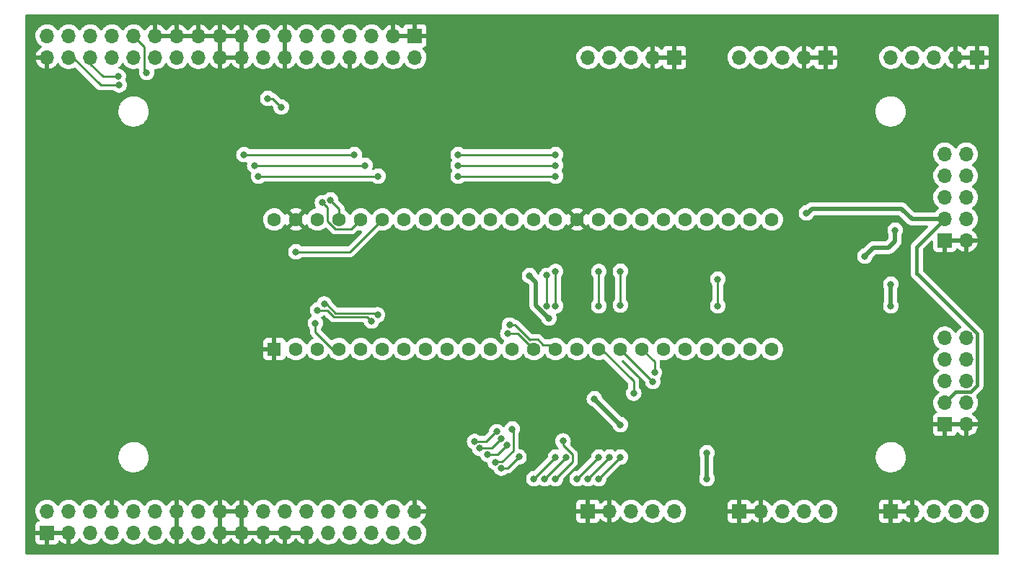
<source format=gbr>
G04 #@! TF.GenerationSoftware,KiCad,Pcbnew,(6.0.1)*
G04 #@! TF.CreationDate,2022-01-30T22:17:43+01:00*
G04 #@! TF.ProjectId,Teensy41_DualMotor,5465656e-7379-4343-915f-4475616c4d6f,1*
G04 #@! TF.SameCoordinates,Original*
G04 #@! TF.FileFunction,Copper,L2,Bot*
G04 #@! TF.FilePolarity,Positive*
%FSLAX46Y46*%
G04 Gerber Fmt 4.6, Leading zero omitted, Abs format (unit mm)*
G04 Created by KiCad (PCBNEW (6.0.1)) date 2022-01-30 22:17:43*
%MOMM*%
%LPD*%
G01*
G04 APERTURE LIST*
G04 #@! TA.AperFunction,ComponentPad*
%ADD10R,1.700000X1.700000*%
G04 #@! TD*
G04 #@! TA.AperFunction,ComponentPad*
%ADD11O,1.700000X1.700000*%
G04 #@! TD*
G04 #@! TA.AperFunction,ComponentPad*
%ADD12R,1.600000X1.600000*%
G04 #@! TD*
G04 #@! TA.AperFunction,ComponentPad*
%ADD13C,1.600000*%
G04 #@! TD*
G04 #@! TA.AperFunction,ViaPad*
%ADD14C,0.800000*%
G04 #@! TD*
G04 #@! TA.AperFunction,Conductor*
%ADD15C,0.500000*%
G04 #@! TD*
G04 #@! TA.AperFunction,Conductor*
%ADD16C,0.250000*%
G04 #@! TD*
G04 #@! TA.AperFunction,Conductor*
%ADD17C,0.400000*%
G04 #@! TD*
G04 APERTURE END LIST*
D10*
X127000000Y-140970000D03*
D11*
X129540000Y-140970000D03*
X132080000Y-140970000D03*
X134620000Y-140970000D03*
X137160000Y-140970000D03*
D10*
X101600000Y-87630000D03*
D11*
X99060000Y-87630000D03*
X96520000Y-87630000D03*
X93980000Y-87630000D03*
X91440000Y-87630000D03*
D10*
X137160000Y-87630000D03*
D11*
X134620000Y-87630000D03*
X132080000Y-87630000D03*
X129540000Y-87630000D03*
X127000000Y-87630000D03*
D10*
X133330000Y-109160000D03*
D11*
X135870000Y-109160000D03*
X133330000Y-106620000D03*
X135870000Y-106620000D03*
X133330000Y-104080000D03*
X135870000Y-104080000D03*
X133330000Y-101540000D03*
X135870000Y-101540000D03*
X133330000Y-99000000D03*
X135870000Y-99000000D03*
D10*
X133350000Y-130780000D03*
D11*
X135890000Y-130780000D03*
X133350000Y-128240000D03*
X135890000Y-128240000D03*
X133350000Y-125700000D03*
X135890000Y-125700000D03*
X133350000Y-123160000D03*
X135890000Y-123160000D03*
X133350000Y-120620000D03*
X135890000Y-120620000D03*
D10*
X91440000Y-140970000D03*
D11*
X93980000Y-140970000D03*
X96520000Y-140970000D03*
X99060000Y-140970000D03*
X101600000Y-140970000D03*
D10*
X109220000Y-140995000D03*
D11*
X111760000Y-140995000D03*
X114300000Y-140995000D03*
X116840000Y-140995000D03*
X119380000Y-140995000D03*
D12*
X54610000Y-121920000D03*
D13*
X57150000Y-121920000D03*
X59690000Y-121920000D03*
X62230000Y-121920000D03*
X64770000Y-121920000D03*
X67310000Y-121920000D03*
X69850000Y-121920000D03*
X72390000Y-121920000D03*
X74930000Y-121920000D03*
X77470000Y-121920000D03*
X80010000Y-121920000D03*
X82550000Y-121920000D03*
X85090000Y-121920000D03*
X87630000Y-121920000D03*
X90170000Y-121920000D03*
X92710000Y-121920000D03*
X95250000Y-121920000D03*
X97790000Y-121920000D03*
X100330000Y-121920000D03*
X102870000Y-121920000D03*
X105410000Y-121920000D03*
X107950000Y-121920000D03*
X110490000Y-121920000D03*
X113030000Y-121920000D03*
X113030000Y-106680000D03*
X110490000Y-106680000D03*
X107950000Y-106680000D03*
X105410000Y-106680000D03*
X102870000Y-106680000D03*
X100330000Y-106680000D03*
X97790000Y-106680000D03*
X95250000Y-106680000D03*
X92710000Y-106680000D03*
X90170000Y-106680000D03*
X87630000Y-106680000D03*
X85090000Y-106680000D03*
X82550000Y-106680000D03*
X80010000Y-106680000D03*
X77470000Y-106680000D03*
X74930000Y-106680000D03*
X72390000Y-106680000D03*
X69850000Y-106680000D03*
X67310000Y-106680000D03*
X64770000Y-106680000D03*
X62230000Y-106680000D03*
X59690000Y-106680000D03*
X57150000Y-106680000D03*
X54610000Y-106680000D03*
D10*
X119350000Y-87630000D03*
D11*
X116810000Y-87630000D03*
X114270000Y-87630000D03*
X111730000Y-87630000D03*
X109190000Y-87630000D03*
D10*
X71120000Y-85090000D03*
D11*
X71120000Y-87630000D03*
X68580000Y-85090000D03*
X68580000Y-87630000D03*
X66040000Y-85090000D03*
X66040000Y-87630000D03*
X63500000Y-85090000D03*
X63500000Y-87630000D03*
X60960000Y-85090000D03*
X60960000Y-87630000D03*
X58420000Y-85090000D03*
X58420000Y-87630000D03*
X55880000Y-85090000D03*
X55880000Y-87630000D03*
X53340000Y-85090000D03*
X53340000Y-87630000D03*
X50800000Y-85090000D03*
X50800000Y-87630000D03*
X48260000Y-85090000D03*
X48260000Y-87630000D03*
X45720000Y-85090000D03*
X45720000Y-87630000D03*
X43180000Y-85090000D03*
X43180000Y-87630000D03*
X40640000Y-85090000D03*
X40640000Y-87630000D03*
X38100000Y-85090000D03*
X38100000Y-87630000D03*
X35560000Y-85090000D03*
X35560000Y-87630000D03*
X33020000Y-85090000D03*
X33020000Y-87630000D03*
X30480000Y-85090000D03*
X30480000Y-87630000D03*
X27940000Y-85090000D03*
X27940000Y-87630000D03*
D10*
X27940000Y-143510000D03*
D11*
X27940000Y-140970000D03*
X30480000Y-143510000D03*
X30480000Y-140970000D03*
X33020000Y-143510000D03*
X33020000Y-140970000D03*
X35560000Y-143510000D03*
X35560000Y-140970000D03*
X38100000Y-143510000D03*
X38100000Y-140970000D03*
X40640000Y-143510000D03*
X40640000Y-140970000D03*
X43180000Y-143510000D03*
X43180000Y-140970000D03*
X45720000Y-143510000D03*
X45720000Y-140970000D03*
X48260000Y-143510000D03*
X48260000Y-140970000D03*
X50800000Y-143510000D03*
X50800000Y-140970000D03*
X53340000Y-143510000D03*
X53340000Y-140970000D03*
X55880000Y-143510000D03*
X55880000Y-140970000D03*
X58420000Y-143510000D03*
X58420000Y-140970000D03*
X60960000Y-143510000D03*
X60960000Y-140970000D03*
X63500000Y-143510000D03*
X63500000Y-140970000D03*
X66040000Y-143510000D03*
X66040000Y-140970000D03*
X68580000Y-143510000D03*
X68580000Y-140970000D03*
X71120000Y-143510000D03*
X71120000Y-140970000D03*
D14*
X119380000Y-113030000D03*
X78740000Y-103505000D03*
X128270000Y-124460000D03*
X129947500Y-121512500D03*
X83820000Y-103505000D03*
X78740000Y-124460000D03*
X122197500Y-106957500D03*
X123190000Y-120650000D03*
X73660000Y-124460000D03*
X81274808Y-103505000D03*
X76200000Y-124460000D03*
X95250000Y-130810000D03*
X127000000Y-116840000D03*
X86854874Y-118284712D03*
X92196983Y-127756983D03*
X127000000Y-114300000D03*
X127508000Y-107950000D03*
X123952000Y-110998000D03*
X84582000Y-113284000D03*
X105410000Y-137160000D03*
X105410000Y-134112000D03*
X88900000Y-134620000D03*
X86360000Y-137160000D03*
X87630000Y-134620000D03*
X85090000Y-137160000D03*
X83345607Y-134586393D03*
X92710000Y-116840000D03*
X92710000Y-112797420D03*
X81263592Y-135906408D03*
X88514701Y-132710701D03*
X87630000Y-137160000D03*
X95250000Y-112776000D03*
X95250000Y-116744020D03*
X82550000Y-131318000D03*
X59690000Y-117348000D03*
X82033112Y-120072793D03*
X80556837Y-135199653D03*
X66028370Y-118618000D03*
X79676091Y-134318909D03*
X60478142Y-116623500D03*
X81948607Y-133189393D03*
X66743078Y-117893500D03*
X82228575Y-119092589D03*
X87630000Y-116840000D03*
X53848000Y-92456000D03*
X55429989Y-93472000D03*
X78740000Y-133574760D03*
X81241852Y-132482638D03*
X87630000Y-112797420D03*
X86609701Y-116835701D03*
X80734500Y-131621478D03*
X78135763Y-132778580D03*
X86614000Y-113246940D03*
X57150000Y-110490000D03*
X96812737Y-127097579D03*
X92710000Y-134620000D03*
X90170000Y-137160000D03*
X99060000Y-125730000D03*
X92710000Y-137160000D03*
X95250000Y-134620000D03*
X91440000Y-137160000D03*
X99255158Y-124655158D03*
X93980000Y-134620000D03*
X87630000Y-101600000D03*
X66802000Y-101600000D03*
X76200000Y-101600000D03*
X36389440Y-90864560D03*
X52760989Y-101600000D03*
X36292845Y-89869736D03*
X76200000Y-100330000D03*
X52319701Y-100334299D03*
X65278000Y-100330000D03*
X87630000Y-100330000D03*
X87630000Y-99060000D03*
X51049701Y-99064299D03*
X64008000Y-99060000D03*
X39628299Y-89403701D03*
X76200000Y-99060000D03*
X59436000Y-118872000D03*
X60265789Y-104710070D03*
X61214000Y-104394000D03*
X117094000Y-105918000D03*
X106680000Y-116840000D03*
X106680000Y-113696460D03*
D15*
X85344000Y-114046000D02*
X85344000Y-116773838D01*
X127000000Y-116840000D02*
X127000000Y-114300000D01*
X126746000Y-109982000D02*
X124968000Y-109982000D01*
X85344000Y-116773838D02*
X86854874Y-118284712D01*
X124968000Y-109982000D02*
X123952000Y-110998000D01*
X84582000Y-113284000D02*
X85344000Y-114046000D01*
X105410000Y-137160000D02*
X105410000Y-134112000D01*
X127508000Y-107950000D02*
X127508000Y-109220000D01*
X127508000Y-109220000D02*
X126746000Y-109982000D01*
X92196983Y-127756983D02*
X95250000Y-130810000D01*
D16*
X86360000Y-137160000D02*
X88900000Y-134620000D01*
X87630000Y-134620000D02*
X85090000Y-137160000D01*
X92710000Y-116840000D02*
X92710000Y-112797420D01*
X81263592Y-135906408D02*
X82025592Y-135906408D01*
X82025592Y-135906408D02*
X83345607Y-134586393D01*
X88514701Y-133210087D02*
X88514701Y-132710701D01*
X87630000Y-137160000D02*
X89624511Y-135165489D01*
X89624511Y-135165489D02*
X89624511Y-134319897D01*
X95250000Y-116744020D02*
X95250000Y-112776000D01*
X89624511Y-134319897D02*
X88514701Y-133210087D01*
X83242793Y-120072793D02*
X85090000Y-121920000D01*
X82673118Y-133861882D02*
X81353103Y-135181897D01*
X61605912Y-118121630D02*
X65532000Y-118121630D01*
X81353103Y-135181897D02*
X80574593Y-135181897D01*
X59690000Y-117348000D02*
X60832282Y-117348000D01*
X82033112Y-120072793D02*
X83242793Y-120072793D01*
X60832282Y-117348000D02*
X61605912Y-118121630D01*
X80574593Y-135181897D02*
X80556837Y-135199653D01*
X65532000Y-118121630D02*
X66028370Y-118618000D01*
X82550000Y-131318000D02*
X82673118Y-131441118D01*
X82673118Y-131441118D02*
X82673118Y-133861882D01*
X85555789Y-120795489D02*
X86172300Y-121412000D01*
X66521688Y-117672110D02*
X66743078Y-117893500D01*
X84624211Y-120795489D02*
X85555789Y-120795489D01*
X82228575Y-119092589D02*
X82898307Y-119092589D01*
X82898307Y-119092589D02*
X84612709Y-120806991D01*
X86172300Y-121412000D02*
X87122000Y-121412000D01*
X79676091Y-134318909D02*
X80819091Y-134318909D01*
X60478142Y-116623500D02*
X60743500Y-116623500D01*
X81948607Y-133189393D02*
X80819091Y-134318909D01*
X87122000Y-121412000D02*
X87630000Y-121920000D01*
X60743500Y-116623500D02*
X61792110Y-117672110D01*
X84612709Y-120806991D02*
X84624211Y-120795489D01*
X61792110Y-117672110D02*
X66521688Y-117672110D01*
X81241852Y-132482638D02*
X80149730Y-133574760D01*
X87630000Y-116840000D02*
X87630000Y-112797420D01*
X54413989Y-92456000D02*
X55429989Y-93472000D01*
X80149730Y-133574760D02*
X78740000Y-133574760D01*
X53848000Y-92456000D02*
X54413989Y-92456000D01*
X79515890Y-132778580D02*
X78135763Y-132778580D01*
X86614000Y-116831402D02*
X86614000Y-113246940D01*
X86609701Y-116835701D02*
X86614000Y-116831402D01*
X80672992Y-131621478D02*
X79515890Y-132778580D01*
X80734500Y-131621478D02*
X80672992Y-131621478D01*
X57150000Y-110490000D02*
X57156979Y-110483021D01*
X57156979Y-110483021D02*
X63506979Y-110483021D01*
X63506979Y-110483021D02*
X67310000Y-106680000D01*
X93036889Y-121920000D02*
X92710000Y-121920000D01*
X96812737Y-127097579D02*
X96812737Y-125695848D01*
X96812737Y-125695848D02*
X93036889Y-121920000D01*
X92710000Y-134620000D02*
X90170000Y-137160000D01*
X95250000Y-134620000D02*
X92710000Y-137160000D01*
X99060000Y-125730000D02*
X95250000Y-121920000D01*
X99255158Y-124655158D02*
X99255158Y-123385158D01*
X99255158Y-123385158D02*
X97790000Y-121920000D01*
X93980000Y-134620000D02*
X91440000Y-137160000D01*
X30988000Y-87630000D02*
X30480000Y-87630000D01*
X87630000Y-101600000D02*
X76200000Y-101600000D01*
X36389440Y-90864560D02*
X34222560Y-90864560D01*
X66802000Y-101600000D02*
X52760989Y-101600000D01*
X34222560Y-90864560D02*
X30988000Y-87630000D01*
X34497736Y-89869736D02*
X33020000Y-88392000D01*
X52324000Y-100330000D02*
X52319701Y-100334299D01*
X65278000Y-100330000D02*
X52324000Y-100330000D01*
X33020000Y-88392000D02*
X33020000Y-87630000D01*
X87630000Y-100330000D02*
X76200000Y-100330000D01*
X36292845Y-89869736D02*
X34497736Y-89869736D01*
X64008000Y-99060000D02*
X51054000Y-99060000D01*
X39370000Y-86360000D02*
X38100000Y-85090000D01*
X51054000Y-99060000D02*
X51049701Y-99064299D01*
X39628299Y-89403701D02*
X39370000Y-89145402D01*
X87630000Y-99060000D02*
X76200000Y-99060000D01*
X39370000Y-89145402D02*
X39370000Y-86360000D01*
X59436000Y-119888000D02*
X61468000Y-121920000D01*
X59436000Y-118872000D02*
X59436000Y-119888000D01*
X61468000Y-121920000D02*
X62230000Y-121920000D01*
X60265789Y-104710070D02*
X60814511Y-105258792D01*
X63645489Y-107804511D02*
X64770000Y-106680000D01*
X60814511Y-105258792D02*
X60814511Y-106854811D01*
X61764211Y-107804511D02*
X63645489Y-107804511D01*
X60814511Y-106854811D02*
X61764211Y-107804511D01*
X62230000Y-105410000D02*
X62230000Y-106680000D01*
X61214000Y-104394000D02*
X62230000Y-105410000D01*
D17*
X133350000Y-128240000D02*
X134620000Y-126970000D01*
X130048000Y-109902000D02*
X133330000Y-106620000D01*
X130067076Y-113030000D02*
X130048000Y-113030000D01*
X136387076Y-126970000D02*
X137160000Y-126197076D01*
D15*
X117719682Y-105410000D02*
X128270000Y-105410000D01*
X117211682Y-105918000D02*
X117719682Y-105410000D01*
D17*
X137160000Y-126197076D02*
X137160000Y-120122924D01*
X137160000Y-120122924D02*
X130067076Y-113030000D01*
D15*
X117094000Y-105918000D02*
X117211682Y-105918000D01*
X128270000Y-105410000D02*
X129480000Y-106620000D01*
D17*
X134620000Y-126970000D02*
X136387076Y-126970000D01*
X130048000Y-113030000D02*
X130048000Y-109902000D01*
D15*
X129480000Y-106620000D02*
X133330000Y-106620000D01*
D16*
X106680000Y-116840000D02*
X106680000Y-113696460D01*
G04 #@! TA.AperFunction,Conductor*
G36*
X139642121Y-82570002D02*
G01*
X139688614Y-82623658D01*
X139700000Y-82676000D01*
X139700000Y-145924000D01*
X139679998Y-145992121D01*
X139626342Y-146038614D01*
X139574000Y-146050000D01*
X25526000Y-146050000D01*
X25457879Y-146029998D01*
X25411386Y-145976342D01*
X25400000Y-145924000D01*
X25400000Y-144404669D01*
X26582001Y-144404669D01*
X26582371Y-144411490D01*
X26587895Y-144462352D01*
X26591521Y-144477604D01*
X26636676Y-144598054D01*
X26645214Y-144613649D01*
X26721715Y-144715724D01*
X26734276Y-144728285D01*
X26836351Y-144804786D01*
X26851946Y-144813324D01*
X26972394Y-144858478D01*
X26987649Y-144862105D01*
X27038514Y-144867631D01*
X27045328Y-144868000D01*
X27667885Y-144868000D01*
X27683124Y-144863525D01*
X27684329Y-144862135D01*
X27686000Y-144854452D01*
X27686000Y-144849884D01*
X28194000Y-144849884D01*
X28198475Y-144865123D01*
X28199865Y-144866328D01*
X28207548Y-144867999D01*
X28834669Y-144867999D01*
X28841490Y-144867629D01*
X28892352Y-144862105D01*
X28907604Y-144858479D01*
X29028054Y-144813324D01*
X29043649Y-144804786D01*
X29145724Y-144728285D01*
X29158285Y-144715724D01*
X29234786Y-144613649D01*
X29243325Y-144598052D01*
X29284425Y-144488418D01*
X29327066Y-144431653D01*
X29393628Y-144406953D01*
X29462977Y-144422160D01*
X29497645Y-144450150D01*
X29523219Y-144479674D01*
X29530580Y-144486883D01*
X29694434Y-144622916D01*
X29702881Y-144628831D01*
X29886756Y-144736279D01*
X29896042Y-144740729D01*
X30095001Y-144816703D01*
X30104899Y-144819579D01*
X30208250Y-144840606D01*
X30222299Y-144839410D01*
X30226000Y-144829065D01*
X30226000Y-143782115D01*
X30221525Y-143766876D01*
X30220135Y-143765671D01*
X30212452Y-143764000D01*
X28212115Y-143764000D01*
X28196876Y-143768475D01*
X28195671Y-143769865D01*
X28194000Y-143777548D01*
X28194000Y-144849884D01*
X27686000Y-144849884D01*
X27686000Y-143782115D01*
X27681525Y-143766876D01*
X27680135Y-143765671D01*
X27672452Y-143764000D01*
X26600116Y-143764000D01*
X26584877Y-143768475D01*
X26583672Y-143769865D01*
X26582001Y-143777548D01*
X26582001Y-144404669D01*
X25400000Y-144404669D01*
X25400000Y-140936695D01*
X26577251Y-140936695D01*
X26577548Y-140941848D01*
X26577548Y-140941851D01*
X26586552Y-141098000D01*
X26590110Y-141159715D01*
X26591247Y-141164761D01*
X26591248Y-141164767D01*
X26610608Y-141250671D01*
X26639222Y-141377639D01*
X26723266Y-141584616D01*
X26766006Y-141654362D01*
X26837291Y-141770688D01*
X26839987Y-141775088D01*
X26986250Y-141943938D01*
X26990225Y-141947238D01*
X26990231Y-141947244D01*
X26995425Y-141951556D01*
X27035059Y-142010460D01*
X27036555Y-142081441D01*
X26999439Y-142141962D01*
X26959168Y-142166480D01*
X26851946Y-142206676D01*
X26836351Y-142215214D01*
X26734276Y-142291715D01*
X26721715Y-142304276D01*
X26645214Y-142406351D01*
X26636676Y-142421946D01*
X26591522Y-142542394D01*
X26587895Y-142557649D01*
X26582369Y-142608514D01*
X26582000Y-142615328D01*
X26582000Y-143237885D01*
X26586475Y-143253124D01*
X26587865Y-143254329D01*
X26595548Y-143256000D01*
X30608000Y-143256000D01*
X30676121Y-143276002D01*
X30722614Y-143329658D01*
X30734000Y-143382000D01*
X30734000Y-144828517D01*
X30738064Y-144842359D01*
X30751478Y-144844393D01*
X30758184Y-144843534D01*
X30768262Y-144841392D01*
X30972255Y-144780191D01*
X30981842Y-144776433D01*
X31173095Y-144682739D01*
X31181945Y-144677464D01*
X31355328Y-144553792D01*
X31363200Y-144547139D01*
X31514052Y-144396812D01*
X31520730Y-144388965D01*
X31648022Y-144211819D01*
X31649279Y-144212722D01*
X31696373Y-144169362D01*
X31766311Y-144157145D01*
X31831751Y-144184678D01*
X31859579Y-144216511D01*
X31919987Y-144315088D01*
X32066250Y-144483938D01*
X32238126Y-144626632D01*
X32431000Y-144739338D01*
X32639692Y-144819030D01*
X32644760Y-144820061D01*
X32644763Y-144820062D01*
X32739862Y-144839410D01*
X32858597Y-144863567D01*
X32863772Y-144863757D01*
X32863774Y-144863757D01*
X33076673Y-144871564D01*
X33076677Y-144871564D01*
X33081837Y-144871753D01*
X33086957Y-144871097D01*
X33086959Y-144871097D01*
X33298288Y-144844025D01*
X33298289Y-144844025D01*
X33303416Y-144843368D01*
X33308366Y-144841883D01*
X33512429Y-144780661D01*
X33512434Y-144780659D01*
X33517384Y-144779174D01*
X33717994Y-144680896D01*
X33899860Y-144551173D01*
X34058096Y-144393489D01*
X34188453Y-144212077D01*
X34189776Y-144213028D01*
X34236645Y-144169857D01*
X34306580Y-144157625D01*
X34372026Y-144185144D01*
X34399875Y-144216994D01*
X34459987Y-144315088D01*
X34606250Y-144483938D01*
X34778126Y-144626632D01*
X34971000Y-144739338D01*
X35179692Y-144819030D01*
X35184760Y-144820061D01*
X35184763Y-144820062D01*
X35279862Y-144839410D01*
X35398597Y-144863567D01*
X35403772Y-144863757D01*
X35403774Y-144863757D01*
X35616673Y-144871564D01*
X35616677Y-144871564D01*
X35621837Y-144871753D01*
X35626957Y-144871097D01*
X35626959Y-144871097D01*
X35838288Y-144844025D01*
X35838289Y-144844025D01*
X35843416Y-144843368D01*
X35848366Y-144841883D01*
X36052429Y-144780661D01*
X36052434Y-144780659D01*
X36057384Y-144779174D01*
X36257994Y-144680896D01*
X36439860Y-144551173D01*
X36598096Y-144393489D01*
X36728453Y-144212077D01*
X36729776Y-144213028D01*
X36776645Y-144169857D01*
X36846580Y-144157625D01*
X36912026Y-144185144D01*
X36939875Y-144216994D01*
X36999987Y-144315088D01*
X37146250Y-144483938D01*
X37318126Y-144626632D01*
X37511000Y-144739338D01*
X37719692Y-144819030D01*
X37724760Y-144820061D01*
X37724763Y-144820062D01*
X37819862Y-144839410D01*
X37938597Y-144863567D01*
X37943772Y-144863757D01*
X37943774Y-144863757D01*
X38156673Y-144871564D01*
X38156677Y-144871564D01*
X38161837Y-144871753D01*
X38166957Y-144871097D01*
X38166959Y-144871097D01*
X38378288Y-144844025D01*
X38378289Y-144844025D01*
X38383416Y-144843368D01*
X38388366Y-144841883D01*
X38592429Y-144780661D01*
X38592434Y-144780659D01*
X38597384Y-144779174D01*
X38797994Y-144680896D01*
X38979860Y-144551173D01*
X39138096Y-144393489D01*
X39268453Y-144212077D01*
X39269776Y-144213028D01*
X39316645Y-144169857D01*
X39386580Y-144157625D01*
X39452026Y-144185144D01*
X39479875Y-144216994D01*
X39539987Y-144315088D01*
X39686250Y-144483938D01*
X39858126Y-144626632D01*
X40051000Y-144739338D01*
X40259692Y-144819030D01*
X40264760Y-144820061D01*
X40264763Y-144820062D01*
X40359862Y-144839410D01*
X40478597Y-144863567D01*
X40483772Y-144863757D01*
X40483774Y-144863757D01*
X40696673Y-144871564D01*
X40696677Y-144871564D01*
X40701837Y-144871753D01*
X40706957Y-144871097D01*
X40706959Y-144871097D01*
X40918288Y-144844025D01*
X40918289Y-144844025D01*
X40923416Y-144843368D01*
X40928366Y-144841883D01*
X41132429Y-144780661D01*
X41132434Y-144780659D01*
X41137384Y-144779174D01*
X41337994Y-144680896D01*
X41519860Y-144551173D01*
X41678096Y-144393489D01*
X41808453Y-144212077D01*
X41809640Y-144212930D01*
X41856960Y-144169362D01*
X41926897Y-144157145D01*
X41992338Y-144184678D01*
X42020166Y-144216511D01*
X42077694Y-144310388D01*
X42083777Y-144318699D01*
X42223213Y-144479667D01*
X42230580Y-144486883D01*
X42394434Y-144622916D01*
X42402881Y-144628831D01*
X42586756Y-144736279D01*
X42596042Y-144740729D01*
X42795001Y-144816703D01*
X42804899Y-144819579D01*
X42908250Y-144840606D01*
X42922299Y-144839410D01*
X42926000Y-144829065D01*
X42926000Y-144828517D01*
X43434000Y-144828517D01*
X43438064Y-144842359D01*
X43451478Y-144844393D01*
X43458184Y-144843534D01*
X43468262Y-144841392D01*
X43672255Y-144780191D01*
X43681842Y-144776433D01*
X43873095Y-144682739D01*
X43881945Y-144677464D01*
X44055328Y-144553792D01*
X44063200Y-144547139D01*
X44214052Y-144396812D01*
X44220730Y-144388965D01*
X44348022Y-144211819D01*
X44349279Y-144212722D01*
X44396373Y-144169362D01*
X44466311Y-144157145D01*
X44531751Y-144184678D01*
X44559579Y-144216511D01*
X44619987Y-144315088D01*
X44766250Y-144483938D01*
X44938126Y-144626632D01*
X45131000Y-144739338D01*
X45339692Y-144819030D01*
X45344760Y-144820061D01*
X45344763Y-144820062D01*
X45439862Y-144839410D01*
X45558597Y-144863567D01*
X45563772Y-144863757D01*
X45563774Y-144863757D01*
X45776673Y-144871564D01*
X45776677Y-144871564D01*
X45781837Y-144871753D01*
X45786957Y-144871097D01*
X45786959Y-144871097D01*
X45998288Y-144844025D01*
X45998289Y-144844025D01*
X46003416Y-144843368D01*
X46008366Y-144841883D01*
X46212429Y-144780661D01*
X46212434Y-144780659D01*
X46217384Y-144779174D01*
X46417994Y-144680896D01*
X46599860Y-144551173D01*
X46758096Y-144393489D01*
X46888453Y-144212077D01*
X46889640Y-144212930D01*
X46936960Y-144169362D01*
X47006897Y-144157145D01*
X47072338Y-144184678D01*
X47100166Y-144216511D01*
X47157694Y-144310388D01*
X47163777Y-144318699D01*
X47303213Y-144479667D01*
X47310580Y-144486883D01*
X47474434Y-144622916D01*
X47482881Y-144628831D01*
X47666756Y-144736279D01*
X47676042Y-144740729D01*
X47875001Y-144816703D01*
X47884899Y-144819579D01*
X47988250Y-144840606D01*
X48002299Y-144839410D01*
X48006000Y-144829065D01*
X48006000Y-144828517D01*
X48514000Y-144828517D01*
X48518064Y-144842359D01*
X48531478Y-144844393D01*
X48538184Y-144843534D01*
X48548262Y-144841392D01*
X48752255Y-144780191D01*
X48761842Y-144776433D01*
X48953095Y-144682739D01*
X48961945Y-144677464D01*
X49135328Y-144553792D01*
X49143200Y-144547139D01*
X49294052Y-144396812D01*
X49300730Y-144388965D01*
X49428022Y-144211819D01*
X49429147Y-144212627D01*
X49476669Y-144168876D01*
X49546607Y-144156661D01*
X49612046Y-144184197D01*
X49639870Y-144216028D01*
X49697690Y-144310383D01*
X49703777Y-144318699D01*
X49843213Y-144479667D01*
X49850580Y-144486883D01*
X50014434Y-144622916D01*
X50022881Y-144628831D01*
X50206756Y-144736279D01*
X50216042Y-144740729D01*
X50415001Y-144816703D01*
X50424899Y-144819579D01*
X50528250Y-144840606D01*
X50542299Y-144839410D01*
X50546000Y-144829065D01*
X50546000Y-144828517D01*
X51054000Y-144828517D01*
X51058064Y-144842359D01*
X51071478Y-144844393D01*
X51078184Y-144843534D01*
X51088262Y-144841392D01*
X51292255Y-144780191D01*
X51301842Y-144776433D01*
X51493095Y-144682739D01*
X51501945Y-144677464D01*
X51675328Y-144553792D01*
X51683200Y-144547139D01*
X51834052Y-144396812D01*
X51840730Y-144388965D01*
X51968022Y-144211819D01*
X51969147Y-144212627D01*
X52016669Y-144168876D01*
X52086607Y-144156661D01*
X52152046Y-144184197D01*
X52179870Y-144216028D01*
X52237690Y-144310383D01*
X52243777Y-144318699D01*
X52383213Y-144479667D01*
X52390580Y-144486883D01*
X52554434Y-144622916D01*
X52562881Y-144628831D01*
X52746756Y-144736279D01*
X52756042Y-144740729D01*
X52955001Y-144816703D01*
X52964899Y-144819579D01*
X53068250Y-144840606D01*
X53082299Y-144839410D01*
X53086000Y-144829065D01*
X53086000Y-144828517D01*
X53594000Y-144828517D01*
X53598064Y-144842359D01*
X53611478Y-144844393D01*
X53618184Y-144843534D01*
X53628262Y-144841392D01*
X53832255Y-144780191D01*
X53841842Y-144776433D01*
X54033095Y-144682739D01*
X54041945Y-144677464D01*
X54215328Y-144553792D01*
X54223200Y-144547139D01*
X54374052Y-144396812D01*
X54380730Y-144388965D01*
X54508022Y-144211819D01*
X54509147Y-144212627D01*
X54556669Y-144168876D01*
X54626607Y-144156661D01*
X54692046Y-144184197D01*
X54719870Y-144216028D01*
X54777690Y-144310383D01*
X54783777Y-144318699D01*
X54923213Y-144479667D01*
X54930580Y-144486883D01*
X55094434Y-144622916D01*
X55102881Y-144628831D01*
X55286756Y-144736279D01*
X55296042Y-144740729D01*
X55495001Y-144816703D01*
X55504899Y-144819579D01*
X55608250Y-144840606D01*
X55622299Y-144839410D01*
X55626000Y-144829065D01*
X55626000Y-144828517D01*
X56134000Y-144828517D01*
X56138064Y-144842359D01*
X56151478Y-144844393D01*
X56158184Y-144843534D01*
X56168262Y-144841392D01*
X56372255Y-144780191D01*
X56381842Y-144776433D01*
X56573095Y-144682739D01*
X56581945Y-144677464D01*
X56755328Y-144553792D01*
X56763200Y-144547139D01*
X56914052Y-144396812D01*
X56920730Y-144388965D01*
X57048022Y-144211819D01*
X57049147Y-144212627D01*
X57096669Y-144168876D01*
X57166607Y-144156661D01*
X57232046Y-144184197D01*
X57259870Y-144216028D01*
X57317690Y-144310383D01*
X57323777Y-144318699D01*
X57463213Y-144479667D01*
X57470580Y-144486883D01*
X57634434Y-144622916D01*
X57642881Y-144628831D01*
X57826756Y-144736279D01*
X57836042Y-144740729D01*
X58035001Y-144816703D01*
X58044899Y-144819579D01*
X58148250Y-144840606D01*
X58162299Y-144839410D01*
X58166000Y-144829065D01*
X58166000Y-143782115D01*
X58161525Y-143766876D01*
X58160135Y-143765671D01*
X58152452Y-143764000D01*
X56152115Y-143764000D01*
X56136876Y-143768475D01*
X56135671Y-143769865D01*
X56134000Y-143777548D01*
X56134000Y-144828517D01*
X55626000Y-144828517D01*
X55626000Y-143782115D01*
X55621525Y-143766876D01*
X55620135Y-143765671D01*
X55612452Y-143764000D01*
X53612115Y-143764000D01*
X53596876Y-143768475D01*
X53595671Y-143769865D01*
X53594000Y-143777548D01*
X53594000Y-144828517D01*
X53086000Y-144828517D01*
X53086000Y-143782115D01*
X53081525Y-143766876D01*
X53080135Y-143765671D01*
X53072452Y-143764000D01*
X51072115Y-143764000D01*
X51056876Y-143768475D01*
X51055671Y-143769865D01*
X51054000Y-143777548D01*
X51054000Y-144828517D01*
X50546000Y-144828517D01*
X50546000Y-143782115D01*
X50541525Y-143766876D01*
X50540135Y-143765671D01*
X50532452Y-143764000D01*
X48532115Y-143764000D01*
X48516876Y-143768475D01*
X48515671Y-143769865D01*
X48514000Y-143777548D01*
X48514000Y-144828517D01*
X48006000Y-144828517D01*
X48006000Y-143237885D01*
X48514000Y-143237885D01*
X48518475Y-143253124D01*
X48519865Y-143254329D01*
X48527548Y-143256000D01*
X50527885Y-143256000D01*
X50543124Y-143251525D01*
X50544329Y-143250135D01*
X50546000Y-143242452D01*
X50546000Y-143237885D01*
X51054000Y-143237885D01*
X51058475Y-143253124D01*
X51059865Y-143254329D01*
X51067548Y-143256000D01*
X58548000Y-143256000D01*
X58616121Y-143276002D01*
X58662614Y-143329658D01*
X58674000Y-143382000D01*
X58674000Y-144828517D01*
X58678064Y-144842359D01*
X58691478Y-144844393D01*
X58698184Y-144843534D01*
X58708262Y-144841392D01*
X58912255Y-144780191D01*
X58921842Y-144776433D01*
X59113095Y-144682739D01*
X59121945Y-144677464D01*
X59295328Y-144553792D01*
X59303200Y-144547139D01*
X59454052Y-144396812D01*
X59460730Y-144388965D01*
X59588022Y-144211819D01*
X59589279Y-144212722D01*
X59636373Y-144169362D01*
X59706311Y-144157145D01*
X59771751Y-144184678D01*
X59799579Y-144216511D01*
X59859987Y-144315088D01*
X60006250Y-144483938D01*
X60178126Y-144626632D01*
X60371000Y-144739338D01*
X60579692Y-144819030D01*
X60584760Y-144820061D01*
X60584763Y-144820062D01*
X60679862Y-144839410D01*
X60798597Y-144863567D01*
X60803772Y-144863757D01*
X60803774Y-144863757D01*
X61016673Y-144871564D01*
X61016677Y-144871564D01*
X61021837Y-144871753D01*
X61026957Y-144871097D01*
X61026959Y-144871097D01*
X61238288Y-144844025D01*
X61238289Y-144844025D01*
X61243416Y-144843368D01*
X61248366Y-144841883D01*
X61452429Y-144780661D01*
X61452434Y-144780659D01*
X61457384Y-144779174D01*
X61657994Y-144680896D01*
X61839860Y-144551173D01*
X61998096Y-144393489D01*
X62128453Y-144212077D01*
X62129776Y-144213028D01*
X62176645Y-144169857D01*
X62246580Y-144157625D01*
X62312026Y-144185144D01*
X62339875Y-144216994D01*
X62399987Y-144315088D01*
X62546250Y-144483938D01*
X62718126Y-144626632D01*
X62911000Y-144739338D01*
X63119692Y-144819030D01*
X63124760Y-144820061D01*
X63124763Y-144820062D01*
X63219862Y-144839410D01*
X63338597Y-144863567D01*
X63343772Y-144863757D01*
X63343774Y-144863757D01*
X63556673Y-144871564D01*
X63556677Y-144871564D01*
X63561837Y-144871753D01*
X63566957Y-144871097D01*
X63566959Y-144871097D01*
X63778288Y-144844025D01*
X63778289Y-144844025D01*
X63783416Y-144843368D01*
X63788366Y-144841883D01*
X63992429Y-144780661D01*
X63992434Y-144780659D01*
X63997384Y-144779174D01*
X64197994Y-144680896D01*
X64379860Y-144551173D01*
X64538096Y-144393489D01*
X64668453Y-144212077D01*
X64669776Y-144213028D01*
X64716645Y-144169857D01*
X64786580Y-144157625D01*
X64852026Y-144185144D01*
X64879875Y-144216994D01*
X64939987Y-144315088D01*
X65086250Y-144483938D01*
X65258126Y-144626632D01*
X65451000Y-144739338D01*
X65659692Y-144819030D01*
X65664760Y-144820061D01*
X65664763Y-144820062D01*
X65759862Y-144839410D01*
X65878597Y-144863567D01*
X65883772Y-144863757D01*
X65883774Y-144863757D01*
X66096673Y-144871564D01*
X66096677Y-144871564D01*
X66101837Y-144871753D01*
X66106957Y-144871097D01*
X66106959Y-144871097D01*
X66318288Y-144844025D01*
X66318289Y-144844025D01*
X66323416Y-144843368D01*
X66328366Y-144841883D01*
X66532429Y-144780661D01*
X66532434Y-144780659D01*
X66537384Y-144779174D01*
X66737994Y-144680896D01*
X66919860Y-144551173D01*
X67078096Y-144393489D01*
X67208453Y-144212077D01*
X67209776Y-144213028D01*
X67256645Y-144169857D01*
X67326580Y-144157625D01*
X67392026Y-144185144D01*
X67419875Y-144216994D01*
X67479987Y-144315088D01*
X67626250Y-144483938D01*
X67798126Y-144626632D01*
X67991000Y-144739338D01*
X68199692Y-144819030D01*
X68204760Y-144820061D01*
X68204763Y-144820062D01*
X68299862Y-144839410D01*
X68418597Y-144863567D01*
X68423772Y-144863757D01*
X68423774Y-144863757D01*
X68636673Y-144871564D01*
X68636677Y-144871564D01*
X68641837Y-144871753D01*
X68646957Y-144871097D01*
X68646959Y-144871097D01*
X68858288Y-144844025D01*
X68858289Y-144844025D01*
X68863416Y-144843368D01*
X68868366Y-144841883D01*
X69072429Y-144780661D01*
X69072434Y-144780659D01*
X69077384Y-144779174D01*
X69277994Y-144680896D01*
X69459860Y-144551173D01*
X69618096Y-144393489D01*
X69748453Y-144212077D01*
X69749776Y-144213028D01*
X69796645Y-144169857D01*
X69866580Y-144157625D01*
X69932026Y-144185144D01*
X69959875Y-144216994D01*
X70019987Y-144315088D01*
X70166250Y-144483938D01*
X70338126Y-144626632D01*
X70531000Y-144739338D01*
X70739692Y-144819030D01*
X70744760Y-144820061D01*
X70744763Y-144820062D01*
X70839862Y-144839410D01*
X70958597Y-144863567D01*
X70963772Y-144863757D01*
X70963774Y-144863757D01*
X71176673Y-144871564D01*
X71176677Y-144871564D01*
X71181837Y-144871753D01*
X71186957Y-144871097D01*
X71186959Y-144871097D01*
X71398288Y-144844025D01*
X71398289Y-144844025D01*
X71403416Y-144843368D01*
X71408366Y-144841883D01*
X71612429Y-144780661D01*
X71612434Y-144780659D01*
X71617384Y-144779174D01*
X71817994Y-144680896D01*
X71999860Y-144551173D01*
X72158096Y-144393489D01*
X72288453Y-144212077D01*
X72301995Y-144184678D01*
X72385136Y-144016453D01*
X72385137Y-144016451D01*
X72387430Y-144011811D01*
X72452370Y-143798069D01*
X72481529Y-143576590D01*
X72483156Y-143510000D01*
X72464852Y-143287361D01*
X72410431Y-143070702D01*
X72321354Y-142865840D01*
X72200014Y-142678277D01*
X72049670Y-142513051D01*
X72045619Y-142509852D01*
X72045615Y-142509848D01*
X71878414Y-142377800D01*
X71878410Y-142377798D01*
X71874359Y-142374598D01*
X71832569Y-142351529D01*
X71782598Y-142301097D01*
X71767826Y-142231654D01*
X71792942Y-142165248D01*
X71820294Y-142138641D01*
X71995328Y-142013792D01*
X72003200Y-142007139D01*
X72146168Y-141864669D01*
X90082001Y-141864669D01*
X90082371Y-141871490D01*
X90087895Y-141922352D01*
X90091521Y-141937604D01*
X90136676Y-142058054D01*
X90145214Y-142073649D01*
X90221715Y-142175724D01*
X90234276Y-142188285D01*
X90336351Y-142264786D01*
X90351946Y-142273324D01*
X90472394Y-142318478D01*
X90487649Y-142322105D01*
X90538514Y-142327631D01*
X90545328Y-142328000D01*
X91167885Y-142328000D01*
X91183124Y-142323525D01*
X91184329Y-142322135D01*
X91186000Y-142314452D01*
X91186000Y-142309884D01*
X91694000Y-142309884D01*
X91698475Y-142325123D01*
X91699865Y-142326328D01*
X91707548Y-142327999D01*
X92334669Y-142327999D01*
X92341490Y-142327629D01*
X92392352Y-142322105D01*
X92407604Y-142318479D01*
X92528054Y-142273324D01*
X92543649Y-142264786D01*
X92645724Y-142188285D01*
X92658285Y-142175724D01*
X92734786Y-142073649D01*
X92743325Y-142058052D01*
X92784425Y-141948418D01*
X92827066Y-141891653D01*
X92893628Y-141866953D01*
X92962977Y-141882160D01*
X92997645Y-141910150D01*
X93023219Y-141939674D01*
X93030580Y-141946883D01*
X93194434Y-142082916D01*
X93202881Y-142088831D01*
X93386756Y-142196279D01*
X93396042Y-142200729D01*
X93595001Y-142276703D01*
X93604899Y-142279579D01*
X93708250Y-142300606D01*
X93722299Y-142299410D01*
X93726000Y-142289065D01*
X93726000Y-142288517D01*
X94234000Y-142288517D01*
X94238064Y-142302359D01*
X94251478Y-142304393D01*
X94258184Y-142303534D01*
X94268262Y-142301392D01*
X94472255Y-142240191D01*
X94481842Y-142236433D01*
X94673095Y-142142739D01*
X94681945Y-142137464D01*
X94855328Y-142013792D01*
X94863200Y-142007139D01*
X95014052Y-141856812D01*
X95020730Y-141848965D01*
X95148022Y-141671819D01*
X95149279Y-141672722D01*
X95196373Y-141629362D01*
X95266311Y-141617145D01*
X95331751Y-141644678D01*
X95359579Y-141676511D01*
X95419987Y-141775088D01*
X95566250Y-141943938D01*
X95738126Y-142086632D01*
X95931000Y-142199338D01*
X96139692Y-142279030D01*
X96144760Y-142280061D01*
X96144763Y-142280062D01*
X96202040Y-142291715D01*
X96358597Y-142323567D01*
X96363772Y-142323757D01*
X96363774Y-142323757D01*
X96576673Y-142331564D01*
X96576677Y-142331564D01*
X96581837Y-142331753D01*
X96586957Y-142331097D01*
X96586959Y-142331097D01*
X96798288Y-142304025D01*
X96798289Y-142304025D01*
X96803416Y-142303368D01*
X96809019Y-142301687D01*
X97012429Y-142240661D01*
X97012434Y-142240659D01*
X97017384Y-142239174D01*
X97217994Y-142140896D01*
X97399860Y-142011173D01*
X97424323Y-141986796D01*
X97521789Y-141889669D01*
X97558096Y-141853489D01*
X97593665Y-141803990D01*
X97688453Y-141672077D01*
X97689776Y-141673028D01*
X97736645Y-141629857D01*
X97806580Y-141617625D01*
X97872026Y-141645144D01*
X97899875Y-141676994D01*
X97959987Y-141775088D01*
X98106250Y-141943938D01*
X98278126Y-142086632D01*
X98471000Y-142199338D01*
X98679692Y-142279030D01*
X98684760Y-142280061D01*
X98684763Y-142280062D01*
X98742040Y-142291715D01*
X98898597Y-142323567D01*
X98903772Y-142323757D01*
X98903774Y-142323757D01*
X99116673Y-142331564D01*
X99116677Y-142331564D01*
X99121837Y-142331753D01*
X99126957Y-142331097D01*
X99126959Y-142331097D01*
X99338288Y-142304025D01*
X99338289Y-142304025D01*
X99343416Y-142303368D01*
X99349019Y-142301687D01*
X99552429Y-142240661D01*
X99552434Y-142240659D01*
X99557384Y-142239174D01*
X99757994Y-142140896D01*
X99939860Y-142011173D01*
X99964323Y-141986796D01*
X100061789Y-141889669D01*
X100098096Y-141853489D01*
X100133665Y-141803990D01*
X100228453Y-141672077D01*
X100229776Y-141673028D01*
X100276645Y-141629857D01*
X100346580Y-141617625D01*
X100412026Y-141645144D01*
X100439875Y-141676994D01*
X100499987Y-141775088D01*
X100646250Y-141943938D01*
X100818126Y-142086632D01*
X101011000Y-142199338D01*
X101219692Y-142279030D01*
X101224760Y-142280061D01*
X101224763Y-142280062D01*
X101282040Y-142291715D01*
X101438597Y-142323567D01*
X101443772Y-142323757D01*
X101443774Y-142323757D01*
X101656673Y-142331564D01*
X101656677Y-142331564D01*
X101661837Y-142331753D01*
X101666957Y-142331097D01*
X101666959Y-142331097D01*
X101878288Y-142304025D01*
X101878289Y-142304025D01*
X101883416Y-142303368D01*
X101889019Y-142301687D01*
X102092429Y-142240661D01*
X102092434Y-142240659D01*
X102097384Y-142239174D01*
X102297994Y-142140896D01*
X102479860Y-142011173D01*
X102504323Y-141986796D01*
X102601789Y-141889669D01*
X107862001Y-141889669D01*
X107862371Y-141896490D01*
X107867895Y-141947352D01*
X107871521Y-141962604D01*
X107916676Y-142083054D01*
X107925214Y-142098649D01*
X108001715Y-142200724D01*
X108014276Y-142213285D01*
X108116351Y-142289786D01*
X108131946Y-142298324D01*
X108252394Y-142343478D01*
X108267649Y-142347105D01*
X108318514Y-142352631D01*
X108325328Y-142353000D01*
X108947885Y-142353000D01*
X108963124Y-142348525D01*
X108964329Y-142347135D01*
X108966000Y-142339452D01*
X108966000Y-142334884D01*
X109474000Y-142334884D01*
X109478475Y-142350123D01*
X109479865Y-142351328D01*
X109487548Y-142352999D01*
X110114669Y-142352999D01*
X110121490Y-142352629D01*
X110172352Y-142347105D01*
X110187604Y-142343479D01*
X110308054Y-142298324D01*
X110323649Y-142289786D01*
X110425724Y-142213285D01*
X110438285Y-142200724D01*
X110514786Y-142098649D01*
X110523325Y-142083052D01*
X110564425Y-141973418D01*
X110607066Y-141916653D01*
X110673628Y-141891953D01*
X110742977Y-141907160D01*
X110777645Y-141935150D01*
X110803219Y-141964674D01*
X110810580Y-141971883D01*
X110974434Y-142107916D01*
X110982881Y-142113831D01*
X111166756Y-142221279D01*
X111176042Y-142225729D01*
X111375001Y-142301703D01*
X111384899Y-142304579D01*
X111488250Y-142325606D01*
X111502299Y-142324410D01*
X111506000Y-142314065D01*
X111506000Y-142313517D01*
X112014000Y-142313517D01*
X112018064Y-142327359D01*
X112031478Y-142329393D01*
X112038184Y-142328534D01*
X112048262Y-142326392D01*
X112252255Y-142265191D01*
X112261842Y-142261433D01*
X112453095Y-142167739D01*
X112461945Y-142162464D01*
X112635328Y-142038792D01*
X112643200Y-142032139D01*
X112794052Y-141881812D01*
X112800730Y-141873965D01*
X112928022Y-141696819D01*
X112929279Y-141697722D01*
X112976373Y-141654362D01*
X113046311Y-141642145D01*
X113111751Y-141669678D01*
X113139579Y-141701511D01*
X113199987Y-141800088D01*
X113346250Y-141968938D01*
X113518126Y-142111632D01*
X113711000Y-142224338D01*
X113715825Y-142226180D01*
X113715826Y-142226181D01*
X113756720Y-142241797D01*
X113919692Y-142304030D01*
X113924760Y-142305061D01*
X113924763Y-142305062D01*
X114019862Y-142324410D01*
X114138597Y-142348567D01*
X114143772Y-142348757D01*
X114143774Y-142348757D01*
X114356673Y-142356564D01*
X114356677Y-142356564D01*
X114361837Y-142356753D01*
X114366957Y-142356097D01*
X114366959Y-142356097D01*
X114578288Y-142329025D01*
X114578289Y-142329025D01*
X114583416Y-142328368D01*
X114588366Y-142326883D01*
X114792429Y-142265661D01*
X114792434Y-142265659D01*
X114797384Y-142264174D01*
X114997994Y-142165896D01*
X115179860Y-142036173D01*
X115202320Y-142013792D01*
X115306324Y-141910150D01*
X115338096Y-141878489D01*
X115346386Y-141866953D01*
X115468453Y-141697077D01*
X115469776Y-141698028D01*
X115516645Y-141654857D01*
X115586580Y-141642625D01*
X115652026Y-141670144D01*
X115679875Y-141701994D01*
X115739987Y-141800088D01*
X115886250Y-141968938D01*
X116058126Y-142111632D01*
X116251000Y-142224338D01*
X116255825Y-142226180D01*
X116255826Y-142226181D01*
X116296720Y-142241797D01*
X116459692Y-142304030D01*
X116464760Y-142305061D01*
X116464763Y-142305062D01*
X116559862Y-142324410D01*
X116678597Y-142348567D01*
X116683772Y-142348757D01*
X116683774Y-142348757D01*
X116896673Y-142356564D01*
X116896677Y-142356564D01*
X116901837Y-142356753D01*
X116906957Y-142356097D01*
X116906959Y-142356097D01*
X117118288Y-142329025D01*
X117118289Y-142329025D01*
X117123416Y-142328368D01*
X117128366Y-142326883D01*
X117332429Y-142265661D01*
X117332434Y-142265659D01*
X117337384Y-142264174D01*
X117537994Y-142165896D01*
X117719860Y-142036173D01*
X117742320Y-142013792D01*
X117846324Y-141910150D01*
X117878096Y-141878489D01*
X117886386Y-141866953D01*
X118008453Y-141697077D01*
X118009776Y-141698028D01*
X118056645Y-141654857D01*
X118126580Y-141642625D01*
X118192026Y-141670144D01*
X118219875Y-141701994D01*
X118279987Y-141800088D01*
X118426250Y-141968938D01*
X118598126Y-142111632D01*
X118791000Y-142224338D01*
X118795825Y-142226180D01*
X118795826Y-142226181D01*
X118836720Y-142241797D01*
X118999692Y-142304030D01*
X119004760Y-142305061D01*
X119004763Y-142305062D01*
X119099862Y-142324410D01*
X119218597Y-142348567D01*
X119223772Y-142348757D01*
X119223774Y-142348757D01*
X119436673Y-142356564D01*
X119436677Y-142356564D01*
X119441837Y-142356753D01*
X119446957Y-142356097D01*
X119446959Y-142356097D01*
X119658288Y-142329025D01*
X119658289Y-142329025D01*
X119663416Y-142328368D01*
X119668366Y-142326883D01*
X119872429Y-142265661D01*
X119872434Y-142265659D01*
X119877384Y-142264174D01*
X120077994Y-142165896D01*
X120259860Y-142036173D01*
X120282320Y-142013792D01*
X120386324Y-141910150D01*
X120418096Y-141878489D01*
X120426386Y-141866953D01*
X120428027Y-141864669D01*
X125642001Y-141864669D01*
X125642371Y-141871490D01*
X125647895Y-141922352D01*
X125651521Y-141937604D01*
X125696676Y-142058054D01*
X125705214Y-142073649D01*
X125781715Y-142175724D01*
X125794276Y-142188285D01*
X125896351Y-142264786D01*
X125911946Y-142273324D01*
X126032394Y-142318478D01*
X126047649Y-142322105D01*
X126098514Y-142327631D01*
X126105328Y-142328000D01*
X126727885Y-142328000D01*
X126743124Y-142323525D01*
X126744329Y-142322135D01*
X126746000Y-142314452D01*
X126746000Y-142309884D01*
X127254000Y-142309884D01*
X127258475Y-142325123D01*
X127259865Y-142326328D01*
X127267548Y-142327999D01*
X127894669Y-142327999D01*
X127901490Y-142327629D01*
X127952352Y-142322105D01*
X127967604Y-142318479D01*
X128088054Y-142273324D01*
X128103649Y-142264786D01*
X128205724Y-142188285D01*
X128218285Y-142175724D01*
X128294786Y-142073649D01*
X128303325Y-142058052D01*
X128344425Y-141948418D01*
X128387066Y-141891653D01*
X128453628Y-141866953D01*
X128522977Y-141882160D01*
X128557645Y-141910150D01*
X128583219Y-141939674D01*
X128590580Y-141946883D01*
X128754434Y-142082916D01*
X128762881Y-142088831D01*
X128946756Y-142196279D01*
X128956042Y-142200729D01*
X129155001Y-142276703D01*
X129164899Y-142279579D01*
X129268250Y-142300606D01*
X129282299Y-142299410D01*
X129286000Y-142289065D01*
X129286000Y-142288517D01*
X129794000Y-142288517D01*
X129798064Y-142302359D01*
X129811478Y-142304393D01*
X129818184Y-142303534D01*
X129828262Y-142301392D01*
X130032255Y-142240191D01*
X130041842Y-142236433D01*
X130233095Y-142142739D01*
X130241945Y-142137464D01*
X130415328Y-142013792D01*
X130423200Y-142007139D01*
X130574052Y-141856812D01*
X130580730Y-141848965D01*
X130708022Y-141671819D01*
X130709279Y-141672722D01*
X130756373Y-141629362D01*
X130826311Y-141617145D01*
X130891751Y-141644678D01*
X130919579Y-141676511D01*
X130979987Y-141775088D01*
X131126250Y-141943938D01*
X131298126Y-142086632D01*
X131491000Y-142199338D01*
X131699692Y-142279030D01*
X131704760Y-142280061D01*
X131704763Y-142280062D01*
X131762040Y-142291715D01*
X131918597Y-142323567D01*
X131923772Y-142323757D01*
X131923774Y-142323757D01*
X132136673Y-142331564D01*
X132136677Y-142331564D01*
X132141837Y-142331753D01*
X132146957Y-142331097D01*
X132146959Y-142331097D01*
X132358288Y-142304025D01*
X132358289Y-142304025D01*
X132363416Y-142303368D01*
X132369019Y-142301687D01*
X132572429Y-142240661D01*
X132572434Y-142240659D01*
X132577384Y-142239174D01*
X132777994Y-142140896D01*
X132959860Y-142011173D01*
X132984323Y-141986796D01*
X133081789Y-141889669D01*
X133118096Y-141853489D01*
X133153665Y-141803990D01*
X133248453Y-141672077D01*
X133249776Y-141673028D01*
X133296645Y-141629857D01*
X133366580Y-141617625D01*
X133432026Y-141645144D01*
X133459875Y-141676994D01*
X133519987Y-141775088D01*
X133666250Y-141943938D01*
X133838126Y-142086632D01*
X134031000Y-142199338D01*
X134239692Y-142279030D01*
X134244760Y-142280061D01*
X134244763Y-142280062D01*
X134302040Y-142291715D01*
X134458597Y-142323567D01*
X134463772Y-142323757D01*
X134463774Y-142323757D01*
X134676673Y-142331564D01*
X134676677Y-142331564D01*
X134681837Y-142331753D01*
X134686957Y-142331097D01*
X134686959Y-142331097D01*
X134898288Y-142304025D01*
X134898289Y-142304025D01*
X134903416Y-142303368D01*
X134909019Y-142301687D01*
X135112429Y-142240661D01*
X135112434Y-142240659D01*
X135117384Y-142239174D01*
X135317994Y-142140896D01*
X135499860Y-142011173D01*
X135524323Y-141986796D01*
X135621789Y-141889669D01*
X135658096Y-141853489D01*
X135693665Y-141803990D01*
X135788453Y-141672077D01*
X135789776Y-141673028D01*
X135836645Y-141629857D01*
X135906580Y-141617625D01*
X135972026Y-141645144D01*
X135999875Y-141676994D01*
X136059987Y-141775088D01*
X136206250Y-141943938D01*
X136378126Y-142086632D01*
X136571000Y-142199338D01*
X136779692Y-142279030D01*
X136784760Y-142280061D01*
X136784763Y-142280062D01*
X136842040Y-142291715D01*
X136998597Y-142323567D01*
X137003772Y-142323757D01*
X137003774Y-142323757D01*
X137216673Y-142331564D01*
X137216677Y-142331564D01*
X137221837Y-142331753D01*
X137226957Y-142331097D01*
X137226959Y-142331097D01*
X137438288Y-142304025D01*
X137438289Y-142304025D01*
X137443416Y-142303368D01*
X137449019Y-142301687D01*
X137652429Y-142240661D01*
X137652434Y-142240659D01*
X137657384Y-142239174D01*
X137857994Y-142140896D01*
X138039860Y-142011173D01*
X138064323Y-141986796D01*
X138161789Y-141889669D01*
X138198096Y-141853489D01*
X138233665Y-141803990D01*
X138325435Y-141676277D01*
X138328453Y-141672077D01*
X138337209Y-141654362D01*
X138425136Y-141476453D01*
X138425137Y-141476451D01*
X138427430Y-141471811D01*
X138483269Y-141288023D01*
X138490865Y-141263023D01*
X138490865Y-141263021D01*
X138492370Y-141258069D01*
X138521529Y-141036590D01*
X138523156Y-140970000D01*
X138504852Y-140747361D01*
X138450431Y-140530702D01*
X138361354Y-140325840D01*
X138258995Y-140167617D01*
X138242822Y-140142617D01*
X138242820Y-140142614D01*
X138240014Y-140138277D01*
X138089670Y-139973051D01*
X138085619Y-139969852D01*
X138085615Y-139969848D01*
X137918414Y-139837800D01*
X137918410Y-139837798D01*
X137914359Y-139834598D01*
X137878028Y-139814542D01*
X137832258Y-139789276D01*
X137718789Y-139726638D01*
X137713920Y-139724914D01*
X137713916Y-139724912D01*
X137513087Y-139653795D01*
X137513083Y-139653794D01*
X137508212Y-139652069D01*
X137503119Y-139651162D01*
X137503116Y-139651161D01*
X137293373Y-139613800D01*
X137293367Y-139613799D01*
X137288284Y-139612894D01*
X137214452Y-139611992D01*
X137070081Y-139610228D01*
X137070079Y-139610228D01*
X137064911Y-139610165D01*
X136844091Y-139643955D01*
X136631756Y-139713357D01*
X136433607Y-139816507D01*
X136429474Y-139819610D01*
X136429471Y-139819612D01*
X136313153Y-139906946D01*
X136254965Y-139950635D01*
X136229894Y-139976870D01*
X136118427Y-140093514D01*
X136100629Y-140112138D01*
X135993201Y-140269621D01*
X135938293Y-140314621D01*
X135867768Y-140322792D01*
X135804021Y-140291538D01*
X135783324Y-140267054D01*
X135702822Y-140142617D01*
X135702820Y-140142614D01*
X135700014Y-140138277D01*
X135549670Y-139973051D01*
X135545619Y-139969852D01*
X135545615Y-139969848D01*
X135378414Y-139837800D01*
X135378410Y-139837798D01*
X135374359Y-139834598D01*
X135338028Y-139814542D01*
X135292258Y-139789276D01*
X135178789Y-139726638D01*
X135173920Y-139724914D01*
X135173916Y-139724912D01*
X134973087Y-139653795D01*
X134973083Y-139653794D01*
X134968212Y-139652069D01*
X134963119Y-139651162D01*
X134963116Y-139651161D01*
X134753373Y-139613800D01*
X134753367Y-139613799D01*
X134748284Y-139612894D01*
X134674452Y-139611992D01*
X134530081Y-139610228D01*
X134530079Y-139610228D01*
X134524911Y-139610165D01*
X134304091Y-139643955D01*
X134091756Y-139713357D01*
X133893607Y-139816507D01*
X133889474Y-139819610D01*
X133889471Y-139819612D01*
X133773153Y-139906946D01*
X133714965Y-139950635D01*
X133689894Y-139976870D01*
X133578427Y-140093514D01*
X133560629Y-140112138D01*
X133453201Y-140269621D01*
X133398293Y-140314621D01*
X133327768Y-140322792D01*
X133264021Y-140291538D01*
X133243324Y-140267054D01*
X133162822Y-140142617D01*
X133162820Y-140142614D01*
X133160014Y-140138277D01*
X133009670Y-139973051D01*
X133005619Y-139969852D01*
X133005615Y-139969848D01*
X132838414Y-139837800D01*
X132838410Y-139837798D01*
X132834359Y-139834598D01*
X132798028Y-139814542D01*
X132752258Y-139789276D01*
X132638789Y-139726638D01*
X132633920Y-139724914D01*
X132633916Y-139724912D01*
X132433087Y-139653795D01*
X132433083Y-139653794D01*
X132428212Y-139652069D01*
X132423119Y-139651162D01*
X132423116Y-139651161D01*
X132213373Y-139613800D01*
X132213367Y-139613799D01*
X132208284Y-139612894D01*
X132134452Y-139611992D01*
X131990081Y-139610228D01*
X131990079Y-139610228D01*
X131984911Y-139610165D01*
X131764091Y-139643955D01*
X131551756Y-139713357D01*
X131353607Y-139816507D01*
X131349474Y-139819610D01*
X131349471Y-139819612D01*
X131233153Y-139906946D01*
X131174965Y-139950635D01*
X131149894Y-139976870D01*
X131038427Y-140093514D01*
X131020629Y-140112138D01*
X131017720Y-140116403D01*
X131017714Y-140116411D01*
X130985744Y-140163277D01*
X130913204Y-140269618D01*
X130912898Y-140270066D01*
X130857987Y-140315069D01*
X130787462Y-140323240D01*
X130723715Y-140291986D01*
X130703018Y-140267502D01*
X130622426Y-140142926D01*
X130616136Y-140134757D01*
X130472806Y-139977240D01*
X130465273Y-139970215D01*
X130298139Y-139838222D01*
X130289552Y-139832517D01*
X130103117Y-139729599D01*
X130093705Y-139725369D01*
X129892959Y-139654280D01*
X129882988Y-139651646D01*
X129811837Y-139638972D01*
X129798540Y-139640432D01*
X129794000Y-139654989D01*
X129794000Y-142288517D01*
X129286000Y-142288517D01*
X129286000Y-141242115D01*
X129281525Y-141226876D01*
X129280135Y-141225671D01*
X129272452Y-141224000D01*
X127272115Y-141224000D01*
X127256876Y-141228475D01*
X127255671Y-141229865D01*
X127254000Y-141237548D01*
X127254000Y-142309884D01*
X126746000Y-142309884D01*
X126746000Y-141242115D01*
X126741525Y-141226876D01*
X126740135Y-141225671D01*
X126732452Y-141224000D01*
X125660116Y-141224000D01*
X125644877Y-141228475D01*
X125643672Y-141229865D01*
X125642001Y-141237548D01*
X125642001Y-141864669D01*
X120428027Y-141864669D01*
X120545435Y-141701277D01*
X120548453Y-141697077D01*
X120558618Y-141676511D01*
X120645136Y-141501453D01*
X120645137Y-141501451D01*
X120647430Y-141496811D01*
X120712370Y-141283069D01*
X120741529Y-141061590D01*
X120743156Y-140995000D01*
X120724852Y-140772361D01*
X120706145Y-140697885D01*
X125642000Y-140697885D01*
X125646475Y-140713124D01*
X125647865Y-140714329D01*
X125655548Y-140716000D01*
X126727885Y-140716000D01*
X126743124Y-140711525D01*
X126744329Y-140710135D01*
X126746000Y-140702452D01*
X126746000Y-140697885D01*
X127254000Y-140697885D01*
X127258475Y-140713124D01*
X127259865Y-140714329D01*
X127267548Y-140716000D01*
X129267885Y-140716000D01*
X129283124Y-140711525D01*
X129284329Y-140710135D01*
X129286000Y-140702452D01*
X129286000Y-139653102D01*
X129282082Y-139639758D01*
X129267806Y-139637771D01*
X129229324Y-139643660D01*
X129219288Y-139646051D01*
X129016868Y-139712212D01*
X129007359Y-139716209D01*
X128818463Y-139814542D01*
X128809738Y-139820036D01*
X128639433Y-139947905D01*
X128631726Y-139954748D01*
X128554094Y-140035985D01*
X128492570Y-140071415D01*
X128421657Y-140067958D01*
X128363871Y-140026712D01*
X128345018Y-139993164D01*
X128303324Y-139881946D01*
X128294786Y-139866351D01*
X128218285Y-139764276D01*
X128205724Y-139751715D01*
X128103649Y-139675214D01*
X128088054Y-139666676D01*
X127967606Y-139621522D01*
X127952351Y-139617895D01*
X127901486Y-139612369D01*
X127894672Y-139612000D01*
X127272115Y-139612000D01*
X127256876Y-139616475D01*
X127255671Y-139617865D01*
X127254000Y-139625548D01*
X127254000Y-140697885D01*
X126746000Y-140697885D01*
X126746000Y-139630116D01*
X126741525Y-139614877D01*
X126740135Y-139613672D01*
X126732452Y-139612001D01*
X126105331Y-139612001D01*
X126098510Y-139612371D01*
X126047648Y-139617895D01*
X126032396Y-139621521D01*
X125911946Y-139666676D01*
X125896351Y-139675214D01*
X125794276Y-139751715D01*
X125781715Y-139764276D01*
X125705214Y-139866351D01*
X125696676Y-139881946D01*
X125651522Y-140002394D01*
X125647895Y-140017649D01*
X125642369Y-140068514D01*
X125642000Y-140075328D01*
X125642000Y-140697885D01*
X120706145Y-140697885D01*
X120670431Y-140555702D01*
X120581354Y-140350840D01*
X120460014Y-140163277D01*
X120309670Y-139998051D01*
X120305619Y-139994852D01*
X120305615Y-139994848D01*
X120138414Y-139862800D01*
X120138410Y-139862798D01*
X120134359Y-139859598D01*
X120098028Y-139839542D01*
X120006970Y-139789276D01*
X119938789Y-139751638D01*
X119933920Y-139749914D01*
X119933916Y-139749912D01*
X119733087Y-139678795D01*
X119733083Y-139678794D01*
X119728212Y-139677069D01*
X119723119Y-139676162D01*
X119723116Y-139676161D01*
X119513373Y-139638800D01*
X119513367Y-139638799D01*
X119508284Y-139637894D01*
X119434452Y-139636992D01*
X119290081Y-139635228D01*
X119290079Y-139635228D01*
X119284911Y-139635165D01*
X119064091Y-139668955D01*
X118851756Y-139738357D01*
X118801966Y-139764276D01*
X118670877Y-139832517D01*
X118653607Y-139841507D01*
X118649474Y-139844610D01*
X118649471Y-139844612D01*
X118479100Y-139972530D01*
X118474965Y-139975635D01*
X118434815Y-140017649D01*
X118344520Y-140112138D01*
X118320629Y-140137138D01*
X118213201Y-140294621D01*
X118158293Y-140339621D01*
X118087768Y-140347792D01*
X118024021Y-140316538D01*
X118003324Y-140292054D01*
X117922822Y-140167617D01*
X117922820Y-140167614D01*
X117920014Y-140163277D01*
X117769670Y-139998051D01*
X117765619Y-139994852D01*
X117765615Y-139994848D01*
X117598414Y-139862800D01*
X117598410Y-139862798D01*
X117594359Y-139859598D01*
X117558028Y-139839542D01*
X117466970Y-139789276D01*
X117398789Y-139751638D01*
X117393920Y-139749914D01*
X117393916Y-139749912D01*
X117193087Y-139678795D01*
X117193083Y-139678794D01*
X117188212Y-139677069D01*
X117183119Y-139676162D01*
X117183116Y-139676161D01*
X116973373Y-139638800D01*
X116973367Y-139638799D01*
X116968284Y-139637894D01*
X116894452Y-139636992D01*
X116750081Y-139635228D01*
X116750079Y-139635228D01*
X116744911Y-139635165D01*
X116524091Y-139668955D01*
X116311756Y-139738357D01*
X116261966Y-139764276D01*
X116130877Y-139832517D01*
X116113607Y-139841507D01*
X116109474Y-139844610D01*
X116109471Y-139844612D01*
X115939100Y-139972530D01*
X115934965Y-139975635D01*
X115894815Y-140017649D01*
X115804520Y-140112138D01*
X115780629Y-140137138D01*
X115673201Y-140294621D01*
X115618293Y-140339621D01*
X115547768Y-140347792D01*
X115484021Y-140316538D01*
X115463324Y-140292054D01*
X115382822Y-140167617D01*
X115382820Y-140167614D01*
X115380014Y-140163277D01*
X115229670Y-139998051D01*
X115225619Y-139994852D01*
X115225615Y-139994848D01*
X115058414Y-139862800D01*
X115058410Y-139862798D01*
X115054359Y-139859598D01*
X115018028Y-139839542D01*
X114926970Y-139789276D01*
X114858789Y-139751638D01*
X114853920Y-139749914D01*
X114853916Y-139749912D01*
X114653087Y-139678795D01*
X114653083Y-139678794D01*
X114648212Y-139677069D01*
X114643119Y-139676162D01*
X114643116Y-139676161D01*
X114433373Y-139638800D01*
X114433367Y-139638799D01*
X114428284Y-139637894D01*
X114354452Y-139636992D01*
X114210081Y-139635228D01*
X114210079Y-139635228D01*
X114204911Y-139635165D01*
X113984091Y-139668955D01*
X113771756Y-139738357D01*
X113721966Y-139764276D01*
X113590877Y-139832517D01*
X113573607Y-139841507D01*
X113569474Y-139844610D01*
X113569471Y-139844612D01*
X113399100Y-139972530D01*
X113394965Y-139975635D01*
X113354815Y-140017649D01*
X113264520Y-140112138D01*
X113240629Y-140137138D01*
X113133204Y-140294618D01*
X113132898Y-140295066D01*
X113077987Y-140340069D01*
X113007462Y-140348240D01*
X112943715Y-140316986D01*
X112923018Y-140292502D01*
X112842426Y-140167926D01*
X112836136Y-140159757D01*
X112692806Y-140002240D01*
X112685273Y-139995215D01*
X112518139Y-139863222D01*
X112509552Y-139857517D01*
X112323117Y-139754599D01*
X112313705Y-139750369D01*
X112112959Y-139679280D01*
X112102988Y-139676646D01*
X112031837Y-139663972D01*
X112018540Y-139665432D01*
X112014000Y-139679989D01*
X112014000Y-142313517D01*
X111506000Y-142313517D01*
X111506000Y-141267115D01*
X111501525Y-141251876D01*
X111500135Y-141250671D01*
X111492452Y-141249000D01*
X109492115Y-141249000D01*
X109476876Y-141253475D01*
X109475671Y-141254865D01*
X109474000Y-141262548D01*
X109474000Y-142334884D01*
X108966000Y-142334884D01*
X108966000Y-141267115D01*
X108961525Y-141251876D01*
X108960135Y-141250671D01*
X108952452Y-141249000D01*
X107880116Y-141249000D01*
X107864877Y-141253475D01*
X107863672Y-141254865D01*
X107862001Y-141262548D01*
X107862001Y-141889669D01*
X102601789Y-141889669D01*
X102638096Y-141853489D01*
X102673665Y-141803990D01*
X102765435Y-141676277D01*
X102768453Y-141672077D01*
X102777209Y-141654362D01*
X102865136Y-141476453D01*
X102865137Y-141476451D01*
X102867430Y-141471811D01*
X102923269Y-141288023D01*
X102930865Y-141263023D01*
X102930865Y-141263021D01*
X102932370Y-141258069D01*
X102961529Y-141036590D01*
X102963156Y-140970000D01*
X102944852Y-140747361D01*
X102938704Y-140722885D01*
X107862000Y-140722885D01*
X107866475Y-140738124D01*
X107867865Y-140739329D01*
X107875548Y-140741000D01*
X108947885Y-140741000D01*
X108963124Y-140736525D01*
X108964329Y-140735135D01*
X108966000Y-140727452D01*
X108966000Y-140722885D01*
X109474000Y-140722885D01*
X109478475Y-140738124D01*
X109479865Y-140739329D01*
X109487548Y-140741000D01*
X111487885Y-140741000D01*
X111503124Y-140736525D01*
X111504329Y-140735135D01*
X111506000Y-140727452D01*
X111506000Y-139678102D01*
X111502082Y-139664758D01*
X111487806Y-139662771D01*
X111449324Y-139668660D01*
X111439288Y-139671051D01*
X111236868Y-139737212D01*
X111227359Y-139741209D01*
X111038463Y-139839542D01*
X111029738Y-139845036D01*
X110859433Y-139972905D01*
X110851726Y-139979748D01*
X110774094Y-140060985D01*
X110712570Y-140096415D01*
X110641657Y-140092958D01*
X110583871Y-140051712D01*
X110565018Y-140018164D01*
X110523324Y-139906946D01*
X110514786Y-139891351D01*
X110438285Y-139789276D01*
X110425724Y-139776715D01*
X110323649Y-139700214D01*
X110308054Y-139691676D01*
X110187606Y-139646522D01*
X110172351Y-139642895D01*
X110121486Y-139637369D01*
X110114672Y-139637000D01*
X109492115Y-139637000D01*
X109476876Y-139641475D01*
X109475671Y-139642865D01*
X109474000Y-139650548D01*
X109474000Y-140722885D01*
X108966000Y-140722885D01*
X108966000Y-139655116D01*
X108961525Y-139639877D01*
X108960135Y-139638672D01*
X108952452Y-139637001D01*
X108325331Y-139637001D01*
X108318510Y-139637371D01*
X108267648Y-139642895D01*
X108252396Y-139646521D01*
X108131946Y-139691676D01*
X108116351Y-139700214D01*
X108014276Y-139776715D01*
X108001715Y-139789276D01*
X107925214Y-139891351D01*
X107916676Y-139906946D01*
X107871522Y-140027394D01*
X107867895Y-140042649D01*
X107862369Y-140093514D01*
X107862000Y-140100328D01*
X107862000Y-140722885D01*
X102938704Y-140722885D01*
X102890431Y-140530702D01*
X102801354Y-140325840D01*
X102698995Y-140167617D01*
X102682822Y-140142617D01*
X102682820Y-140142614D01*
X102680014Y-140138277D01*
X102529670Y-139973051D01*
X102525619Y-139969852D01*
X102525615Y-139969848D01*
X102358414Y-139837800D01*
X102358410Y-139837798D01*
X102354359Y-139834598D01*
X102318028Y-139814542D01*
X102272258Y-139789276D01*
X102158789Y-139726638D01*
X102153920Y-139724914D01*
X102153916Y-139724912D01*
X101953087Y-139653795D01*
X101953083Y-139653794D01*
X101948212Y-139652069D01*
X101943119Y-139651162D01*
X101943116Y-139651161D01*
X101733373Y-139613800D01*
X101733367Y-139613799D01*
X101728284Y-139612894D01*
X101654452Y-139611992D01*
X101510081Y-139610228D01*
X101510079Y-139610228D01*
X101504911Y-139610165D01*
X101284091Y-139643955D01*
X101071756Y-139713357D01*
X100873607Y-139816507D01*
X100869474Y-139819610D01*
X100869471Y-139819612D01*
X100753153Y-139906946D01*
X100694965Y-139950635D01*
X100669894Y-139976870D01*
X100558427Y-140093514D01*
X100540629Y-140112138D01*
X100433201Y-140269621D01*
X100378293Y-140314621D01*
X100307768Y-140322792D01*
X100244021Y-140291538D01*
X100223324Y-140267054D01*
X100142822Y-140142617D01*
X100142820Y-140142614D01*
X100140014Y-140138277D01*
X99989670Y-139973051D01*
X99985619Y-139969852D01*
X99985615Y-139969848D01*
X99818414Y-139837800D01*
X99818410Y-139837798D01*
X99814359Y-139834598D01*
X99778028Y-139814542D01*
X99732258Y-139789276D01*
X99618789Y-139726638D01*
X99613920Y-139724914D01*
X99613916Y-139724912D01*
X99413087Y-139653795D01*
X99413083Y-139653794D01*
X99408212Y-139652069D01*
X99403119Y-139651162D01*
X99403116Y-139651161D01*
X99193373Y-139613800D01*
X99193367Y-139613799D01*
X99188284Y-139612894D01*
X99114452Y-139611992D01*
X98970081Y-139610228D01*
X98970079Y-139610228D01*
X98964911Y-139610165D01*
X98744091Y-139643955D01*
X98531756Y-139713357D01*
X98333607Y-139816507D01*
X98329474Y-139819610D01*
X98329471Y-139819612D01*
X98213153Y-139906946D01*
X98154965Y-139950635D01*
X98129894Y-139976870D01*
X98018427Y-140093514D01*
X98000629Y-140112138D01*
X97893201Y-140269621D01*
X97838293Y-140314621D01*
X97767768Y-140322792D01*
X97704021Y-140291538D01*
X97683324Y-140267054D01*
X97602822Y-140142617D01*
X97602820Y-140142614D01*
X97600014Y-140138277D01*
X97449670Y-139973051D01*
X97445619Y-139969852D01*
X97445615Y-139969848D01*
X97278414Y-139837800D01*
X97278410Y-139837798D01*
X97274359Y-139834598D01*
X97238028Y-139814542D01*
X97192258Y-139789276D01*
X97078789Y-139726638D01*
X97073920Y-139724914D01*
X97073916Y-139724912D01*
X96873087Y-139653795D01*
X96873083Y-139653794D01*
X96868212Y-139652069D01*
X96863119Y-139651162D01*
X96863116Y-139651161D01*
X96653373Y-139613800D01*
X96653367Y-139613799D01*
X96648284Y-139612894D01*
X96574452Y-139611992D01*
X96430081Y-139610228D01*
X96430079Y-139610228D01*
X96424911Y-139610165D01*
X96204091Y-139643955D01*
X95991756Y-139713357D01*
X95793607Y-139816507D01*
X95789474Y-139819610D01*
X95789471Y-139819612D01*
X95673153Y-139906946D01*
X95614965Y-139950635D01*
X95589894Y-139976870D01*
X95478427Y-140093514D01*
X95460629Y-140112138D01*
X95457720Y-140116403D01*
X95457714Y-140116411D01*
X95425744Y-140163277D01*
X95353204Y-140269618D01*
X95352898Y-140270066D01*
X95297987Y-140315069D01*
X95227462Y-140323240D01*
X95163715Y-140291986D01*
X95143018Y-140267502D01*
X95062426Y-140142926D01*
X95056136Y-140134757D01*
X94912806Y-139977240D01*
X94905273Y-139970215D01*
X94738139Y-139838222D01*
X94729552Y-139832517D01*
X94543117Y-139729599D01*
X94533705Y-139725369D01*
X94332959Y-139654280D01*
X94322988Y-139651646D01*
X94251837Y-139638972D01*
X94238540Y-139640432D01*
X94234000Y-139654989D01*
X94234000Y-142288517D01*
X93726000Y-142288517D01*
X93726000Y-141242115D01*
X93721525Y-141226876D01*
X93720135Y-141225671D01*
X93712452Y-141224000D01*
X91712115Y-141224000D01*
X91696876Y-141228475D01*
X91695671Y-141229865D01*
X91694000Y-141237548D01*
X91694000Y-142309884D01*
X91186000Y-142309884D01*
X91186000Y-141242115D01*
X91181525Y-141226876D01*
X91180135Y-141225671D01*
X91172452Y-141224000D01*
X90100116Y-141224000D01*
X90084877Y-141228475D01*
X90083672Y-141229865D01*
X90082001Y-141237548D01*
X90082001Y-141864669D01*
X72146168Y-141864669D01*
X72154052Y-141856812D01*
X72160730Y-141848965D01*
X72285003Y-141676020D01*
X72290313Y-141667183D01*
X72384670Y-141476267D01*
X72388469Y-141466672D01*
X72450377Y-141262910D01*
X72452555Y-141252837D01*
X72453986Y-141241962D01*
X72451775Y-141227778D01*
X72438617Y-141224000D01*
X70992000Y-141224000D01*
X70923879Y-141203998D01*
X70877386Y-141150342D01*
X70866000Y-141098000D01*
X70866000Y-140697885D01*
X71374000Y-140697885D01*
X71378475Y-140713124D01*
X71379865Y-140714329D01*
X71387548Y-140716000D01*
X72438344Y-140716000D01*
X72451875Y-140712027D01*
X72453180Y-140702947D01*
X72451909Y-140697885D01*
X90082000Y-140697885D01*
X90086475Y-140713124D01*
X90087865Y-140714329D01*
X90095548Y-140716000D01*
X91167885Y-140716000D01*
X91183124Y-140711525D01*
X91184329Y-140710135D01*
X91186000Y-140702452D01*
X91186000Y-140697885D01*
X91694000Y-140697885D01*
X91698475Y-140713124D01*
X91699865Y-140714329D01*
X91707548Y-140716000D01*
X93707885Y-140716000D01*
X93723124Y-140711525D01*
X93724329Y-140710135D01*
X93726000Y-140702452D01*
X93726000Y-139653102D01*
X93722082Y-139639758D01*
X93707806Y-139637771D01*
X93669324Y-139643660D01*
X93659288Y-139646051D01*
X93456868Y-139712212D01*
X93447359Y-139716209D01*
X93258463Y-139814542D01*
X93249738Y-139820036D01*
X93079433Y-139947905D01*
X93071726Y-139954748D01*
X92994094Y-140035985D01*
X92932570Y-140071415D01*
X92861657Y-140067958D01*
X92803871Y-140026712D01*
X92785018Y-139993164D01*
X92743324Y-139881946D01*
X92734786Y-139866351D01*
X92658285Y-139764276D01*
X92645724Y-139751715D01*
X92543649Y-139675214D01*
X92528054Y-139666676D01*
X92407606Y-139621522D01*
X92392351Y-139617895D01*
X92341486Y-139612369D01*
X92334672Y-139612000D01*
X91712115Y-139612000D01*
X91696876Y-139616475D01*
X91695671Y-139617865D01*
X91694000Y-139625548D01*
X91694000Y-140697885D01*
X91186000Y-140697885D01*
X91186000Y-139630116D01*
X91181525Y-139614877D01*
X91180135Y-139613672D01*
X91172452Y-139612001D01*
X90545331Y-139612001D01*
X90538510Y-139612371D01*
X90487648Y-139617895D01*
X90472396Y-139621521D01*
X90351946Y-139666676D01*
X90336351Y-139675214D01*
X90234276Y-139751715D01*
X90221715Y-139764276D01*
X90145214Y-139866351D01*
X90136676Y-139881946D01*
X90091522Y-140002394D01*
X90087895Y-140017649D01*
X90082369Y-140068514D01*
X90082000Y-140075328D01*
X90082000Y-140697885D01*
X72451909Y-140697885D01*
X72411214Y-140535875D01*
X72407894Y-140526124D01*
X72322972Y-140330814D01*
X72318105Y-140321739D01*
X72202426Y-140142926D01*
X72196136Y-140134757D01*
X72052806Y-139977240D01*
X72045273Y-139970215D01*
X71878139Y-139838222D01*
X71869552Y-139832517D01*
X71683117Y-139729599D01*
X71673705Y-139725369D01*
X71472959Y-139654280D01*
X71462988Y-139651646D01*
X71391837Y-139638972D01*
X71378540Y-139640432D01*
X71374000Y-139654989D01*
X71374000Y-140697885D01*
X70866000Y-140697885D01*
X70866000Y-139653102D01*
X70862082Y-139639758D01*
X70847806Y-139637771D01*
X70809324Y-139643660D01*
X70799288Y-139646051D01*
X70596868Y-139712212D01*
X70587359Y-139716209D01*
X70398463Y-139814542D01*
X70389738Y-139820036D01*
X70219433Y-139947905D01*
X70211726Y-139954748D01*
X70064590Y-140108717D01*
X70058109Y-140116722D01*
X69953498Y-140270074D01*
X69898587Y-140315076D01*
X69828062Y-140323247D01*
X69764315Y-140291993D01*
X69743618Y-140267509D01*
X69662822Y-140142617D01*
X69662820Y-140142614D01*
X69660014Y-140138277D01*
X69509670Y-139973051D01*
X69505619Y-139969852D01*
X69505615Y-139969848D01*
X69338414Y-139837800D01*
X69338410Y-139837798D01*
X69334359Y-139834598D01*
X69298028Y-139814542D01*
X69252258Y-139789276D01*
X69138789Y-139726638D01*
X69133920Y-139724914D01*
X69133916Y-139724912D01*
X68933087Y-139653795D01*
X68933083Y-139653794D01*
X68928212Y-139652069D01*
X68923119Y-139651162D01*
X68923116Y-139651161D01*
X68713373Y-139613800D01*
X68713367Y-139613799D01*
X68708284Y-139612894D01*
X68634452Y-139611992D01*
X68490081Y-139610228D01*
X68490079Y-139610228D01*
X68484911Y-139610165D01*
X68264091Y-139643955D01*
X68051756Y-139713357D01*
X67853607Y-139816507D01*
X67849474Y-139819610D01*
X67849471Y-139819612D01*
X67733153Y-139906946D01*
X67674965Y-139950635D01*
X67649894Y-139976870D01*
X67538427Y-140093514D01*
X67520629Y-140112138D01*
X67413201Y-140269621D01*
X67358293Y-140314621D01*
X67287768Y-140322792D01*
X67224021Y-140291538D01*
X67203324Y-140267054D01*
X67122822Y-140142617D01*
X67122820Y-140142614D01*
X67120014Y-140138277D01*
X66969670Y-139973051D01*
X66965619Y-139969852D01*
X66965615Y-139969848D01*
X66798414Y-139837800D01*
X66798410Y-139837798D01*
X66794359Y-139834598D01*
X66758028Y-139814542D01*
X66712258Y-139789276D01*
X66598789Y-139726638D01*
X66593920Y-139724914D01*
X66593916Y-139724912D01*
X66393087Y-139653795D01*
X66393083Y-139653794D01*
X66388212Y-139652069D01*
X66383119Y-139651162D01*
X66383116Y-139651161D01*
X66173373Y-139613800D01*
X66173367Y-139613799D01*
X66168284Y-139612894D01*
X66094452Y-139611992D01*
X65950081Y-139610228D01*
X65950079Y-139610228D01*
X65944911Y-139610165D01*
X65724091Y-139643955D01*
X65511756Y-139713357D01*
X65313607Y-139816507D01*
X65309474Y-139819610D01*
X65309471Y-139819612D01*
X65193153Y-139906946D01*
X65134965Y-139950635D01*
X65109894Y-139976870D01*
X64998427Y-140093514D01*
X64980629Y-140112138D01*
X64873201Y-140269621D01*
X64818293Y-140314621D01*
X64747768Y-140322792D01*
X64684021Y-140291538D01*
X64663324Y-140267054D01*
X64582822Y-140142617D01*
X64582820Y-140142614D01*
X64580014Y-140138277D01*
X64429670Y-139973051D01*
X64425619Y-139969852D01*
X64425615Y-139969848D01*
X64258414Y-139837800D01*
X64258410Y-139837798D01*
X64254359Y-139834598D01*
X64218028Y-139814542D01*
X64172258Y-139789276D01*
X64058789Y-139726638D01*
X64053920Y-139724914D01*
X64053916Y-139724912D01*
X63853087Y-139653795D01*
X63853083Y-139653794D01*
X63848212Y-139652069D01*
X63843119Y-139651162D01*
X63843116Y-139651161D01*
X63633373Y-139613800D01*
X63633367Y-139613799D01*
X63628284Y-139612894D01*
X63554452Y-139611992D01*
X63410081Y-139610228D01*
X63410079Y-139610228D01*
X63404911Y-139610165D01*
X63184091Y-139643955D01*
X62971756Y-139713357D01*
X62773607Y-139816507D01*
X62769474Y-139819610D01*
X62769471Y-139819612D01*
X62653153Y-139906946D01*
X62594965Y-139950635D01*
X62569894Y-139976870D01*
X62458427Y-140093514D01*
X62440629Y-140112138D01*
X62333201Y-140269621D01*
X62278293Y-140314621D01*
X62207768Y-140322792D01*
X62144021Y-140291538D01*
X62123324Y-140267054D01*
X62042822Y-140142617D01*
X62042820Y-140142614D01*
X62040014Y-140138277D01*
X61889670Y-139973051D01*
X61885619Y-139969852D01*
X61885615Y-139969848D01*
X61718414Y-139837800D01*
X61718410Y-139837798D01*
X61714359Y-139834598D01*
X61678028Y-139814542D01*
X61632258Y-139789276D01*
X61518789Y-139726638D01*
X61513920Y-139724914D01*
X61513916Y-139724912D01*
X61313087Y-139653795D01*
X61313083Y-139653794D01*
X61308212Y-139652069D01*
X61303119Y-139651162D01*
X61303116Y-139651161D01*
X61093373Y-139613800D01*
X61093367Y-139613799D01*
X61088284Y-139612894D01*
X61014452Y-139611992D01*
X60870081Y-139610228D01*
X60870079Y-139610228D01*
X60864911Y-139610165D01*
X60644091Y-139643955D01*
X60431756Y-139713357D01*
X60233607Y-139816507D01*
X60229474Y-139819610D01*
X60229471Y-139819612D01*
X60113153Y-139906946D01*
X60054965Y-139950635D01*
X60029894Y-139976870D01*
X59918427Y-140093514D01*
X59900629Y-140112138D01*
X59793201Y-140269621D01*
X59738293Y-140314621D01*
X59667768Y-140322792D01*
X59604021Y-140291538D01*
X59583324Y-140267054D01*
X59502822Y-140142617D01*
X59502820Y-140142614D01*
X59500014Y-140138277D01*
X59349670Y-139973051D01*
X59345619Y-139969852D01*
X59345615Y-139969848D01*
X59178414Y-139837800D01*
X59178410Y-139837798D01*
X59174359Y-139834598D01*
X59138028Y-139814542D01*
X59092258Y-139789276D01*
X58978789Y-139726638D01*
X58973920Y-139724914D01*
X58973916Y-139724912D01*
X58773087Y-139653795D01*
X58773083Y-139653794D01*
X58768212Y-139652069D01*
X58763119Y-139651162D01*
X58763116Y-139651161D01*
X58553373Y-139613800D01*
X58553367Y-139613799D01*
X58548284Y-139612894D01*
X58474452Y-139611992D01*
X58330081Y-139610228D01*
X58330079Y-139610228D01*
X58324911Y-139610165D01*
X58104091Y-139643955D01*
X57891756Y-139713357D01*
X57693607Y-139816507D01*
X57689474Y-139819610D01*
X57689471Y-139819612D01*
X57573153Y-139906946D01*
X57514965Y-139950635D01*
X57489894Y-139976870D01*
X57378427Y-140093514D01*
X57360629Y-140112138D01*
X57253201Y-140269621D01*
X57198293Y-140314621D01*
X57127768Y-140322792D01*
X57064021Y-140291538D01*
X57043324Y-140267054D01*
X56962822Y-140142617D01*
X56962820Y-140142614D01*
X56960014Y-140138277D01*
X56809670Y-139973051D01*
X56805619Y-139969852D01*
X56805615Y-139969848D01*
X56638414Y-139837800D01*
X56638410Y-139837798D01*
X56634359Y-139834598D01*
X56598028Y-139814542D01*
X56552258Y-139789276D01*
X56438789Y-139726638D01*
X56433920Y-139724914D01*
X56433916Y-139724912D01*
X56233087Y-139653795D01*
X56233083Y-139653794D01*
X56228212Y-139652069D01*
X56223119Y-139651162D01*
X56223116Y-139651161D01*
X56013373Y-139613800D01*
X56013367Y-139613799D01*
X56008284Y-139612894D01*
X55934452Y-139611992D01*
X55790081Y-139610228D01*
X55790079Y-139610228D01*
X55784911Y-139610165D01*
X55564091Y-139643955D01*
X55351756Y-139713357D01*
X55153607Y-139816507D01*
X55149474Y-139819610D01*
X55149471Y-139819612D01*
X55033153Y-139906946D01*
X54974965Y-139950635D01*
X54949894Y-139976870D01*
X54838427Y-140093514D01*
X54820629Y-140112138D01*
X54713201Y-140269621D01*
X54658293Y-140314621D01*
X54587768Y-140322792D01*
X54524021Y-140291538D01*
X54503324Y-140267054D01*
X54422822Y-140142617D01*
X54422820Y-140142614D01*
X54420014Y-140138277D01*
X54269670Y-139973051D01*
X54265619Y-139969852D01*
X54265615Y-139969848D01*
X54098414Y-139837800D01*
X54098410Y-139837798D01*
X54094359Y-139834598D01*
X54058028Y-139814542D01*
X54012258Y-139789276D01*
X53898789Y-139726638D01*
X53893920Y-139724914D01*
X53893916Y-139724912D01*
X53693087Y-139653795D01*
X53693083Y-139653794D01*
X53688212Y-139652069D01*
X53683119Y-139651162D01*
X53683116Y-139651161D01*
X53473373Y-139613800D01*
X53473367Y-139613799D01*
X53468284Y-139612894D01*
X53394452Y-139611992D01*
X53250081Y-139610228D01*
X53250079Y-139610228D01*
X53244911Y-139610165D01*
X53024091Y-139643955D01*
X52811756Y-139713357D01*
X52613607Y-139816507D01*
X52609474Y-139819610D01*
X52609471Y-139819612D01*
X52493153Y-139906946D01*
X52434965Y-139950635D01*
X52409894Y-139976870D01*
X52298427Y-140093514D01*
X52280629Y-140112138D01*
X52277720Y-140116403D01*
X52277714Y-140116411D01*
X52245744Y-140163277D01*
X52173204Y-140269618D01*
X52172898Y-140270066D01*
X52117987Y-140315069D01*
X52047462Y-140323240D01*
X51983715Y-140291986D01*
X51963018Y-140267502D01*
X51882426Y-140142926D01*
X51876136Y-140134757D01*
X51732806Y-139977240D01*
X51725273Y-139970215D01*
X51558139Y-139838222D01*
X51549552Y-139832517D01*
X51363117Y-139729599D01*
X51353705Y-139725369D01*
X51152959Y-139654280D01*
X51142988Y-139651646D01*
X51071837Y-139638972D01*
X51058540Y-139640432D01*
X51054000Y-139654989D01*
X51054000Y-143237885D01*
X50546000Y-143237885D01*
X50546000Y-141242115D01*
X50541525Y-141226876D01*
X50540135Y-141225671D01*
X50532452Y-141224000D01*
X48532115Y-141224000D01*
X48516876Y-141228475D01*
X48515671Y-141229865D01*
X48514000Y-141237548D01*
X48514000Y-143237885D01*
X48006000Y-143237885D01*
X48006000Y-140697885D01*
X48514000Y-140697885D01*
X48518475Y-140713124D01*
X48519865Y-140714329D01*
X48527548Y-140716000D01*
X50527885Y-140716000D01*
X50543124Y-140711525D01*
X50544329Y-140710135D01*
X50546000Y-140702452D01*
X50546000Y-139653102D01*
X50542082Y-139639758D01*
X50527806Y-139637771D01*
X50489324Y-139643660D01*
X50479288Y-139646051D01*
X50276868Y-139712212D01*
X50267359Y-139716209D01*
X50078463Y-139814542D01*
X50069738Y-139820036D01*
X49899433Y-139947905D01*
X49891726Y-139954748D01*
X49744590Y-140108717D01*
X49738104Y-140116727D01*
X49633193Y-140270521D01*
X49578282Y-140315524D01*
X49507757Y-140323695D01*
X49444010Y-140292441D01*
X49423313Y-140267957D01*
X49342427Y-140142926D01*
X49336136Y-140134757D01*
X49192806Y-139977240D01*
X49185273Y-139970215D01*
X49018139Y-139838222D01*
X49009552Y-139832517D01*
X48823117Y-139729599D01*
X48813705Y-139725369D01*
X48612959Y-139654280D01*
X48602988Y-139651646D01*
X48531837Y-139638972D01*
X48518540Y-139640432D01*
X48514000Y-139654989D01*
X48514000Y-140697885D01*
X48006000Y-140697885D01*
X48006000Y-139653102D01*
X48002082Y-139639758D01*
X47987806Y-139637771D01*
X47949324Y-139643660D01*
X47939288Y-139646051D01*
X47736868Y-139712212D01*
X47727359Y-139716209D01*
X47538463Y-139814542D01*
X47529738Y-139820036D01*
X47359433Y-139947905D01*
X47351726Y-139954748D01*
X47204590Y-140108717D01*
X47198109Y-140116722D01*
X47093498Y-140270074D01*
X47038587Y-140315076D01*
X46968062Y-140323247D01*
X46904315Y-140291993D01*
X46883618Y-140267509D01*
X46802822Y-140142617D01*
X46802820Y-140142614D01*
X46800014Y-140138277D01*
X46649670Y-139973051D01*
X46645619Y-139969852D01*
X46645615Y-139969848D01*
X46478414Y-139837800D01*
X46478410Y-139837798D01*
X46474359Y-139834598D01*
X46438028Y-139814542D01*
X46392258Y-139789276D01*
X46278789Y-139726638D01*
X46273920Y-139724914D01*
X46273916Y-139724912D01*
X46073087Y-139653795D01*
X46073083Y-139653794D01*
X46068212Y-139652069D01*
X46063119Y-139651162D01*
X46063116Y-139651161D01*
X45853373Y-139613800D01*
X45853367Y-139613799D01*
X45848284Y-139612894D01*
X45774452Y-139611992D01*
X45630081Y-139610228D01*
X45630079Y-139610228D01*
X45624911Y-139610165D01*
X45404091Y-139643955D01*
X45191756Y-139713357D01*
X44993607Y-139816507D01*
X44989474Y-139819610D01*
X44989471Y-139819612D01*
X44873153Y-139906946D01*
X44814965Y-139950635D01*
X44789894Y-139976870D01*
X44678427Y-140093514D01*
X44660629Y-140112138D01*
X44657720Y-140116403D01*
X44657714Y-140116411D01*
X44625744Y-140163277D01*
X44553204Y-140269618D01*
X44552898Y-140270066D01*
X44497987Y-140315069D01*
X44427462Y-140323240D01*
X44363715Y-140291986D01*
X44343018Y-140267502D01*
X44262426Y-140142926D01*
X44256136Y-140134757D01*
X44112806Y-139977240D01*
X44105273Y-139970215D01*
X43938139Y-139838222D01*
X43929552Y-139832517D01*
X43743117Y-139729599D01*
X43733705Y-139725369D01*
X43532959Y-139654280D01*
X43522988Y-139651646D01*
X43451837Y-139638972D01*
X43438540Y-139640432D01*
X43434000Y-139654989D01*
X43434000Y-144828517D01*
X42926000Y-144828517D01*
X42926000Y-139653102D01*
X42922082Y-139639758D01*
X42907806Y-139637771D01*
X42869324Y-139643660D01*
X42859288Y-139646051D01*
X42656868Y-139712212D01*
X42647359Y-139716209D01*
X42458463Y-139814542D01*
X42449738Y-139820036D01*
X42279433Y-139947905D01*
X42271726Y-139954748D01*
X42124590Y-140108717D01*
X42118109Y-140116722D01*
X42013498Y-140270074D01*
X41958587Y-140315076D01*
X41888062Y-140323247D01*
X41824315Y-140291993D01*
X41803618Y-140267509D01*
X41722822Y-140142617D01*
X41722820Y-140142614D01*
X41720014Y-140138277D01*
X41569670Y-139973051D01*
X41565619Y-139969852D01*
X41565615Y-139969848D01*
X41398414Y-139837800D01*
X41398410Y-139837798D01*
X41394359Y-139834598D01*
X41358028Y-139814542D01*
X41312258Y-139789276D01*
X41198789Y-139726638D01*
X41193920Y-139724914D01*
X41193916Y-139724912D01*
X40993087Y-139653795D01*
X40993083Y-139653794D01*
X40988212Y-139652069D01*
X40983119Y-139651162D01*
X40983116Y-139651161D01*
X40773373Y-139613800D01*
X40773367Y-139613799D01*
X40768284Y-139612894D01*
X40694452Y-139611992D01*
X40550081Y-139610228D01*
X40550079Y-139610228D01*
X40544911Y-139610165D01*
X40324091Y-139643955D01*
X40111756Y-139713357D01*
X39913607Y-139816507D01*
X39909474Y-139819610D01*
X39909471Y-139819612D01*
X39793153Y-139906946D01*
X39734965Y-139950635D01*
X39709894Y-139976870D01*
X39598427Y-140093514D01*
X39580629Y-140112138D01*
X39473201Y-140269621D01*
X39418293Y-140314621D01*
X39347768Y-140322792D01*
X39284021Y-140291538D01*
X39263324Y-140267054D01*
X39182822Y-140142617D01*
X39182820Y-140142614D01*
X39180014Y-140138277D01*
X39029670Y-139973051D01*
X39025619Y-139969852D01*
X39025615Y-139969848D01*
X38858414Y-139837800D01*
X38858410Y-139837798D01*
X38854359Y-139834598D01*
X38818028Y-139814542D01*
X38772258Y-139789276D01*
X38658789Y-139726638D01*
X38653920Y-139724914D01*
X38653916Y-139724912D01*
X38453087Y-139653795D01*
X38453083Y-139653794D01*
X38448212Y-139652069D01*
X38443119Y-139651162D01*
X38443116Y-139651161D01*
X38233373Y-139613800D01*
X38233367Y-139613799D01*
X38228284Y-139612894D01*
X38154452Y-139611992D01*
X38010081Y-139610228D01*
X38010079Y-139610228D01*
X38004911Y-139610165D01*
X37784091Y-139643955D01*
X37571756Y-139713357D01*
X37373607Y-139816507D01*
X37369474Y-139819610D01*
X37369471Y-139819612D01*
X37253153Y-139906946D01*
X37194965Y-139950635D01*
X37169894Y-139976870D01*
X37058427Y-140093514D01*
X37040629Y-140112138D01*
X37037720Y-140116403D01*
X37037714Y-140116411D01*
X37005744Y-140163277D01*
X36933204Y-140269618D01*
X36932898Y-140270066D01*
X36877987Y-140315069D01*
X36807462Y-140323240D01*
X36743715Y-140291986D01*
X36723018Y-140267502D01*
X36642426Y-140142926D01*
X36636136Y-140134757D01*
X36492806Y-139977240D01*
X36485273Y-139970215D01*
X36318139Y-139838222D01*
X36309552Y-139832517D01*
X36123117Y-139729599D01*
X36113705Y-139725369D01*
X35912959Y-139654280D01*
X35902988Y-139651646D01*
X35831837Y-139638972D01*
X35818540Y-139640432D01*
X35814000Y-139654989D01*
X35814000Y-141098000D01*
X35793998Y-141166121D01*
X35740342Y-141212614D01*
X35688000Y-141224000D01*
X35432000Y-141224000D01*
X35363879Y-141203998D01*
X35317386Y-141150342D01*
X35306000Y-141098000D01*
X35306000Y-139653102D01*
X35302082Y-139639758D01*
X35287806Y-139637771D01*
X35249324Y-139643660D01*
X35239288Y-139646051D01*
X35036868Y-139712212D01*
X35027359Y-139716209D01*
X34838463Y-139814542D01*
X34829738Y-139820036D01*
X34659433Y-139947905D01*
X34651726Y-139954748D01*
X34504590Y-140108717D01*
X34498109Y-140116722D01*
X34393498Y-140270074D01*
X34338587Y-140315076D01*
X34268062Y-140323247D01*
X34204315Y-140291993D01*
X34183618Y-140267509D01*
X34102822Y-140142617D01*
X34102820Y-140142614D01*
X34100014Y-140138277D01*
X33949670Y-139973051D01*
X33945619Y-139969852D01*
X33945615Y-139969848D01*
X33778414Y-139837800D01*
X33778410Y-139837798D01*
X33774359Y-139834598D01*
X33738028Y-139814542D01*
X33692258Y-139789276D01*
X33578789Y-139726638D01*
X33573920Y-139724914D01*
X33573916Y-139724912D01*
X33373087Y-139653795D01*
X33373083Y-139653794D01*
X33368212Y-139652069D01*
X33363119Y-139651162D01*
X33363116Y-139651161D01*
X33153373Y-139613800D01*
X33153367Y-139613799D01*
X33148284Y-139612894D01*
X33074452Y-139611992D01*
X32930081Y-139610228D01*
X32930079Y-139610228D01*
X32924911Y-139610165D01*
X32704091Y-139643955D01*
X32491756Y-139713357D01*
X32293607Y-139816507D01*
X32289474Y-139819610D01*
X32289471Y-139819612D01*
X32173153Y-139906946D01*
X32114965Y-139950635D01*
X32089894Y-139976870D01*
X31978427Y-140093514D01*
X31960629Y-140112138D01*
X31853201Y-140269621D01*
X31798293Y-140314621D01*
X31727768Y-140322792D01*
X31664021Y-140291538D01*
X31643324Y-140267054D01*
X31562822Y-140142617D01*
X31562820Y-140142614D01*
X31560014Y-140138277D01*
X31409670Y-139973051D01*
X31405619Y-139969852D01*
X31405615Y-139969848D01*
X31238414Y-139837800D01*
X31238410Y-139837798D01*
X31234359Y-139834598D01*
X31198028Y-139814542D01*
X31152258Y-139789276D01*
X31038789Y-139726638D01*
X31033920Y-139724914D01*
X31033916Y-139724912D01*
X30833087Y-139653795D01*
X30833083Y-139653794D01*
X30828212Y-139652069D01*
X30823119Y-139651162D01*
X30823116Y-139651161D01*
X30613373Y-139613800D01*
X30613367Y-139613799D01*
X30608284Y-139612894D01*
X30534452Y-139611992D01*
X30390081Y-139610228D01*
X30390079Y-139610228D01*
X30384911Y-139610165D01*
X30164091Y-139643955D01*
X29951756Y-139713357D01*
X29753607Y-139816507D01*
X29749474Y-139819610D01*
X29749471Y-139819612D01*
X29633153Y-139906946D01*
X29574965Y-139950635D01*
X29549894Y-139976870D01*
X29438427Y-140093514D01*
X29420629Y-140112138D01*
X29313201Y-140269621D01*
X29258293Y-140314621D01*
X29187768Y-140322792D01*
X29124021Y-140291538D01*
X29103324Y-140267054D01*
X29022822Y-140142617D01*
X29022820Y-140142614D01*
X29020014Y-140138277D01*
X28869670Y-139973051D01*
X28865619Y-139969852D01*
X28865615Y-139969848D01*
X28698414Y-139837800D01*
X28698410Y-139837798D01*
X28694359Y-139834598D01*
X28658028Y-139814542D01*
X28612258Y-139789276D01*
X28498789Y-139726638D01*
X28493920Y-139724914D01*
X28493916Y-139724912D01*
X28293087Y-139653795D01*
X28293083Y-139653794D01*
X28288212Y-139652069D01*
X28283119Y-139651162D01*
X28283116Y-139651161D01*
X28073373Y-139613800D01*
X28073367Y-139613799D01*
X28068284Y-139612894D01*
X27994452Y-139611992D01*
X27850081Y-139610228D01*
X27850079Y-139610228D01*
X27844911Y-139610165D01*
X27624091Y-139643955D01*
X27411756Y-139713357D01*
X27213607Y-139816507D01*
X27209474Y-139819610D01*
X27209471Y-139819612D01*
X27093153Y-139906946D01*
X27034965Y-139950635D01*
X27009894Y-139976870D01*
X26898427Y-140093514D01*
X26880629Y-140112138D01*
X26877720Y-140116403D01*
X26877714Y-140116411D01*
X26845744Y-140163277D01*
X26754743Y-140296680D01*
X26660688Y-140499305D01*
X26600989Y-140714570D01*
X26577251Y-140936695D01*
X25400000Y-140936695D01*
X25400000Y-137160000D01*
X84176496Y-137160000D01*
X84196458Y-137349928D01*
X84255473Y-137531556D01*
X84350960Y-137696944D01*
X84478747Y-137838866D01*
X84633248Y-137951118D01*
X84639276Y-137953802D01*
X84639278Y-137953803D01*
X84801681Y-138026109D01*
X84807712Y-138028794D01*
X84901112Y-138048647D01*
X84988056Y-138067128D01*
X84988061Y-138067128D01*
X84994513Y-138068500D01*
X85185487Y-138068500D01*
X85191939Y-138067128D01*
X85191944Y-138067128D01*
X85278888Y-138048647D01*
X85372288Y-138028794D01*
X85378319Y-138026109D01*
X85540722Y-137953803D01*
X85540724Y-137953802D01*
X85546752Y-137951118D01*
X85650940Y-137875421D01*
X85717806Y-137851563D01*
X85786958Y-137867643D01*
X85799056Y-137875418D01*
X85903248Y-137951118D01*
X85909276Y-137953802D01*
X85909278Y-137953803D01*
X86071681Y-138026109D01*
X86077712Y-138028794D01*
X86171112Y-138048647D01*
X86258056Y-138067128D01*
X86258061Y-138067128D01*
X86264513Y-138068500D01*
X86455487Y-138068500D01*
X86461939Y-138067128D01*
X86461944Y-138067128D01*
X86548888Y-138048647D01*
X86642288Y-138028794D01*
X86648319Y-138026109D01*
X86810722Y-137953803D01*
X86810724Y-137953802D01*
X86816752Y-137951118D01*
X86920940Y-137875421D01*
X86987806Y-137851563D01*
X87056958Y-137867643D01*
X87069056Y-137875418D01*
X87173248Y-137951118D01*
X87179276Y-137953802D01*
X87179278Y-137953803D01*
X87341681Y-138026109D01*
X87347712Y-138028794D01*
X87441112Y-138048647D01*
X87528056Y-138067128D01*
X87528061Y-138067128D01*
X87534513Y-138068500D01*
X87725487Y-138068500D01*
X87731939Y-138067128D01*
X87731944Y-138067128D01*
X87818888Y-138048647D01*
X87912288Y-138028794D01*
X87918319Y-138026109D01*
X88080722Y-137953803D01*
X88080724Y-137953802D01*
X88086752Y-137951118D01*
X88241253Y-137838866D01*
X88369040Y-137696944D01*
X88464527Y-137531556D01*
X88523542Y-137349928D01*
X88540907Y-137184706D01*
X88551072Y-137160000D01*
X89256496Y-137160000D01*
X89276458Y-137349928D01*
X89335473Y-137531556D01*
X89430960Y-137696944D01*
X89558747Y-137838866D01*
X89713248Y-137951118D01*
X89719276Y-137953802D01*
X89719278Y-137953803D01*
X89881681Y-138026109D01*
X89887712Y-138028794D01*
X89981112Y-138048647D01*
X90068056Y-138067128D01*
X90068061Y-138067128D01*
X90074513Y-138068500D01*
X90265487Y-138068500D01*
X90271939Y-138067128D01*
X90271944Y-138067128D01*
X90358888Y-138048647D01*
X90452288Y-138028794D01*
X90458319Y-138026109D01*
X90620722Y-137953803D01*
X90620724Y-137953802D01*
X90626752Y-137951118D01*
X90730940Y-137875421D01*
X90797806Y-137851563D01*
X90866958Y-137867643D01*
X90879056Y-137875418D01*
X90983248Y-137951118D01*
X90989276Y-137953802D01*
X90989278Y-137953803D01*
X91151681Y-138026109D01*
X91157712Y-138028794D01*
X91251112Y-138048647D01*
X91338056Y-138067128D01*
X91338061Y-138067128D01*
X91344513Y-138068500D01*
X91535487Y-138068500D01*
X91541939Y-138067128D01*
X91541944Y-138067128D01*
X91628888Y-138048647D01*
X91722288Y-138028794D01*
X91728319Y-138026109D01*
X91890722Y-137953803D01*
X91890724Y-137953802D01*
X91896752Y-137951118D01*
X92000940Y-137875421D01*
X92067806Y-137851563D01*
X92136958Y-137867643D01*
X92149056Y-137875418D01*
X92253248Y-137951118D01*
X92259276Y-137953802D01*
X92259278Y-137953803D01*
X92421681Y-138026109D01*
X92427712Y-138028794D01*
X92521112Y-138048647D01*
X92608056Y-138067128D01*
X92608061Y-138067128D01*
X92614513Y-138068500D01*
X92805487Y-138068500D01*
X92811939Y-138067128D01*
X92811944Y-138067128D01*
X92898888Y-138048647D01*
X92992288Y-138028794D01*
X92998319Y-138026109D01*
X93160722Y-137953803D01*
X93160724Y-137953802D01*
X93166752Y-137951118D01*
X93321253Y-137838866D01*
X93449040Y-137696944D01*
X93544527Y-137531556D01*
X93603542Y-137349928D01*
X93620907Y-137184706D01*
X93631072Y-137160000D01*
X104496496Y-137160000D01*
X104516458Y-137349928D01*
X104575473Y-137531556D01*
X104670960Y-137696944D01*
X104798747Y-137838866D01*
X104953248Y-137951118D01*
X104959276Y-137953802D01*
X104959278Y-137953803D01*
X105121681Y-138026109D01*
X105127712Y-138028794D01*
X105221112Y-138048647D01*
X105308056Y-138067128D01*
X105308061Y-138067128D01*
X105314513Y-138068500D01*
X105505487Y-138068500D01*
X105511939Y-138067128D01*
X105511944Y-138067128D01*
X105598888Y-138048647D01*
X105692288Y-138028794D01*
X105698319Y-138026109D01*
X105860722Y-137953803D01*
X105860724Y-137953802D01*
X105866752Y-137951118D01*
X106021253Y-137838866D01*
X106149040Y-137696944D01*
X106244527Y-137531556D01*
X106303542Y-137349928D01*
X106323504Y-137160000D01*
X106303542Y-136970072D01*
X106244527Y-136788444D01*
X106235332Y-136772517D01*
X106192035Y-136697526D01*
X106185381Y-136686000D01*
X106168500Y-136623001D01*
X106168500Y-134648999D01*
X106185381Y-134585999D01*
X106190001Y-134577998D01*
X106192698Y-134573327D01*
X125217625Y-134573327D01*
X125217849Y-134577993D01*
X125217849Y-134577998D01*
X125218568Y-134592958D01*
X125219356Y-134609361D01*
X125230304Y-134837291D01*
X125231217Y-134841881D01*
X125255443Y-134963672D01*
X125281860Y-135096482D01*
X125283439Y-135100880D01*
X125283441Y-135100887D01*
X125367784Y-135335801D01*
X125371161Y-135345206D01*
X125496245Y-135577998D01*
X125499040Y-135581742D01*
X125499042Y-135581744D01*
X125551290Y-135651712D01*
X125654363Y-135789744D01*
X125657672Y-135793024D01*
X125657677Y-135793030D01*
X125760274Y-135894735D01*
X125842043Y-135975793D01*
X125845805Y-135978551D01*
X125845808Y-135978554D01*
X126051394Y-136129296D01*
X126055161Y-136132058D01*
X126059292Y-136134232D01*
X126059293Y-136134232D01*
X126284901Y-136252930D01*
X126284907Y-136252932D01*
X126289036Y-136255105D01*
X126293443Y-136256644D01*
X126293450Y-136256647D01*
X126525866Y-136337810D01*
X126538529Y-136342232D01*
X126543122Y-136343104D01*
X126788100Y-136389615D01*
X126798160Y-136391525D01*
X126923677Y-136396457D01*
X127057557Y-136401717D01*
X127057562Y-136401717D01*
X127062225Y-136401900D01*
X127164912Y-136390654D01*
X127320270Y-136373640D01*
X127320275Y-136373639D01*
X127324923Y-136373130D01*
X127351256Y-136366197D01*
X127575960Y-136307037D01*
X127575962Y-136307036D01*
X127580483Y-136305846D01*
X127584780Y-136304000D01*
X127818997Y-136203373D01*
X127818999Y-136203372D01*
X127823291Y-136201528D01*
X127932040Y-136134232D01*
X128044040Y-136064925D01*
X128044044Y-136064922D01*
X128048013Y-136062466D01*
X128249711Y-135891716D01*
X128270883Y-135867574D01*
X128420874Y-135696543D01*
X128420878Y-135696538D01*
X128423956Y-135693028D01*
X128439318Y-135669146D01*
X128564391Y-135474697D01*
X128566919Y-135470767D01*
X128675459Y-135229817D01*
X128747192Y-134975470D01*
X128771728Y-134782599D01*
X128780144Y-134716444D01*
X128780144Y-134716440D01*
X128780542Y-134713314D01*
X128781141Y-134690465D01*
X128782903Y-134623160D01*
X128782986Y-134620000D01*
X128770440Y-134451180D01*
X128763747Y-134361110D01*
X128763746Y-134361106D01*
X128763401Y-134356458D01*
X128705078Y-134098705D01*
X128701216Y-134088774D01*
X128610990Y-133856758D01*
X128610989Y-133856756D01*
X128609297Y-133852405D01*
X128595853Y-133828882D01*
X128509379Y-133677586D01*
X128478162Y-133622967D01*
X128314555Y-133415432D01*
X128122069Y-133234360D01*
X128077585Y-133203500D01*
X127908776Y-133086392D01*
X127908773Y-133086390D01*
X127904934Y-133083727D01*
X127900744Y-133081661D01*
X127900741Y-133081659D01*
X127672106Y-132968909D01*
X127672103Y-132968908D01*
X127667918Y-132966844D01*
X127621196Y-132951888D01*
X127480675Y-132906907D01*
X127416230Y-132886278D01*
X127273544Y-132863040D01*
X127160009Y-132844550D01*
X127160008Y-132844550D01*
X127155397Y-132843799D01*
X127023274Y-132842070D01*
X126895828Y-132840401D01*
X126895825Y-132840401D01*
X126891151Y-132840340D01*
X126629296Y-132875977D01*
X126375585Y-132949927D01*
X126135591Y-133060565D01*
X126103417Y-133081659D01*
X125918500Y-133202896D01*
X125918495Y-133202900D01*
X125914587Y-133205462D01*
X125869290Y-133245891D01*
X125725539Y-133374194D01*
X125717427Y-133381434D01*
X125548443Y-133584615D01*
X125411348Y-133810541D01*
X125409539Y-133814855D01*
X125409538Y-133814857D01*
X125314988Y-134040333D01*
X125309152Y-134054250D01*
X125308001Y-134058782D01*
X125308000Y-134058785D01*
X125293859Y-134114467D01*
X125244102Y-134310388D01*
X125217625Y-134573327D01*
X106192698Y-134573327D01*
X106244527Y-134483556D01*
X106303542Y-134301928D01*
X106305843Y-134280041D01*
X106322814Y-134118565D01*
X106323504Y-134112000D01*
X106308759Y-133971708D01*
X106304232Y-133928635D01*
X106304232Y-133928633D01*
X106303542Y-133922072D01*
X106244527Y-133740444D01*
X106231338Y-133717599D01*
X106166872Y-133605942D01*
X106149040Y-133575056D01*
X106080446Y-133498874D01*
X106025675Y-133438045D01*
X106025674Y-133438044D01*
X106021253Y-133433134D01*
X105866752Y-133320882D01*
X105860724Y-133318198D01*
X105860722Y-133318197D01*
X105698319Y-133245891D01*
X105698318Y-133245891D01*
X105692288Y-133243206D01*
X105598888Y-133223353D01*
X105511944Y-133204872D01*
X105511939Y-133204872D01*
X105505487Y-133203500D01*
X105314513Y-133203500D01*
X105308061Y-133204872D01*
X105308056Y-133204872D01*
X105221112Y-133223353D01*
X105127712Y-133243206D01*
X105121682Y-133245891D01*
X105121681Y-133245891D01*
X104959278Y-133318197D01*
X104959276Y-133318198D01*
X104953248Y-133320882D01*
X104798747Y-133433134D01*
X104794326Y-133438044D01*
X104794325Y-133438045D01*
X104739555Y-133498874D01*
X104670960Y-133575056D01*
X104653128Y-133605942D01*
X104588663Y-133717599D01*
X104575473Y-133740444D01*
X104516458Y-133922072D01*
X104515768Y-133928633D01*
X104515768Y-133928635D01*
X104511241Y-133971708D01*
X104496496Y-134112000D01*
X104497186Y-134118565D01*
X104514158Y-134280041D01*
X104516458Y-134301928D01*
X104575473Y-134483556D01*
X104630000Y-134577998D01*
X104634619Y-134585999D01*
X104651500Y-134648999D01*
X104651500Y-136623001D01*
X104634619Y-136686000D01*
X104627965Y-136697526D01*
X104584669Y-136772517D01*
X104575473Y-136788444D01*
X104516458Y-136970072D01*
X104496496Y-137160000D01*
X93631072Y-137160000D01*
X93647920Y-137119050D01*
X93657122Y-137108782D01*
X95200499Y-135565405D01*
X95262811Y-135531379D01*
X95289594Y-135528500D01*
X95345487Y-135528500D01*
X95351939Y-135527128D01*
X95351944Y-135527128D01*
X95448847Y-135506530D01*
X95532288Y-135488794D01*
X95582348Y-135466506D01*
X95700722Y-135413803D01*
X95700724Y-135413802D01*
X95706752Y-135411118D01*
X95861253Y-135298866D01*
X95936454Y-135215347D01*
X95984621Y-135161852D01*
X95984622Y-135161851D01*
X95989040Y-135156944D01*
X96078695Y-135001658D01*
X96081223Y-134997279D01*
X96081224Y-134997278D01*
X96084527Y-134991556D01*
X96143542Y-134809928D01*
X96146415Y-134782599D01*
X96162814Y-134626565D01*
X96163504Y-134620000D01*
X96159282Y-134579828D01*
X96144232Y-134436635D01*
X96144232Y-134436633D01*
X96143542Y-134430072D01*
X96084527Y-134248444D01*
X95989040Y-134083056D01*
X95973957Y-134066304D01*
X95865675Y-133946045D01*
X95865674Y-133946044D01*
X95861253Y-133941134D01*
X95762157Y-133869136D01*
X95712094Y-133832763D01*
X95712093Y-133832762D01*
X95706752Y-133828882D01*
X95700724Y-133826198D01*
X95700722Y-133826197D01*
X95538319Y-133753891D01*
X95538318Y-133753891D01*
X95532288Y-133751206D01*
X95438888Y-133731353D01*
X95351944Y-133712872D01*
X95351939Y-133712872D01*
X95345487Y-133711500D01*
X95154513Y-133711500D01*
X95148061Y-133712872D01*
X95148056Y-133712872D01*
X95061112Y-133731353D01*
X94967712Y-133751206D01*
X94961682Y-133753891D01*
X94961681Y-133753891D01*
X94799278Y-133826197D01*
X94799276Y-133826198D01*
X94793248Y-133828882D01*
X94689060Y-133904579D01*
X94622194Y-133928437D01*
X94553042Y-133912357D01*
X94540944Y-133904582D01*
X94436752Y-133828882D01*
X94430724Y-133826198D01*
X94430722Y-133826197D01*
X94268319Y-133753891D01*
X94268318Y-133753891D01*
X94262288Y-133751206D01*
X94168888Y-133731353D01*
X94081944Y-133712872D01*
X94081939Y-133712872D01*
X94075487Y-133711500D01*
X93884513Y-133711500D01*
X93878061Y-133712872D01*
X93878056Y-133712872D01*
X93791112Y-133731353D01*
X93697712Y-133751206D01*
X93691682Y-133753891D01*
X93691681Y-133753891D01*
X93529278Y-133826197D01*
X93529276Y-133826198D01*
X93523248Y-133828882D01*
X93419060Y-133904579D01*
X93352194Y-133928437D01*
X93283042Y-133912357D01*
X93270944Y-133904582D01*
X93166752Y-133828882D01*
X93160724Y-133826198D01*
X93160722Y-133826197D01*
X92998319Y-133753891D01*
X92998318Y-133753891D01*
X92992288Y-133751206D01*
X92898888Y-133731353D01*
X92811944Y-133712872D01*
X92811939Y-133712872D01*
X92805487Y-133711500D01*
X92614513Y-133711500D01*
X92608061Y-133712872D01*
X92608056Y-133712872D01*
X92521112Y-133731353D01*
X92427712Y-133751206D01*
X92421682Y-133753891D01*
X92421681Y-133753891D01*
X92259278Y-133826197D01*
X92259276Y-133826198D01*
X92253248Y-133828882D01*
X92247907Y-133832762D01*
X92247906Y-133832763D01*
X92197843Y-133869136D01*
X92098747Y-133941134D01*
X92094326Y-133946044D01*
X92094325Y-133946045D01*
X91986044Y-134066304D01*
X91970960Y-134083056D01*
X91875473Y-134248444D01*
X91816458Y-134430072D01*
X91815768Y-134436633D01*
X91815768Y-134436635D01*
X91808180Y-134508837D01*
X91801402Y-134573327D01*
X91799093Y-134595292D01*
X91772080Y-134660949D01*
X91762878Y-134671217D01*
X90219500Y-136214595D01*
X90157188Y-136248621D01*
X90130405Y-136251500D01*
X90074513Y-136251500D01*
X90068061Y-136252872D01*
X90068056Y-136252872D01*
X89981112Y-136271353D01*
X89887712Y-136291206D01*
X89881682Y-136293891D01*
X89881681Y-136293891D01*
X89719278Y-136366197D01*
X89719276Y-136366198D01*
X89713248Y-136368882D01*
X89707907Y-136372762D01*
X89707906Y-136372763D01*
X89559515Y-136480576D01*
X89553450Y-136482740D01*
X89539229Y-136502811D01*
X89430960Y-136623056D01*
X89335473Y-136788444D01*
X89276458Y-136970072D01*
X89256496Y-137160000D01*
X88551072Y-137160000D01*
X88567920Y-137119050D01*
X88577122Y-137108782D01*
X89356498Y-136329406D01*
X89379852Y-136316654D01*
X89385674Y-136301699D01*
X89396359Y-136289545D01*
X90016758Y-135669146D01*
X90025048Y-135661602D01*
X90031529Y-135657489D01*
X90078170Y-135607821D01*
X90080924Y-135604980D01*
X90100646Y-135585258D01*
X90103123Y-135582065D01*
X90110828Y-135573044D01*
X90135670Y-135546589D01*
X90141097Y-135540810D01*
X90146282Y-135531379D01*
X90150857Y-135523057D01*
X90161713Y-135506530D01*
X90169268Y-135496791D01*
X90169269Y-135496789D01*
X90174125Y-135490529D01*
X90191685Y-135449949D01*
X90196902Y-135439301D01*
X90214386Y-135407498D01*
X90214387Y-135407496D01*
X90218206Y-135400549D01*
X90223244Y-135380926D01*
X90229648Y-135362223D01*
X90234544Y-135350909D01*
X90234544Y-135350908D01*
X90237692Y-135343634D01*
X90238931Y-135335811D01*
X90238934Y-135335801D01*
X90244610Y-135299965D01*
X90247016Y-135288345D01*
X90256039Y-135253200D01*
X90256039Y-135253199D01*
X90258011Y-135245519D01*
X90258011Y-135225265D01*
X90259562Y-135205554D01*
X90261491Y-135193375D01*
X90262731Y-135185546D01*
X90258570Y-135141527D01*
X90258011Y-135129670D01*
X90258011Y-134398660D01*
X90258538Y-134387476D01*
X90260212Y-134379988D01*
X90258073Y-134311929D01*
X90258011Y-134307972D01*
X90258011Y-134280041D01*
X90257505Y-134276035D01*
X90256572Y-134264189D01*
X90255433Y-134227934D01*
X90255184Y-134220007D01*
X90249533Y-134200555D01*
X90245525Y-134181203D01*
X90243978Y-134168960D01*
X90242985Y-134161100D01*
X90237278Y-134146685D01*
X90226711Y-134119994D01*
X90222866Y-134108767D01*
X90221898Y-134105435D01*
X90210529Y-134066304D01*
X90206495Y-134059482D01*
X90206492Y-134059476D01*
X90200217Y-134048865D01*
X90191521Y-134031115D01*
X90186983Y-134019653D01*
X90186980Y-134019648D01*
X90184063Y-134012280D01*
X90158084Y-133976522D01*
X90151568Y-133966604D01*
X90139409Y-133946045D01*
X90129053Y-133928534D01*
X90114729Y-133914210D01*
X90101887Y-133899175D01*
X90089983Y-133882790D01*
X90055917Y-133854608D01*
X90047138Y-133846619D01*
X89387529Y-133187010D01*
X89353503Y-133124698D01*
X89356791Y-133058981D01*
X89408243Y-132900629D01*
X89409752Y-132886278D01*
X89427515Y-132717266D01*
X89428205Y-132710701D01*
X89415377Y-132588652D01*
X89408933Y-132527336D01*
X89408933Y-132527334D01*
X89408243Y-132520773D01*
X89349228Y-132339145D01*
X89253741Y-132173757D01*
X89221545Y-132137999D01*
X89130376Y-132036746D01*
X89130375Y-132036745D01*
X89125954Y-132031835D01*
X88971453Y-131919583D01*
X88965425Y-131916899D01*
X88965423Y-131916898D01*
X88803020Y-131844592D01*
X88803019Y-131844592D01*
X88796989Y-131841907D01*
X88703589Y-131822054D01*
X88616645Y-131803573D01*
X88616640Y-131803573D01*
X88610188Y-131802201D01*
X88419214Y-131802201D01*
X88412762Y-131803573D01*
X88412757Y-131803573D01*
X88325813Y-131822054D01*
X88232413Y-131841907D01*
X88226383Y-131844592D01*
X88226382Y-131844592D01*
X88063979Y-131916898D01*
X88063977Y-131916899D01*
X88057949Y-131919583D01*
X87903448Y-132031835D01*
X87899027Y-132036745D01*
X87899026Y-132036746D01*
X87807858Y-132137999D01*
X87775661Y-132173757D01*
X87680174Y-132339145D01*
X87621159Y-132520773D01*
X87620469Y-132527334D01*
X87620469Y-132527336D01*
X87614025Y-132588652D01*
X87601197Y-132710701D01*
X87601887Y-132717266D01*
X87619651Y-132886278D01*
X87621159Y-132900629D01*
X87680174Y-133082257D01*
X87775661Y-133247645D01*
X87780079Y-133252552D01*
X87780080Y-133252553D01*
X87889606Y-133374194D01*
X87916967Y-133423352D01*
X87928683Y-133463680D01*
X87932716Y-133470499D01*
X87932718Y-133470504D01*
X87938994Y-133481115D01*
X87947689Y-133498863D01*
X87955149Y-133517704D01*
X87959811Y-133524120D01*
X87959811Y-133524121D01*
X87970675Y-133539074D01*
X87994533Y-133605942D01*
X87978452Y-133675093D01*
X87927537Y-133724573D01*
X87857955Y-133738672D01*
X87842545Y-133736382D01*
X87803455Y-133728073D01*
X87731944Y-133712872D01*
X87731939Y-133712872D01*
X87725487Y-133711500D01*
X87534513Y-133711500D01*
X87528061Y-133712872D01*
X87528056Y-133712872D01*
X87441112Y-133731353D01*
X87347712Y-133751206D01*
X87341682Y-133753891D01*
X87341681Y-133753891D01*
X87179278Y-133826197D01*
X87179276Y-133826198D01*
X87173248Y-133828882D01*
X87167907Y-133832762D01*
X87167906Y-133832763D01*
X87117843Y-133869136D01*
X87018747Y-133941134D01*
X87014326Y-133946044D01*
X87014325Y-133946045D01*
X86906044Y-134066304D01*
X86890960Y-134083056D01*
X86795473Y-134248444D01*
X86736458Y-134430072D01*
X86735768Y-134436633D01*
X86735768Y-134436635D01*
X86728180Y-134508837D01*
X86721402Y-134573327D01*
X86719093Y-134595292D01*
X86692080Y-134660949D01*
X86682878Y-134671217D01*
X85139500Y-136214595D01*
X85077188Y-136248621D01*
X85050405Y-136251500D01*
X84994513Y-136251500D01*
X84988061Y-136252872D01*
X84988056Y-136252872D01*
X84901112Y-136271353D01*
X84807712Y-136291206D01*
X84801682Y-136293891D01*
X84801681Y-136293891D01*
X84639278Y-136366197D01*
X84639276Y-136366198D01*
X84633248Y-136368882D01*
X84627907Y-136372762D01*
X84627906Y-136372763D01*
X84602083Y-136391525D01*
X84478747Y-136481134D01*
X84350960Y-136623056D01*
X84255473Y-136788444D01*
X84196458Y-136970072D01*
X84176496Y-137160000D01*
X25400000Y-137160000D01*
X25400000Y-134573327D01*
X36317625Y-134573327D01*
X36317849Y-134577993D01*
X36317849Y-134577998D01*
X36318568Y-134592958D01*
X36319356Y-134609361D01*
X36330304Y-134837291D01*
X36331217Y-134841881D01*
X36355443Y-134963672D01*
X36381860Y-135096482D01*
X36383439Y-135100880D01*
X36383441Y-135100887D01*
X36467784Y-135335801D01*
X36471161Y-135345206D01*
X36596245Y-135577998D01*
X36599040Y-135581742D01*
X36599042Y-135581744D01*
X36651290Y-135651712D01*
X36754363Y-135789744D01*
X36757672Y-135793024D01*
X36757677Y-135793030D01*
X36860274Y-135894735D01*
X36942043Y-135975793D01*
X36945805Y-135978551D01*
X36945808Y-135978554D01*
X37151394Y-136129296D01*
X37155161Y-136132058D01*
X37159292Y-136134232D01*
X37159293Y-136134232D01*
X37384901Y-136252930D01*
X37384907Y-136252932D01*
X37389036Y-136255105D01*
X37393443Y-136256644D01*
X37393450Y-136256647D01*
X37625866Y-136337810D01*
X37638529Y-136342232D01*
X37643122Y-136343104D01*
X37888100Y-136389615D01*
X37898160Y-136391525D01*
X38023677Y-136396457D01*
X38157557Y-136401717D01*
X38157562Y-136401717D01*
X38162225Y-136401900D01*
X38264912Y-136390654D01*
X38420270Y-136373640D01*
X38420275Y-136373639D01*
X38424923Y-136373130D01*
X38451256Y-136366197D01*
X38675960Y-136307037D01*
X38675962Y-136307036D01*
X38680483Y-136305846D01*
X38684780Y-136304000D01*
X38918997Y-136203373D01*
X38918999Y-136203372D01*
X38923291Y-136201528D01*
X39032040Y-136134232D01*
X39144040Y-136064925D01*
X39144044Y-136064922D01*
X39148013Y-136062466D01*
X39349711Y-135891716D01*
X39370883Y-135867574D01*
X39520874Y-135696543D01*
X39520878Y-135696538D01*
X39523956Y-135693028D01*
X39539318Y-135669146D01*
X39664391Y-135474697D01*
X39666919Y-135470767D01*
X39775459Y-135229817D01*
X39847192Y-134975470D01*
X39871728Y-134782599D01*
X39880144Y-134716444D01*
X39880144Y-134716440D01*
X39880542Y-134713314D01*
X39881141Y-134690465D01*
X39882903Y-134623160D01*
X39882986Y-134620000D01*
X39870440Y-134451180D01*
X39863747Y-134361110D01*
X39863746Y-134361106D01*
X39863401Y-134356458D01*
X39805078Y-134098705D01*
X39801216Y-134088774D01*
X39710990Y-133856758D01*
X39710989Y-133856756D01*
X39709297Y-133852405D01*
X39695853Y-133828882D01*
X39609379Y-133677586D01*
X39578162Y-133622967D01*
X39414555Y-133415432D01*
X39222069Y-133234360D01*
X39177585Y-133203500D01*
X39008776Y-133086392D01*
X39008773Y-133086390D01*
X39004934Y-133083727D01*
X39000744Y-133081661D01*
X39000741Y-133081659D01*
X38772106Y-132968909D01*
X38772103Y-132968908D01*
X38767918Y-132966844D01*
X38721196Y-132951888D01*
X38580675Y-132906907D01*
X38516230Y-132886278D01*
X38373544Y-132863040D01*
X38260009Y-132844550D01*
X38260008Y-132844550D01*
X38255397Y-132843799D01*
X38123274Y-132842070D01*
X37995828Y-132840401D01*
X37995825Y-132840401D01*
X37991151Y-132840340D01*
X37729296Y-132875977D01*
X37475585Y-132949927D01*
X37235591Y-133060565D01*
X37203417Y-133081659D01*
X37018500Y-133202896D01*
X37018495Y-133202900D01*
X37014587Y-133205462D01*
X36969290Y-133245891D01*
X36825539Y-133374194D01*
X36817427Y-133381434D01*
X36648443Y-133584615D01*
X36511348Y-133810541D01*
X36509539Y-133814855D01*
X36509538Y-133814857D01*
X36414988Y-134040333D01*
X36409152Y-134054250D01*
X36408001Y-134058782D01*
X36408000Y-134058785D01*
X36393859Y-134114467D01*
X36344102Y-134310388D01*
X36317625Y-134573327D01*
X25400000Y-134573327D01*
X25400000Y-132778580D01*
X77222259Y-132778580D01*
X77222949Y-132785145D01*
X77235747Y-132906907D01*
X77242221Y-132968508D01*
X77301236Y-133150136D01*
X77396723Y-133315524D01*
X77401141Y-133320431D01*
X77401142Y-133320432D01*
X77464280Y-133390554D01*
X77524510Y-133457446D01*
X77607448Y-133517704D01*
X77654505Y-133551893D01*
X77679011Y-133569698D01*
X77685040Y-133572382D01*
X77685043Y-133572384D01*
X77712515Y-133584615D01*
X77766721Y-133608748D01*
X77820816Y-133654728D01*
X77840782Y-133710685D01*
X77841509Y-133717599D01*
X77846458Y-133764688D01*
X77905473Y-133946316D01*
X78000960Y-134111704D01*
X78005378Y-134116611D01*
X78005379Y-134116612D01*
X78008424Y-134119994D01*
X78128747Y-134253626D01*
X78159710Y-134276122D01*
X78270283Y-134356458D01*
X78283248Y-134365878D01*
X78289276Y-134368562D01*
X78289278Y-134368563D01*
X78451681Y-134440869D01*
X78457712Y-134443554D01*
X78551113Y-134463407D01*
X78638056Y-134481888D01*
X78638061Y-134481888D01*
X78644513Y-134483260D01*
X78682695Y-134483260D01*
X78750816Y-134503262D01*
X78797309Y-134556918D01*
X78802525Y-134570316D01*
X78841564Y-134690465D01*
X78937051Y-134855853D01*
X78941469Y-134860760D01*
X78941470Y-134860761D01*
X79053579Y-134985271D01*
X79064838Y-134997775D01*
X79219339Y-135110027D01*
X79225367Y-135112711D01*
X79225369Y-135112712D01*
X79335740Y-135161852D01*
X79393803Y-135187703D01*
X79558206Y-135222648D01*
X79620679Y-135256376D01*
X79655001Y-135318526D01*
X79657319Y-135332724D01*
X79660420Y-135362223D01*
X79663295Y-135389581D01*
X79665335Y-135395858D01*
X79665335Y-135395860D01*
X79670293Y-135411118D01*
X79722310Y-135571209D01*
X79725613Y-135576931D01*
X79725614Y-135576932D01*
X79759523Y-135635663D01*
X79817797Y-135736597D01*
X79945584Y-135878519D01*
X80044680Y-135950517D01*
X80079470Y-135975793D01*
X80100085Y-135990771D01*
X80106113Y-135993455D01*
X80106115Y-135993456D01*
X80261115Y-136062466D01*
X80274549Y-136068447D01*
X80281010Y-136069820D01*
X80281012Y-136069821D01*
X80296247Y-136073060D01*
X80358720Y-136106789D01*
X80389881Y-136157369D01*
X80429065Y-136277964D01*
X80524552Y-136443352D01*
X80528970Y-136448259D01*
X80528971Y-136448260D01*
X80611044Y-136539411D01*
X80652339Y-136585274D01*
X80806840Y-136697526D01*
X80812868Y-136700210D01*
X80812870Y-136700211D01*
X80975273Y-136772517D01*
X80981304Y-136775202D01*
X81073171Y-136794729D01*
X81161648Y-136813536D01*
X81161653Y-136813536D01*
X81168105Y-136814908D01*
X81359079Y-136814908D01*
X81365531Y-136813536D01*
X81365536Y-136813536D01*
X81454013Y-136794729D01*
X81545880Y-136775202D01*
X81551911Y-136772517D01*
X81714314Y-136700211D01*
X81714316Y-136700210D01*
X81720344Y-136697526D01*
X81822919Y-136623001D01*
X81853263Y-136600954D01*
X81874845Y-136585274D01*
X81879260Y-136580371D01*
X81884172Y-136575948D01*
X81885844Y-136577805D01*
X81936703Y-136546481D01*
X81965918Y-136542097D01*
X82033578Y-136539970D01*
X82037537Y-136539908D01*
X82065448Y-136539908D01*
X82069383Y-136539411D01*
X82069448Y-136539403D01*
X82081285Y-136538470D01*
X82113543Y-136537456D01*
X82117562Y-136537330D01*
X82125481Y-136537081D01*
X82144935Y-136531429D01*
X82164292Y-136527421D01*
X82176522Y-136525876D01*
X82176523Y-136525876D01*
X82184389Y-136524882D01*
X82191760Y-136521963D01*
X82191762Y-136521963D01*
X82225504Y-136508604D01*
X82236734Y-136504759D01*
X82271575Y-136494637D01*
X82271576Y-136494637D01*
X82279185Y-136492426D01*
X82286004Y-136488393D01*
X82286009Y-136488391D01*
X82296620Y-136482115D01*
X82314368Y-136473420D01*
X82333209Y-136465960D01*
X82368979Y-136439972D01*
X82378899Y-136433456D01*
X82410127Y-136414988D01*
X82410130Y-136414986D01*
X82416954Y-136410950D01*
X82431275Y-136396629D01*
X82446309Y-136383788D01*
X82456286Y-136376539D01*
X82462699Y-136371880D01*
X82467749Y-136365776D01*
X82467754Y-136365771D01*
X82490885Y-136337810D01*
X82498875Y-136329029D01*
X83296108Y-135531797D01*
X83358420Y-135497772D01*
X83385203Y-135494893D01*
X83441094Y-135494893D01*
X83447546Y-135493521D01*
X83447551Y-135493521D01*
X83554597Y-135470767D01*
X83627895Y-135455187D01*
X83663576Y-135439301D01*
X83796329Y-135380196D01*
X83796331Y-135380195D01*
X83802359Y-135377511D01*
X83817603Y-135366436D01*
X83864003Y-135332724D01*
X83956860Y-135265259D01*
X84084647Y-135123337D01*
X84180134Y-134957949D01*
X84239149Y-134776321D01*
X84259111Y-134586393D01*
X84248303Y-134483556D01*
X84239839Y-134403028D01*
X84239839Y-134403026D01*
X84239149Y-134396465D01*
X84180134Y-134214837D01*
X84084647Y-134049449D01*
X83975688Y-133928437D01*
X83961282Y-133912438D01*
X83961281Y-133912437D01*
X83956860Y-133907527D01*
X83802359Y-133795275D01*
X83796331Y-133792591D01*
X83796329Y-133792590D01*
X83633926Y-133720284D01*
X83633925Y-133720284D01*
X83627895Y-133717599D01*
X83534494Y-133697746D01*
X83447551Y-133679265D01*
X83447546Y-133679265D01*
X83441094Y-133677893D01*
X83432618Y-133677893D01*
X83431574Y-133677586D01*
X83427925Y-133677203D01*
X83427995Y-133676536D01*
X83364497Y-133657891D01*
X83318004Y-133604235D01*
X83306618Y-133551893D01*
X83306618Y-131858259D01*
X83323499Y-131795259D01*
X83381223Y-131695279D01*
X83381224Y-131695278D01*
X83384527Y-131689556D01*
X83443542Y-131507928D01*
X83445138Y-131492749D01*
X83462814Y-131324565D01*
X83463504Y-131318000D01*
X83443542Y-131128072D01*
X83384527Y-130946444D01*
X83289040Y-130781056D01*
X83265912Y-130755369D01*
X83165675Y-130644045D01*
X83165674Y-130644044D01*
X83161253Y-130639134D01*
X83006752Y-130526882D01*
X83000724Y-130524198D01*
X83000722Y-130524197D01*
X82838319Y-130451891D01*
X82838318Y-130451891D01*
X82832288Y-130449206D01*
X82738888Y-130429353D01*
X82651944Y-130410872D01*
X82651939Y-130410872D01*
X82645487Y-130409500D01*
X82454513Y-130409500D01*
X82448061Y-130410872D01*
X82448056Y-130410872D01*
X82361112Y-130429353D01*
X82267712Y-130449206D01*
X82261682Y-130451891D01*
X82261681Y-130451891D01*
X82099278Y-130524197D01*
X82099276Y-130524198D01*
X82093248Y-130526882D01*
X81938747Y-130639134D01*
X81934326Y-130644044D01*
X81934325Y-130644045D01*
X81834089Y-130755369D01*
X81810960Y-130781056D01*
X81715473Y-130946444D01*
X81700228Y-130993365D01*
X81685788Y-131037805D01*
X81645714Y-131096410D01*
X81580318Y-131124047D01*
X81510361Y-131111940D01*
X81472319Y-131083178D01*
X81350175Y-130947523D01*
X81350174Y-130947522D01*
X81345753Y-130942612D01*
X81191252Y-130830360D01*
X81185224Y-130827676D01*
X81185222Y-130827675D01*
X81022819Y-130755369D01*
X81022818Y-130755369D01*
X81016788Y-130752684D01*
X80923387Y-130732831D01*
X80836444Y-130714350D01*
X80836439Y-130714350D01*
X80829987Y-130712978D01*
X80639013Y-130712978D01*
X80632561Y-130714350D01*
X80632556Y-130714350D01*
X80545613Y-130732831D01*
X80452212Y-130752684D01*
X80446182Y-130755369D01*
X80446181Y-130755369D01*
X80283778Y-130827675D01*
X80283776Y-130827676D01*
X80277748Y-130830360D01*
X80123247Y-130942612D01*
X80118826Y-130947522D01*
X80118825Y-130947523D01*
X80114138Y-130952729D01*
X79995460Y-131084534D01*
X79899973Y-131249922D01*
X79840958Y-131431550D01*
X79832931Y-131507928D01*
X79830817Y-131528038D01*
X79803804Y-131593695D01*
X79794602Y-131603963D01*
X79290390Y-132108175D01*
X79228078Y-132142201D01*
X79201295Y-132145080D01*
X78843963Y-132145080D01*
X78775842Y-132125078D01*
X78756616Y-132108737D01*
X78756343Y-132109040D01*
X78751431Y-132104617D01*
X78747016Y-132099714D01*
X78653589Y-132031835D01*
X78597857Y-131991343D01*
X78597856Y-131991342D01*
X78592515Y-131987462D01*
X78586487Y-131984778D01*
X78586485Y-131984777D01*
X78424082Y-131912471D01*
X78424081Y-131912471D01*
X78418051Y-131909786D01*
X78324650Y-131889933D01*
X78237707Y-131871452D01*
X78237702Y-131871452D01*
X78231250Y-131870080D01*
X78040276Y-131870080D01*
X78033824Y-131871452D01*
X78033819Y-131871452D01*
X77946876Y-131889933D01*
X77853475Y-131909786D01*
X77847445Y-131912471D01*
X77847444Y-131912471D01*
X77685041Y-131984777D01*
X77685039Y-131984778D01*
X77679011Y-131987462D01*
X77524510Y-132099714D01*
X77520089Y-132104624D01*
X77520088Y-132104625D01*
X77462261Y-132168849D01*
X77396723Y-132241636D01*
X77301236Y-132407024D01*
X77242221Y-132588652D01*
X77222259Y-132778580D01*
X25400000Y-132778580D01*
X25400000Y-127756983D01*
X91283479Y-127756983D01*
X91284169Y-127763548D01*
X91297323Y-127888697D01*
X91303441Y-127946911D01*
X91362456Y-128128539D01*
X91457943Y-128293927D01*
X91585730Y-128435849D01*
X91740231Y-128548101D01*
X91746259Y-128550785D01*
X91746261Y-128550786D01*
X91908664Y-128623092D01*
X91914695Y-128625777D01*
X91921150Y-128627149D01*
X91921159Y-128627152D01*
X91977755Y-128639182D01*
X92040652Y-128673333D01*
X94329875Y-130962556D01*
X94360613Y-131012714D01*
X94415473Y-131181556D01*
X94510960Y-131346944D01*
X94515378Y-131351851D01*
X94515379Y-131351852D01*
X94634325Y-131483955D01*
X94638747Y-131488866D01*
X94793248Y-131601118D01*
X94799276Y-131603802D01*
X94799278Y-131603803D01*
X94958447Y-131674669D01*
X94967712Y-131678794D01*
X95061113Y-131698647D01*
X95148056Y-131717128D01*
X95148061Y-131717128D01*
X95154513Y-131718500D01*
X95345487Y-131718500D01*
X95351939Y-131717128D01*
X95351944Y-131717128D01*
X95438887Y-131698647D01*
X95532288Y-131678794D01*
X95541553Y-131674669D01*
X131992001Y-131674669D01*
X131992371Y-131681490D01*
X131997895Y-131732352D01*
X132001521Y-131747604D01*
X132046676Y-131868054D01*
X132055214Y-131883649D01*
X132131715Y-131985724D01*
X132144276Y-131998285D01*
X132246351Y-132074786D01*
X132261946Y-132083324D01*
X132382394Y-132128478D01*
X132397649Y-132132105D01*
X132448514Y-132137631D01*
X132455328Y-132138000D01*
X133077885Y-132138000D01*
X133093124Y-132133525D01*
X133094329Y-132132135D01*
X133096000Y-132124452D01*
X133096000Y-132119884D01*
X133604000Y-132119884D01*
X133608475Y-132135123D01*
X133609865Y-132136328D01*
X133617548Y-132137999D01*
X134244669Y-132137999D01*
X134251490Y-132137629D01*
X134302352Y-132132105D01*
X134317604Y-132128479D01*
X134438054Y-132083324D01*
X134453649Y-132074786D01*
X134555724Y-131998285D01*
X134568285Y-131985724D01*
X134644786Y-131883649D01*
X134653325Y-131868052D01*
X134694425Y-131758418D01*
X134737066Y-131701653D01*
X134803628Y-131676953D01*
X134872977Y-131692160D01*
X134907645Y-131720150D01*
X134933219Y-131749674D01*
X134940580Y-131756883D01*
X135104434Y-131892916D01*
X135112881Y-131898831D01*
X135296756Y-132006279D01*
X135306042Y-132010729D01*
X135505001Y-132086703D01*
X135514899Y-132089579D01*
X135618250Y-132110606D01*
X135632299Y-132109410D01*
X135636000Y-132099065D01*
X135636000Y-132098517D01*
X136144000Y-132098517D01*
X136148064Y-132112359D01*
X136161478Y-132114393D01*
X136168184Y-132113534D01*
X136178262Y-132111392D01*
X136382255Y-132050191D01*
X136391842Y-132046433D01*
X136583095Y-131952739D01*
X136591945Y-131947464D01*
X136765328Y-131823792D01*
X136773200Y-131817139D01*
X136924052Y-131666812D01*
X136930730Y-131658965D01*
X137055003Y-131486020D01*
X137060313Y-131477183D01*
X137154670Y-131286267D01*
X137158469Y-131276672D01*
X137220377Y-131072910D01*
X137222555Y-131062837D01*
X137223986Y-131051962D01*
X137221775Y-131037778D01*
X137208617Y-131034000D01*
X136162115Y-131034000D01*
X136146876Y-131038475D01*
X136145671Y-131039865D01*
X136144000Y-131047548D01*
X136144000Y-132098517D01*
X135636000Y-132098517D01*
X135636000Y-131052115D01*
X135631525Y-131036876D01*
X135630135Y-131035671D01*
X135622452Y-131034000D01*
X133622115Y-131034000D01*
X133606876Y-131038475D01*
X133605671Y-131039865D01*
X133604000Y-131047548D01*
X133604000Y-132119884D01*
X133096000Y-132119884D01*
X133096000Y-131052115D01*
X133091525Y-131036876D01*
X133090135Y-131035671D01*
X133082452Y-131034000D01*
X132010116Y-131034000D01*
X131994877Y-131038475D01*
X131993672Y-131039865D01*
X131992001Y-131047548D01*
X131992001Y-131674669D01*
X95541553Y-131674669D01*
X95700722Y-131603803D01*
X95700724Y-131603802D01*
X95706752Y-131601118D01*
X95861253Y-131488866D01*
X95865675Y-131483955D01*
X95984621Y-131351852D01*
X95984622Y-131351851D01*
X95989040Y-131346944D01*
X96084527Y-131181556D01*
X96143542Y-130999928D01*
X96163504Y-130810000D01*
X96146062Y-130644045D01*
X96144232Y-130626635D01*
X96144232Y-130626633D01*
X96143542Y-130620072D01*
X96084527Y-130438444D01*
X95989040Y-130273056D01*
X95861253Y-130131134D01*
X95706752Y-130018882D01*
X95700724Y-130016198D01*
X95700722Y-130016197D01*
X95538319Y-129943891D01*
X95538318Y-129943891D01*
X95532288Y-129941206D01*
X95525833Y-129939834D01*
X95525824Y-129939831D01*
X95469228Y-129927801D01*
X95406331Y-129893650D01*
X93117108Y-127604427D01*
X93086370Y-127554268D01*
X93058709Y-127469135D01*
X93031510Y-127385427D01*
X92936023Y-127220039D01*
X92819849Y-127091014D01*
X92812658Y-127083028D01*
X92812657Y-127083027D01*
X92808236Y-127078117D01*
X92653735Y-126965865D01*
X92647707Y-126963181D01*
X92647705Y-126963180D01*
X92485302Y-126890874D01*
X92485301Y-126890874D01*
X92479271Y-126888189D01*
X92385871Y-126868336D01*
X92298927Y-126849855D01*
X92298922Y-126849855D01*
X92292470Y-126848483D01*
X92101496Y-126848483D01*
X92095044Y-126849855D01*
X92095039Y-126849855D01*
X92008095Y-126868336D01*
X91914695Y-126888189D01*
X91908665Y-126890874D01*
X91908664Y-126890874D01*
X91746261Y-126963180D01*
X91746259Y-126963181D01*
X91740231Y-126965865D01*
X91585730Y-127078117D01*
X91581309Y-127083027D01*
X91581308Y-127083028D01*
X91574118Y-127091014D01*
X91457943Y-127220039D01*
X91362456Y-127385427D01*
X91303441Y-127567055D01*
X91302751Y-127573616D01*
X91302751Y-127573618D01*
X91299916Y-127600590D01*
X91283479Y-127756983D01*
X25400000Y-127756983D01*
X25400000Y-122764669D01*
X53302001Y-122764669D01*
X53302371Y-122771490D01*
X53307895Y-122822352D01*
X53311521Y-122837604D01*
X53356676Y-122958054D01*
X53365214Y-122973649D01*
X53441715Y-123075724D01*
X53454276Y-123088285D01*
X53556351Y-123164786D01*
X53571946Y-123173324D01*
X53692394Y-123218478D01*
X53707649Y-123222105D01*
X53758514Y-123227631D01*
X53765328Y-123228000D01*
X54337885Y-123228000D01*
X54353124Y-123223525D01*
X54354329Y-123222135D01*
X54356000Y-123214452D01*
X54356000Y-123209884D01*
X54864000Y-123209884D01*
X54868475Y-123225123D01*
X54869865Y-123226328D01*
X54877548Y-123227999D01*
X55454669Y-123227999D01*
X55461490Y-123227629D01*
X55512352Y-123222105D01*
X55527604Y-123218479D01*
X55648054Y-123173324D01*
X55663649Y-123164786D01*
X55765724Y-123088285D01*
X55778285Y-123075724D01*
X55854786Y-122973649D01*
X55863324Y-122958054D01*
X55908478Y-122837606D01*
X55912104Y-122822357D01*
X55912479Y-122818904D01*
X55913522Y-122816394D01*
X55913932Y-122814669D01*
X55914211Y-122814735D01*
X55939719Y-122753341D01*
X55998080Y-122712912D01*
X56069034Y-122710454D01*
X56130054Y-122746747D01*
X56139344Y-122758240D01*
X56140641Y-122759786D01*
X56143802Y-122764300D01*
X56305700Y-122926198D01*
X56310208Y-122929355D01*
X56310211Y-122929357D01*
X56351195Y-122958054D01*
X56493251Y-123057523D01*
X56498233Y-123059846D01*
X56498238Y-123059849D01*
X56662608Y-123136495D01*
X56700757Y-123154284D01*
X56706065Y-123155706D01*
X56706067Y-123155707D01*
X56916598Y-123212119D01*
X56916600Y-123212119D01*
X56921913Y-123213543D01*
X57150000Y-123233498D01*
X57378087Y-123213543D01*
X57383400Y-123212119D01*
X57383402Y-123212119D01*
X57593933Y-123155707D01*
X57593935Y-123155706D01*
X57599243Y-123154284D01*
X57637392Y-123136495D01*
X57801762Y-123059849D01*
X57801767Y-123059846D01*
X57806749Y-123057523D01*
X57948805Y-122958054D01*
X57989789Y-122929357D01*
X57989792Y-122929355D01*
X57994300Y-122926198D01*
X58156198Y-122764300D01*
X58160442Y-122758240D01*
X58284366Y-122581257D01*
X58287523Y-122576749D01*
X58289846Y-122571767D01*
X58289849Y-122571762D01*
X58305805Y-122537543D01*
X58352722Y-122484258D01*
X58420999Y-122464797D01*
X58488959Y-122485339D01*
X58534195Y-122537543D01*
X58550151Y-122571762D01*
X58550154Y-122571767D01*
X58552477Y-122576749D01*
X58555634Y-122581257D01*
X58679559Y-122758240D01*
X58683802Y-122764300D01*
X58845700Y-122926198D01*
X58850208Y-122929355D01*
X58850211Y-122929357D01*
X58891195Y-122958054D01*
X59033251Y-123057523D01*
X59038233Y-123059846D01*
X59038238Y-123059849D01*
X59202608Y-123136495D01*
X59240757Y-123154284D01*
X59246065Y-123155706D01*
X59246067Y-123155707D01*
X59456598Y-123212119D01*
X59456600Y-123212119D01*
X59461913Y-123213543D01*
X59690000Y-123233498D01*
X59918087Y-123213543D01*
X59923400Y-123212119D01*
X59923402Y-123212119D01*
X60133933Y-123155707D01*
X60133935Y-123155706D01*
X60139243Y-123154284D01*
X60177392Y-123136495D01*
X60341762Y-123059849D01*
X60341767Y-123059846D01*
X60346749Y-123057523D01*
X60488805Y-122958054D01*
X60529789Y-122929357D01*
X60529792Y-122929355D01*
X60534300Y-122926198D01*
X60696198Y-122764300D01*
X60700442Y-122758240D01*
X60824366Y-122581257D01*
X60827523Y-122576749D01*
X60829846Y-122571767D01*
X60829849Y-122571762D01*
X60845805Y-122537543D01*
X60892722Y-122484258D01*
X60960999Y-122464797D01*
X61028959Y-122485339D01*
X61074195Y-122537543D01*
X61090151Y-122571762D01*
X61090154Y-122571767D01*
X61092477Y-122576749D01*
X61095634Y-122581257D01*
X61219559Y-122758240D01*
X61223802Y-122764300D01*
X61385700Y-122926198D01*
X61390208Y-122929355D01*
X61390211Y-122929357D01*
X61431195Y-122958054D01*
X61573251Y-123057523D01*
X61578233Y-123059846D01*
X61578238Y-123059849D01*
X61742608Y-123136495D01*
X61780757Y-123154284D01*
X61786065Y-123155706D01*
X61786067Y-123155707D01*
X61996598Y-123212119D01*
X61996600Y-123212119D01*
X62001913Y-123213543D01*
X62230000Y-123233498D01*
X62458087Y-123213543D01*
X62463400Y-123212119D01*
X62463402Y-123212119D01*
X62673933Y-123155707D01*
X62673935Y-123155706D01*
X62679243Y-123154284D01*
X62717392Y-123136495D01*
X62881762Y-123059849D01*
X62881767Y-123059846D01*
X62886749Y-123057523D01*
X63028805Y-122958054D01*
X63069789Y-122929357D01*
X63069792Y-122929355D01*
X63074300Y-122926198D01*
X63236198Y-122764300D01*
X63240442Y-122758240D01*
X63364366Y-122581257D01*
X63367523Y-122576749D01*
X63369846Y-122571767D01*
X63369849Y-122571762D01*
X63385805Y-122537543D01*
X63432722Y-122484258D01*
X63500999Y-122464797D01*
X63568959Y-122485339D01*
X63614195Y-122537543D01*
X63630151Y-122571762D01*
X63630154Y-122571767D01*
X63632477Y-122576749D01*
X63635634Y-122581257D01*
X63759559Y-122758240D01*
X63763802Y-122764300D01*
X63925700Y-122926198D01*
X63930208Y-122929355D01*
X63930211Y-122929357D01*
X63971195Y-122958054D01*
X64113251Y-123057523D01*
X64118233Y-123059846D01*
X64118238Y-123059849D01*
X64282608Y-123136495D01*
X64320757Y-123154284D01*
X64326065Y-123155706D01*
X64326067Y-123155707D01*
X64536598Y-123212119D01*
X64536600Y-123212119D01*
X64541913Y-123213543D01*
X64770000Y-123233498D01*
X64998087Y-123213543D01*
X65003400Y-123212119D01*
X65003402Y-123212119D01*
X65213933Y-123155707D01*
X65213935Y-123155706D01*
X65219243Y-123154284D01*
X65257392Y-123136495D01*
X65421762Y-123059849D01*
X65421767Y-123059846D01*
X65426749Y-123057523D01*
X65568805Y-122958054D01*
X65609789Y-122929357D01*
X65609792Y-122929355D01*
X65614300Y-122926198D01*
X65776198Y-122764300D01*
X65780442Y-122758240D01*
X65904366Y-122581257D01*
X65907523Y-122576749D01*
X65909846Y-122571767D01*
X65909849Y-122571762D01*
X65925805Y-122537543D01*
X65972722Y-122484258D01*
X66040999Y-122464797D01*
X66108959Y-122485339D01*
X66154195Y-122537543D01*
X66170151Y-122571762D01*
X66170154Y-122571767D01*
X66172477Y-122576749D01*
X66175634Y-122581257D01*
X66299559Y-122758240D01*
X66303802Y-122764300D01*
X66465700Y-122926198D01*
X66470208Y-122929355D01*
X66470211Y-122929357D01*
X66511195Y-122958054D01*
X66653251Y-123057523D01*
X66658233Y-123059846D01*
X66658238Y-123059849D01*
X66822608Y-123136495D01*
X66860757Y-123154284D01*
X66866065Y-123155706D01*
X66866067Y-123155707D01*
X67076598Y-123212119D01*
X67076600Y-123212119D01*
X67081913Y-123213543D01*
X67310000Y-123233498D01*
X67538087Y-123213543D01*
X67543400Y-123212119D01*
X67543402Y-123212119D01*
X67753933Y-123155707D01*
X67753935Y-123155706D01*
X67759243Y-123154284D01*
X67797392Y-123136495D01*
X67961762Y-123059849D01*
X67961767Y-123059846D01*
X67966749Y-123057523D01*
X68108805Y-122958054D01*
X68149789Y-122929357D01*
X68149792Y-122929355D01*
X68154300Y-122926198D01*
X68316198Y-122764300D01*
X68320442Y-122758240D01*
X68444366Y-122581257D01*
X68447523Y-122576749D01*
X68449846Y-122571767D01*
X68449849Y-122571762D01*
X68465805Y-122537543D01*
X68512722Y-122484258D01*
X68580999Y-122464797D01*
X68648959Y-122485339D01*
X68694195Y-122537543D01*
X68710151Y-122571762D01*
X68710154Y-122571767D01*
X68712477Y-122576749D01*
X68715634Y-122581257D01*
X68839559Y-122758240D01*
X68843802Y-122764300D01*
X69005700Y-122926198D01*
X69010208Y-122929355D01*
X69010211Y-122929357D01*
X69051195Y-122958054D01*
X69193251Y-123057523D01*
X69198233Y-123059846D01*
X69198238Y-123059849D01*
X69362608Y-123136495D01*
X69400757Y-123154284D01*
X69406065Y-123155706D01*
X69406067Y-123155707D01*
X69616598Y-123212119D01*
X69616600Y-123212119D01*
X69621913Y-123213543D01*
X69850000Y-123233498D01*
X70078087Y-123213543D01*
X70083400Y-123212119D01*
X70083402Y-123212119D01*
X70293933Y-123155707D01*
X70293935Y-123155706D01*
X70299243Y-123154284D01*
X70337392Y-123136495D01*
X70501762Y-123059849D01*
X70501767Y-123059846D01*
X70506749Y-123057523D01*
X70648805Y-122958054D01*
X70689789Y-122929357D01*
X70689792Y-122929355D01*
X70694300Y-122926198D01*
X70856198Y-122764300D01*
X70860442Y-122758240D01*
X70984366Y-122581257D01*
X70987523Y-122576749D01*
X70989846Y-122571767D01*
X70989849Y-122571762D01*
X71005805Y-122537543D01*
X71052722Y-122484258D01*
X71120999Y-122464797D01*
X71188959Y-122485339D01*
X71234195Y-122537543D01*
X71250151Y-122571762D01*
X71250154Y-122571767D01*
X71252477Y-122576749D01*
X71255634Y-122581257D01*
X71379559Y-122758240D01*
X71383802Y-122764300D01*
X71545700Y-122926198D01*
X71550208Y-122929355D01*
X71550211Y-122929357D01*
X71591195Y-122958054D01*
X71733251Y-123057523D01*
X71738233Y-123059846D01*
X71738238Y-123059849D01*
X71902608Y-123136495D01*
X71940757Y-123154284D01*
X71946065Y-123155706D01*
X71946067Y-123155707D01*
X72156598Y-123212119D01*
X72156600Y-123212119D01*
X72161913Y-123213543D01*
X72390000Y-123233498D01*
X72618087Y-123213543D01*
X72623400Y-123212119D01*
X72623402Y-123212119D01*
X72833933Y-123155707D01*
X72833935Y-123155706D01*
X72839243Y-123154284D01*
X72877392Y-123136495D01*
X73041762Y-123059849D01*
X73041767Y-123059846D01*
X73046749Y-123057523D01*
X73188805Y-122958054D01*
X73229789Y-122929357D01*
X73229792Y-122929355D01*
X73234300Y-122926198D01*
X73396198Y-122764300D01*
X73400442Y-122758240D01*
X73524366Y-122581257D01*
X73527523Y-122576749D01*
X73529846Y-122571767D01*
X73529849Y-122571762D01*
X73545805Y-122537543D01*
X73592722Y-122484258D01*
X73660999Y-122464797D01*
X73728959Y-122485339D01*
X73774195Y-122537543D01*
X73790151Y-122571762D01*
X73790154Y-122571767D01*
X73792477Y-122576749D01*
X73795634Y-122581257D01*
X73919559Y-122758240D01*
X73923802Y-122764300D01*
X74085700Y-122926198D01*
X74090208Y-122929355D01*
X74090211Y-122929357D01*
X74131195Y-122958054D01*
X74273251Y-123057523D01*
X74278233Y-123059846D01*
X74278238Y-123059849D01*
X74442608Y-123136495D01*
X74480757Y-123154284D01*
X74486065Y-123155706D01*
X74486067Y-123155707D01*
X74696598Y-123212119D01*
X74696600Y-123212119D01*
X74701913Y-123213543D01*
X74930000Y-123233498D01*
X75158087Y-123213543D01*
X75163400Y-123212119D01*
X75163402Y-123212119D01*
X75373933Y-123155707D01*
X75373935Y-123155706D01*
X75379243Y-123154284D01*
X75417392Y-123136495D01*
X75581762Y-123059849D01*
X75581767Y-123059846D01*
X75586749Y-123057523D01*
X75728805Y-122958054D01*
X75769789Y-122929357D01*
X75769792Y-122929355D01*
X75774300Y-122926198D01*
X75936198Y-122764300D01*
X75940442Y-122758240D01*
X76064366Y-122581257D01*
X76067523Y-122576749D01*
X76069846Y-122571767D01*
X76069849Y-122571762D01*
X76085805Y-122537543D01*
X76132722Y-122484258D01*
X76200999Y-122464797D01*
X76268959Y-122485339D01*
X76314195Y-122537543D01*
X76330151Y-122571762D01*
X76330154Y-122571767D01*
X76332477Y-122576749D01*
X76335634Y-122581257D01*
X76459559Y-122758240D01*
X76463802Y-122764300D01*
X76625700Y-122926198D01*
X76630208Y-122929355D01*
X76630211Y-122929357D01*
X76671195Y-122958054D01*
X76813251Y-123057523D01*
X76818233Y-123059846D01*
X76818238Y-123059849D01*
X76982608Y-123136495D01*
X77020757Y-123154284D01*
X77026065Y-123155706D01*
X77026067Y-123155707D01*
X77236598Y-123212119D01*
X77236600Y-123212119D01*
X77241913Y-123213543D01*
X77470000Y-123233498D01*
X77698087Y-123213543D01*
X77703400Y-123212119D01*
X77703402Y-123212119D01*
X77913933Y-123155707D01*
X77913935Y-123155706D01*
X77919243Y-123154284D01*
X77957392Y-123136495D01*
X78121762Y-123059849D01*
X78121767Y-123059846D01*
X78126749Y-123057523D01*
X78268805Y-122958054D01*
X78309789Y-122929357D01*
X78309792Y-122929355D01*
X78314300Y-122926198D01*
X78476198Y-122764300D01*
X78480442Y-122758240D01*
X78604366Y-122581257D01*
X78607523Y-122576749D01*
X78609846Y-122571767D01*
X78609849Y-122571762D01*
X78625805Y-122537543D01*
X78672722Y-122484258D01*
X78740999Y-122464797D01*
X78808959Y-122485339D01*
X78854195Y-122537543D01*
X78870151Y-122571762D01*
X78870154Y-122571767D01*
X78872477Y-122576749D01*
X78875634Y-122581257D01*
X78999559Y-122758240D01*
X79003802Y-122764300D01*
X79165700Y-122926198D01*
X79170208Y-122929355D01*
X79170211Y-122929357D01*
X79211195Y-122958054D01*
X79353251Y-123057523D01*
X79358233Y-123059846D01*
X79358238Y-123059849D01*
X79522608Y-123136495D01*
X79560757Y-123154284D01*
X79566065Y-123155706D01*
X79566067Y-123155707D01*
X79776598Y-123212119D01*
X79776600Y-123212119D01*
X79781913Y-123213543D01*
X80010000Y-123233498D01*
X80238087Y-123213543D01*
X80243400Y-123212119D01*
X80243402Y-123212119D01*
X80453933Y-123155707D01*
X80453935Y-123155706D01*
X80459243Y-123154284D01*
X80497392Y-123136495D01*
X80661762Y-123059849D01*
X80661767Y-123059846D01*
X80666749Y-123057523D01*
X80808805Y-122958054D01*
X80849789Y-122929357D01*
X80849792Y-122929355D01*
X80854300Y-122926198D01*
X81016198Y-122764300D01*
X81020442Y-122758240D01*
X81144366Y-122581257D01*
X81147523Y-122576749D01*
X81149846Y-122571767D01*
X81149849Y-122571762D01*
X81165805Y-122537543D01*
X81212722Y-122484258D01*
X81280999Y-122464797D01*
X81348959Y-122485339D01*
X81394195Y-122537543D01*
X81410151Y-122571762D01*
X81410154Y-122571767D01*
X81412477Y-122576749D01*
X81415634Y-122581257D01*
X81539559Y-122758240D01*
X81543802Y-122764300D01*
X81705700Y-122926198D01*
X81710208Y-122929355D01*
X81710211Y-122929357D01*
X81751195Y-122958054D01*
X81893251Y-123057523D01*
X81898233Y-123059846D01*
X81898238Y-123059849D01*
X82062608Y-123136495D01*
X82100757Y-123154284D01*
X82106065Y-123155706D01*
X82106067Y-123155707D01*
X82316598Y-123212119D01*
X82316600Y-123212119D01*
X82321913Y-123213543D01*
X82550000Y-123233498D01*
X82778087Y-123213543D01*
X82783400Y-123212119D01*
X82783402Y-123212119D01*
X82993933Y-123155707D01*
X82993935Y-123155706D01*
X82999243Y-123154284D01*
X83037392Y-123136495D01*
X83201762Y-123059849D01*
X83201767Y-123059846D01*
X83206749Y-123057523D01*
X83348805Y-122958054D01*
X83389789Y-122929357D01*
X83389792Y-122929355D01*
X83394300Y-122926198D01*
X83556198Y-122764300D01*
X83560442Y-122758240D01*
X83684366Y-122581257D01*
X83687523Y-122576749D01*
X83689846Y-122571767D01*
X83689849Y-122571762D01*
X83705805Y-122537543D01*
X83752722Y-122484258D01*
X83820999Y-122464797D01*
X83888959Y-122485339D01*
X83934195Y-122537543D01*
X83950151Y-122571762D01*
X83950154Y-122571767D01*
X83952477Y-122576749D01*
X83955634Y-122581257D01*
X84079559Y-122758240D01*
X84083802Y-122764300D01*
X84245700Y-122926198D01*
X84250208Y-122929355D01*
X84250211Y-122929357D01*
X84291195Y-122958054D01*
X84433251Y-123057523D01*
X84438233Y-123059846D01*
X84438238Y-123059849D01*
X84602608Y-123136495D01*
X84640757Y-123154284D01*
X84646065Y-123155706D01*
X84646067Y-123155707D01*
X84856598Y-123212119D01*
X84856600Y-123212119D01*
X84861913Y-123213543D01*
X85090000Y-123233498D01*
X85318087Y-123213543D01*
X85323400Y-123212119D01*
X85323402Y-123212119D01*
X85533933Y-123155707D01*
X85533935Y-123155706D01*
X85539243Y-123154284D01*
X85577392Y-123136495D01*
X85741762Y-123059849D01*
X85741767Y-123059846D01*
X85746749Y-123057523D01*
X85888805Y-122958054D01*
X85929789Y-122929357D01*
X85929792Y-122929355D01*
X85934300Y-122926198D01*
X86096198Y-122764300D01*
X86100442Y-122758240D01*
X86224366Y-122581257D01*
X86227523Y-122576749D01*
X86229846Y-122571767D01*
X86229849Y-122571762D01*
X86245805Y-122537543D01*
X86292722Y-122484258D01*
X86360999Y-122464797D01*
X86428959Y-122485339D01*
X86474195Y-122537543D01*
X86490151Y-122571762D01*
X86490154Y-122571767D01*
X86492477Y-122576749D01*
X86495634Y-122581257D01*
X86619559Y-122758240D01*
X86623802Y-122764300D01*
X86785700Y-122926198D01*
X86790208Y-122929355D01*
X86790211Y-122929357D01*
X86831195Y-122958054D01*
X86973251Y-123057523D01*
X86978233Y-123059846D01*
X86978238Y-123059849D01*
X87142608Y-123136495D01*
X87180757Y-123154284D01*
X87186065Y-123155706D01*
X87186067Y-123155707D01*
X87396598Y-123212119D01*
X87396600Y-123212119D01*
X87401913Y-123213543D01*
X87630000Y-123233498D01*
X87858087Y-123213543D01*
X87863400Y-123212119D01*
X87863402Y-123212119D01*
X88073933Y-123155707D01*
X88073935Y-123155706D01*
X88079243Y-123154284D01*
X88117392Y-123136495D01*
X88281762Y-123059849D01*
X88281767Y-123059846D01*
X88286749Y-123057523D01*
X88428805Y-122958054D01*
X88469789Y-122929357D01*
X88469792Y-122929355D01*
X88474300Y-122926198D01*
X88636198Y-122764300D01*
X88640442Y-122758240D01*
X88764366Y-122581257D01*
X88767523Y-122576749D01*
X88769846Y-122571767D01*
X88769849Y-122571762D01*
X88785805Y-122537543D01*
X88832722Y-122484258D01*
X88900999Y-122464797D01*
X88968959Y-122485339D01*
X89014195Y-122537543D01*
X89030151Y-122571762D01*
X89030154Y-122571767D01*
X89032477Y-122576749D01*
X89035634Y-122581257D01*
X89159559Y-122758240D01*
X89163802Y-122764300D01*
X89325700Y-122926198D01*
X89330208Y-122929355D01*
X89330211Y-122929357D01*
X89371195Y-122958054D01*
X89513251Y-123057523D01*
X89518233Y-123059846D01*
X89518238Y-123059849D01*
X89682608Y-123136495D01*
X89720757Y-123154284D01*
X89726065Y-123155706D01*
X89726067Y-123155707D01*
X89936598Y-123212119D01*
X89936600Y-123212119D01*
X89941913Y-123213543D01*
X90170000Y-123233498D01*
X90398087Y-123213543D01*
X90403400Y-123212119D01*
X90403402Y-123212119D01*
X90613933Y-123155707D01*
X90613935Y-123155706D01*
X90619243Y-123154284D01*
X90657392Y-123136495D01*
X90821762Y-123059849D01*
X90821767Y-123059846D01*
X90826749Y-123057523D01*
X90968805Y-122958054D01*
X91009789Y-122929357D01*
X91009792Y-122929355D01*
X91014300Y-122926198D01*
X91176198Y-122764300D01*
X91180442Y-122758240D01*
X91304366Y-122581257D01*
X91307523Y-122576749D01*
X91309846Y-122571767D01*
X91309849Y-122571762D01*
X91325805Y-122537543D01*
X91372722Y-122484258D01*
X91440999Y-122464797D01*
X91508959Y-122485339D01*
X91554195Y-122537543D01*
X91570151Y-122571762D01*
X91570154Y-122571767D01*
X91572477Y-122576749D01*
X91575634Y-122581257D01*
X91699559Y-122758240D01*
X91703802Y-122764300D01*
X91865700Y-122926198D01*
X91870208Y-122929355D01*
X91870211Y-122929357D01*
X91911195Y-122958054D01*
X92053251Y-123057523D01*
X92058233Y-123059846D01*
X92058238Y-123059849D01*
X92222608Y-123136495D01*
X92260757Y-123154284D01*
X92266065Y-123155706D01*
X92266067Y-123155707D01*
X92476598Y-123212119D01*
X92476600Y-123212119D01*
X92481913Y-123213543D01*
X92710000Y-123233498D01*
X92938087Y-123213543D01*
X92943400Y-123212119D01*
X92943402Y-123212119D01*
X93088185Y-123173324D01*
X93159243Y-123154284D01*
X93226612Y-123122870D01*
X93296802Y-123112209D01*
X93361615Y-123141189D01*
X93368955Y-123147970D01*
X96142332Y-125921347D01*
X96176358Y-125983659D01*
X96179237Y-126010442D01*
X96179237Y-126395055D01*
X96159235Y-126463176D01*
X96146879Y-126479358D01*
X96073697Y-126560635D01*
X95978210Y-126726023D01*
X95919195Y-126907651D01*
X95918505Y-126914212D01*
X95918505Y-126914214D01*
X95901078Y-127080027D01*
X95899233Y-127097579D01*
X95899923Y-127104144D01*
X95912167Y-127220635D01*
X95919195Y-127287507D01*
X95978210Y-127469135D01*
X96073697Y-127634523D01*
X96078115Y-127639430D01*
X96078116Y-127639431D01*
X96190828Y-127764610D01*
X96201484Y-127776445D01*
X96355985Y-127888697D01*
X96362013Y-127891381D01*
X96362015Y-127891382D01*
X96486736Y-127946911D01*
X96530449Y-127966373D01*
X96616059Y-127984570D01*
X96710793Y-128004707D01*
X96710798Y-128004707D01*
X96717250Y-128006079D01*
X96908224Y-128006079D01*
X96914676Y-128004707D01*
X96914681Y-128004707D01*
X97009415Y-127984570D01*
X97095025Y-127966373D01*
X97138738Y-127946911D01*
X97263459Y-127891382D01*
X97263461Y-127891381D01*
X97269489Y-127888697D01*
X97423990Y-127776445D01*
X97434646Y-127764610D01*
X97547358Y-127639431D01*
X97547359Y-127639430D01*
X97551777Y-127634523D01*
X97647264Y-127469135D01*
X97706279Y-127287507D01*
X97713308Y-127220635D01*
X97725551Y-127104144D01*
X97726241Y-127097579D01*
X97724396Y-127080027D01*
X97706969Y-126914214D01*
X97706969Y-126914212D01*
X97706279Y-126907651D01*
X97647264Y-126726023D01*
X97551777Y-126560635D01*
X97478600Y-126479364D01*
X97447884Y-126415358D01*
X97446237Y-126395055D01*
X97446237Y-125774611D01*
X97446764Y-125763427D01*
X97448438Y-125755939D01*
X97446299Y-125687880D01*
X97446237Y-125683923D01*
X97446237Y-125655992D01*
X97445731Y-125651986D01*
X97444798Y-125640140D01*
X97443659Y-125603885D01*
X97443410Y-125595958D01*
X97437759Y-125576506D01*
X97433751Y-125557154D01*
X97432205Y-125544916D01*
X97432204Y-125544914D01*
X97431211Y-125537051D01*
X97414931Y-125495934D01*
X97411096Y-125484733D01*
X97398755Y-125442254D01*
X97394722Y-125435435D01*
X97394720Y-125435430D01*
X97388444Y-125424819D01*
X97379747Y-125407069D01*
X97372289Y-125388231D01*
X97346308Y-125352471D01*
X97339790Y-125342549D01*
X97321315Y-125311308D01*
X97321311Y-125311303D01*
X97317279Y-125304485D01*
X97302955Y-125290161D01*
X97290113Y-125275126D01*
X97278209Y-125258741D01*
X97244143Y-125230559D01*
X97235364Y-125222570D01*
X95433856Y-123421062D01*
X95399830Y-123358750D01*
X95404895Y-123287935D01*
X95447442Y-123231099D01*
X95490339Y-123210261D01*
X95541541Y-123196541D01*
X95612517Y-123198230D01*
X95663248Y-123229152D01*
X98112878Y-125678782D01*
X98146904Y-125741094D01*
X98149093Y-125754707D01*
X98163814Y-125894767D01*
X98166458Y-125919928D01*
X98225473Y-126101556D01*
X98320960Y-126266944D01*
X98325378Y-126271851D01*
X98325379Y-126271852D01*
X98444325Y-126403955D01*
X98448747Y-126408866D01*
X98496308Y-126443421D01*
X98581185Y-126505088D01*
X98603248Y-126521118D01*
X98609276Y-126523802D01*
X98609278Y-126523803D01*
X98771681Y-126596109D01*
X98777712Y-126598794D01*
X98863745Y-126617081D01*
X98958056Y-126637128D01*
X98958061Y-126637128D01*
X98964513Y-126638500D01*
X99155487Y-126638500D01*
X99161939Y-126637128D01*
X99161944Y-126637128D01*
X99256255Y-126617081D01*
X99342288Y-126598794D01*
X99348319Y-126596109D01*
X99510722Y-126523803D01*
X99510724Y-126523802D01*
X99516752Y-126521118D01*
X99538816Y-126505088D01*
X99623692Y-126443421D01*
X99671253Y-126408866D01*
X99675675Y-126403955D01*
X99794621Y-126271852D01*
X99794622Y-126271851D01*
X99799040Y-126266944D01*
X99894527Y-126101556D01*
X99953542Y-125919928D01*
X99956187Y-125894767D01*
X99972814Y-125736565D01*
X99973504Y-125730000D01*
X99967392Y-125671851D01*
X99954232Y-125546635D01*
X99954232Y-125546633D01*
X99953542Y-125540072D01*
X99903721Y-125386740D01*
X99901693Y-125315773D01*
X99929917Y-125263494D01*
X99989778Y-125197011D01*
X99994198Y-125192102D01*
X100079347Y-125044621D01*
X100086381Y-125032437D01*
X100086382Y-125032436D01*
X100089685Y-125026714D01*
X100148700Y-124845086D01*
X100168662Y-124655158D01*
X100167972Y-124648593D01*
X100149390Y-124471793D01*
X100149390Y-124471791D01*
X100148700Y-124465230D01*
X100089685Y-124283602D01*
X99994198Y-124118214D01*
X99921021Y-124036943D01*
X99890305Y-123972937D01*
X99888658Y-123952634D01*
X99888658Y-123463925D01*
X99889185Y-123452742D01*
X99890860Y-123445249D01*
X99888720Y-123377172D01*
X99888658Y-123373213D01*
X99888658Y-123345302D01*
X99888153Y-123341302D01*
X99887220Y-123329463D01*
X99887052Y-123324121D01*
X99904902Y-123255407D01*
X99957070Y-123207250D01*
X100026991Y-123194941D01*
X100045597Y-123198453D01*
X100101913Y-123213543D01*
X100330000Y-123233498D01*
X100558087Y-123213543D01*
X100563400Y-123212119D01*
X100563402Y-123212119D01*
X100773933Y-123155707D01*
X100773935Y-123155706D01*
X100779243Y-123154284D01*
X100817392Y-123136495D01*
X100981762Y-123059849D01*
X100981767Y-123059846D01*
X100986749Y-123057523D01*
X101128805Y-122958054D01*
X101169789Y-122929357D01*
X101169792Y-122929355D01*
X101174300Y-122926198D01*
X101336198Y-122764300D01*
X101340442Y-122758240D01*
X101464366Y-122581257D01*
X101467523Y-122576749D01*
X101469846Y-122571767D01*
X101469849Y-122571762D01*
X101485805Y-122537543D01*
X101532722Y-122484258D01*
X101600999Y-122464797D01*
X101668959Y-122485339D01*
X101714195Y-122537543D01*
X101730151Y-122571762D01*
X101730154Y-122571767D01*
X101732477Y-122576749D01*
X101735634Y-122581257D01*
X101859559Y-122758240D01*
X101863802Y-122764300D01*
X102025700Y-122926198D01*
X102030208Y-122929355D01*
X102030211Y-122929357D01*
X102071195Y-122958054D01*
X102213251Y-123057523D01*
X102218233Y-123059846D01*
X102218238Y-123059849D01*
X102382608Y-123136495D01*
X102420757Y-123154284D01*
X102426065Y-123155706D01*
X102426067Y-123155707D01*
X102636598Y-123212119D01*
X102636600Y-123212119D01*
X102641913Y-123213543D01*
X102870000Y-123233498D01*
X103098087Y-123213543D01*
X103103400Y-123212119D01*
X103103402Y-123212119D01*
X103313933Y-123155707D01*
X103313935Y-123155706D01*
X103319243Y-123154284D01*
X103357392Y-123136495D01*
X103521762Y-123059849D01*
X103521767Y-123059846D01*
X103526749Y-123057523D01*
X103668805Y-122958054D01*
X103709789Y-122929357D01*
X103709792Y-122929355D01*
X103714300Y-122926198D01*
X103876198Y-122764300D01*
X103880442Y-122758240D01*
X104004366Y-122581257D01*
X104007523Y-122576749D01*
X104009846Y-122571767D01*
X104009849Y-122571762D01*
X104025805Y-122537543D01*
X104072722Y-122484258D01*
X104140999Y-122464797D01*
X104208959Y-122485339D01*
X104254195Y-122537543D01*
X104270151Y-122571762D01*
X104270154Y-122571767D01*
X104272477Y-122576749D01*
X104275634Y-122581257D01*
X104399559Y-122758240D01*
X104403802Y-122764300D01*
X104565700Y-122926198D01*
X104570208Y-122929355D01*
X104570211Y-122929357D01*
X104611195Y-122958054D01*
X104753251Y-123057523D01*
X104758233Y-123059846D01*
X104758238Y-123059849D01*
X104922608Y-123136495D01*
X104960757Y-123154284D01*
X104966065Y-123155706D01*
X104966067Y-123155707D01*
X105176598Y-123212119D01*
X105176600Y-123212119D01*
X105181913Y-123213543D01*
X105410000Y-123233498D01*
X105638087Y-123213543D01*
X105643400Y-123212119D01*
X105643402Y-123212119D01*
X105853933Y-123155707D01*
X105853935Y-123155706D01*
X105859243Y-123154284D01*
X105897392Y-123136495D01*
X106061762Y-123059849D01*
X106061767Y-123059846D01*
X106066749Y-123057523D01*
X106208805Y-122958054D01*
X106249789Y-122929357D01*
X106249792Y-122929355D01*
X106254300Y-122926198D01*
X106416198Y-122764300D01*
X106420442Y-122758240D01*
X106544366Y-122581257D01*
X106547523Y-122576749D01*
X106549846Y-122571767D01*
X106549849Y-122571762D01*
X106565805Y-122537543D01*
X106612722Y-122484258D01*
X106680999Y-122464797D01*
X106748959Y-122485339D01*
X106794195Y-122537543D01*
X106810151Y-122571762D01*
X106810154Y-122571767D01*
X106812477Y-122576749D01*
X106815634Y-122581257D01*
X106939559Y-122758240D01*
X106943802Y-122764300D01*
X107105700Y-122926198D01*
X107110208Y-122929355D01*
X107110211Y-122929357D01*
X107151195Y-122958054D01*
X107293251Y-123057523D01*
X107298233Y-123059846D01*
X107298238Y-123059849D01*
X107462608Y-123136495D01*
X107500757Y-123154284D01*
X107506065Y-123155706D01*
X107506067Y-123155707D01*
X107716598Y-123212119D01*
X107716600Y-123212119D01*
X107721913Y-123213543D01*
X107950000Y-123233498D01*
X108178087Y-123213543D01*
X108183400Y-123212119D01*
X108183402Y-123212119D01*
X108393933Y-123155707D01*
X108393935Y-123155706D01*
X108399243Y-123154284D01*
X108437392Y-123136495D01*
X108601762Y-123059849D01*
X108601767Y-123059846D01*
X108606749Y-123057523D01*
X108748805Y-122958054D01*
X108789789Y-122929357D01*
X108789792Y-122929355D01*
X108794300Y-122926198D01*
X108956198Y-122764300D01*
X108960442Y-122758240D01*
X109084366Y-122581257D01*
X109087523Y-122576749D01*
X109089846Y-122571767D01*
X109089849Y-122571762D01*
X109105805Y-122537543D01*
X109152722Y-122484258D01*
X109220999Y-122464797D01*
X109288959Y-122485339D01*
X109334195Y-122537543D01*
X109350151Y-122571762D01*
X109350154Y-122571767D01*
X109352477Y-122576749D01*
X109355634Y-122581257D01*
X109479559Y-122758240D01*
X109483802Y-122764300D01*
X109645700Y-122926198D01*
X109650208Y-122929355D01*
X109650211Y-122929357D01*
X109691195Y-122958054D01*
X109833251Y-123057523D01*
X109838233Y-123059846D01*
X109838238Y-123059849D01*
X110002608Y-123136495D01*
X110040757Y-123154284D01*
X110046065Y-123155706D01*
X110046067Y-123155707D01*
X110256598Y-123212119D01*
X110256600Y-123212119D01*
X110261913Y-123213543D01*
X110490000Y-123233498D01*
X110718087Y-123213543D01*
X110723400Y-123212119D01*
X110723402Y-123212119D01*
X110933933Y-123155707D01*
X110933935Y-123155706D01*
X110939243Y-123154284D01*
X110977392Y-123136495D01*
X111141762Y-123059849D01*
X111141767Y-123059846D01*
X111146749Y-123057523D01*
X111288805Y-122958054D01*
X111329789Y-122929357D01*
X111329792Y-122929355D01*
X111334300Y-122926198D01*
X111496198Y-122764300D01*
X111500442Y-122758240D01*
X111624366Y-122581257D01*
X111627523Y-122576749D01*
X111629846Y-122571767D01*
X111629849Y-122571762D01*
X111645805Y-122537543D01*
X111692722Y-122484258D01*
X111760999Y-122464797D01*
X111828959Y-122485339D01*
X111874195Y-122537543D01*
X111890151Y-122571762D01*
X111890154Y-122571767D01*
X111892477Y-122576749D01*
X111895634Y-122581257D01*
X112019559Y-122758240D01*
X112023802Y-122764300D01*
X112185700Y-122926198D01*
X112190208Y-122929355D01*
X112190211Y-122929357D01*
X112231195Y-122958054D01*
X112373251Y-123057523D01*
X112378233Y-123059846D01*
X112378238Y-123059849D01*
X112542608Y-123136495D01*
X112580757Y-123154284D01*
X112586065Y-123155706D01*
X112586067Y-123155707D01*
X112796598Y-123212119D01*
X112796600Y-123212119D01*
X112801913Y-123213543D01*
X113030000Y-123233498D01*
X113258087Y-123213543D01*
X113263400Y-123212119D01*
X113263402Y-123212119D01*
X113473933Y-123155707D01*
X113473935Y-123155706D01*
X113479243Y-123154284D01*
X113517392Y-123136495D01*
X113681762Y-123059849D01*
X113681767Y-123059846D01*
X113686749Y-123057523D01*
X113828805Y-122958054D01*
X113869789Y-122929357D01*
X113869792Y-122929355D01*
X113874300Y-122926198D01*
X114036198Y-122764300D01*
X114040442Y-122758240D01*
X114164366Y-122581257D01*
X114167523Y-122576749D01*
X114169846Y-122571767D01*
X114169849Y-122571762D01*
X114261961Y-122374225D01*
X114261961Y-122374224D01*
X114264284Y-122369243D01*
X114272774Y-122337560D01*
X114322119Y-122153402D01*
X114322119Y-122153400D01*
X114323543Y-122148087D01*
X114343498Y-121920000D01*
X114323543Y-121691913D01*
X114316152Y-121664329D01*
X114265707Y-121476067D01*
X114265706Y-121476065D01*
X114264284Y-121470757D01*
X114244808Y-121428990D01*
X114169849Y-121268238D01*
X114169846Y-121268233D01*
X114167523Y-121263251D01*
X114094098Y-121158389D01*
X114039357Y-121080211D01*
X114039355Y-121080208D01*
X114036198Y-121075700D01*
X113874300Y-120913802D01*
X113869792Y-120910645D01*
X113869789Y-120910643D01*
X113783997Y-120850571D01*
X113686749Y-120782477D01*
X113681767Y-120780154D01*
X113681762Y-120780151D01*
X113484225Y-120688039D01*
X113484224Y-120688039D01*
X113479243Y-120685716D01*
X113473935Y-120684294D01*
X113473933Y-120684293D01*
X113263402Y-120627881D01*
X113263400Y-120627881D01*
X113258087Y-120626457D01*
X113030000Y-120606502D01*
X112801913Y-120626457D01*
X112796600Y-120627881D01*
X112796598Y-120627881D01*
X112586067Y-120684293D01*
X112586065Y-120684294D01*
X112580757Y-120685716D01*
X112575776Y-120688039D01*
X112575775Y-120688039D01*
X112378238Y-120780151D01*
X112378233Y-120780154D01*
X112373251Y-120782477D01*
X112276003Y-120850571D01*
X112190211Y-120910643D01*
X112190208Y-120910645D01*
X112185700Y-120913802D01*
X112023802Y-121075700D01*
X112020645Y-121080208D01*
X112020643Y-121080211D01*
X111965902Y-121158389D01*
X111892477Y-121263251D01*
X111890154Y-121268233D01*
X111890151Y-121268238D01*
X111874195Y-121302457D01*
X111827278Y-121355742D01*
X111759001Y-121375203D01*
X111691041Y-121354661D01*
X111645805Y-121302457D01*
X111629849Y-121268238D01*
X111629846Y-121268233D01*
X111627523Y-121263251D01*
X111554098Y-121158389D01*
X111499357Y-121080211D01*
X111499355Y-121080208D01*
X111496198Y-121075700D01*
X111334300Y-120913802D01*
X111329792Y-120910645D01*
X111329789Y-120910643D01*
X111243997Y-120850571D01*
X111146749Y-120782477D01*
X111141767Y-120780154D01*
X111141762Y-120780151D01*
X110944225Y-120688039D01*
X110944224Y-120688039D01*
X110939243Y-120685716D01*
X110933935Y-120684294D01*
X110933933Y-120684293D01*
X110723402Y-120627881D01*
X110723400Y-120627881D01*
X110718087Y-120626457D01*
X110490000Y-120606502D01*
X110261913Y-120626457D01*
X110256600Y-120627881D01*
X110256598Y-120627881D01*
X110046067Y-120684293D01*
X110046065Y-120684294D01*
X110040757Y-120685716D01*
X110035776Y-120688039D01*
X110035775Y-120688039D01*
X109838238Y-120780151D01*
X109838233Y-120780154D01*
X109833251Y-120782477D01*
X109736003Y-120850571D01*
X109650211Y-120910643D01*
X109650208Y-120910645D01*
X109645700Y-120913802D01*
X109483802Y-121075700D01*
X109480645Y-121080208D01*
X109480643Y-121080211D01*
X109425902Y-121158389D01*
X109352477Y-121263251D01*
X109350154Y-121268233D01*
X109350151Y-121268238D01*
X109334195Y-121302457D01*
X109287278Y-121355742D01*
X109219001Y-121375203D01*
X109151041Y-121354661D01*
X109105805Y-121302457D01*
X109089849Y-121268238D01*
X109089846Y-121268233D01*
X109087523Y-121263251D01*
X109014098Y-121158389D01*
X108959357Y-121080211D01*
X108959355Y-121080208D01*
X108956198Y-121075700D01*
X108794300Y-120913802D01*
X108789792Y-120910645D01*
X108789789Y-120910643D01*
X108703997Y-120850571D01*
X108606749Y-120782477D01*
X108601767Y-120780154D01*
X108601762Y-120780151D01*
X108404225Y-120688039D01*
X108404224Y-120688039D01*
X108399243Y-120685716D01*
X108393935Y-120684294D01*
X108393933Y-120684293D01*
X108183402Y-120627881D01*
X108183400Y-120627881D01*
X108178087Y-120626457D01*
X107950000Y-120606502D01*
X107721913Y-120626457D01*
X107716600Y-120627881D01*
X107716598Y-120627881D01*
X107506067Y-120684293D01*
X107506065Y-120684294D01*
X107500757Y-120685716D01*
X107495776Y-120688039D01*
X107495775Y-120688039D01*
X107298238Y-120780151D01*
X107298233Y-120780154D01*
X107293251Y-120782477D01*
X107196003Y-120850571D01*
X107110211Y-120910643D01*
X107110208Y-120910645D01*
X107105700Y-120913802D01*
X106943802Y-121075700D01*
X106940645Y-121080208D01*
X106940643Y-121080211D01*
X106885902Y-121158389D01*
X106812477Y-121263251D01*
X106810154Y-121268233D01*
X106810151Y-121268238D01*
X106794195Y-121302457D01*
X106747278Y-121355742D01*
X106679001Y-121375203D01*
X106611041Y-121354661D01*
X106565805Y-121302457D01*
X106549849Y-121268238D01*
X106549846Y-121268233D01*
X106547523Y-121263251D01*
X106474098Y-121158389D01*
X106419357Y-121080211D01*
X106419355Y-121080208D01*
X106416198Y-121075700D01*
X106254300Y-120913802D01*
X106249792Y-120910645D01*
X106249789Y-120910643D01*
X106163997Y-120850571D01*
X106066749Y-120782477D01*
X106061767Y-120780154D01*
X106061762Y-120780151D01*
X105864225Y-120688039D01*
X105864224Y-120688039D01*
X105859243Y-120685716D01*
X105853935Y-120684294D01*
X105853933Y-120684293D01*
X105643402Y-120627881D01*
X105643400Y-120627881D01*
X105638087Y-120626457D01*
X105410000Y-120606502D01*
X105181913Y-120626457D01*
X105176600Y-120627881D01*
X105176598Y-120627881D01*
X104966067Y-120684293D01*
X104966065Y-120684294D01*
X104960757Y-120685716D01*
X104955776Y-120688039D01*
X104955775Y-120688039D01*
X104758238Y-120780151D01*
X104758233Y-120780154D01*
X104753251Y-120782477D01*
X104656003Y-120850571D01*
X104570211Y-120910643D01*
X104570208Y-120910645D01*
X104565700Y-120913802D01*
X104403802Y-121075700D01*
X104400645Y-121080208D01*
X104400643Y-121080211D01*
X104345902Y-121158389D01*
X104272477Y-121263251D01*
X104270154Y-121268233D01*
X104270151Y-121268238D01*
X104254195Y-121302457D01*
X104207278Y-121355742D01*
X104139001Y-121375203D01*
X104071041Y-121354661D01*
X104025805Y-121302457D01*
X104009849Y-121268238D01*
X104009846Y-121268233D01*
X104007523Y-121263251D01*
X103934098Y-121158389D01*
X103879357Y-121080211D01*
X103879355Y-121080208D01*
X103876198Y-121075700D01*
X103714300Y-120913802D01*
X103709792Y-120910645D01*
X103709789Y-120910643D01*
X103623997Y-120850571D01*
X103526749Y-120782477D01*
X103521767Y-120780154D01*
X103521762Y-120780151D01*
X103324225Y-120688039D01*
X103324224Y-120688039D01*
X103319243Y-120685716D01*
X103313935Y-120684294D01*
X103313933Y-120684293D01*
X103103402Y-120627881D01*
X103103400Y-120627881D01*
X103098087Y-120626457D01*
X102870000Y-120606502D01*
X102641913Y-120626457D01*
X102636600Y-120627881D01*
X102636598Y-120627881D01*
X102426067Y-120684293D01*
X102426065Y-120684294D01*
X102420757Y-120685716D01*
X102415776Y-120688039D01*
X102415775Y-120688039D01*
X102218238Y-120780151D01*
X102218233Y-120780154D01*
X102213251Y-120782477D01*
X102116003Y-120850571D01*
X102030211Y-120910643D01*
X102030208Y-120910645D01*
X102025700Y-120913802D01*
X101863802Y-121075700D01*
X101860645Y-121080208D01*
X101860643Y-121080211D01*
X101805902Y-121158389D01*
X101732477Y-121263251D01*
X101730154Y-121268233D01*
X101730151Y-121268238D01*
X101714195Y-121302457D01*
X101667278Y-121355742D01*
X101599001Y-121375203D01*
X101531041Y-121354661D01*
X101485805Y-121302457D01*
X101469849Y-121268238D01*
X101469846Y-121268233D01*
X101467523Y-121263251D01*
X101394098Y-121158389D01*
X101339357Y-121080211D01*
X101339355Y-121080208D01*
X101336198Y-121075700D01*
X101174300Y-120913802D01*
X101169792Y-120910645D01*
X101169789Y-120910643D01*
X101083997Y-120850571D01*
X100986749Y-120782477D01*
X100981767Y-120780154D01*
X100981762Y-120780151D01*
X100784225Y-120688039D01*
X100784224Y-120688039D01*
X100779243Y-120685716D01*
X100773935Y-120684294D01*
X100773933Y-120684293D01*
X100563402Y-120627881D01*
X100563400Y-120627881D01*
X100558087Y-120626457D01*
X100330000Y-120606502D01*
X100101913Y-120626457D01*
X100096600Y-120627881D01*
X100096598Y-120627881D01*
X99886067Y-120684293D01*
X99886065Y-120684294D01*
X99880757Y-120685716D01*
X99875776Y-120688039D01*
X99875775Y-120688039D01*
X99678238Y-120780151D01*
X99678233Y-120780154D01*
X99673251Y-120782477D01*
X99576003Y-120850571D01*
X99490211Y-120910643D01*
X99490208Y-120910645D01*
X99485700Y-120913802D01*
X99323802Y-121075700D01*
X99320645Y-121080208D01*
X99320643Y-121080211D01*
X99265902Y-121158389D01*
X99192477Y-121263251D01*
X99190154Y-121268233D01*
X99190151Y-121268238D01*
X99174195Y-121302457D01*
X99127278Y-121355742D01*
X99059001Y-121375203D01*
X98991041Y-121354661D01*
X98945805Y-121302457D01*
X98929849Y-121268238D01*
X98929846Y-121268233D01*
X98927523Y-121263251D01*
X98854098Y-121158389D01*
X98799357Y-121080211D01*
X98799355Y-121080208D01*
X98796198Y-121075700D01*
X98634300Y-120913802D01*
X98629792Y-120910645D01*
X98629789Y-120910643D01*
X98543997Y-120850571D01*
X98446749Y-120782477D01*
X98441767Y-120780154D01*
X98441762Y-120780151D01*
X98244225Y-120688039D01*
X98244224Y-120688039D01*
X98239243Y-120685716D01*
X98233935Y-120684294D01*
X98233933Y-120684293D01*
X98023402Y-120627881D01*
X98023400Y-120627881D01*
X98018087Y-120626457D01*
X97790000Y-120606502D01*
X97561913Y-120626457D01*
X97556600Y-120627881D01*
X97556598Y-120627881D01*
X97346067Y-120684293D01*
X97346065Y-120684294D01*
X97340757Y-120685716D01*
X97335776Y-120688039D01*
X97335775Y-120688039D01*
X97138238Y-120780151D01*
X97138233Y-120780154D01*
X97133251Y-120782477D01*
X97036003Y-120850571D01*
X96950211Y-120910643D01*
X96950208Y-120910645D01*
X96945700Y-120913802D01*
X96783802Y-121075700D01*
X96780645Y-121080208D01*
X96780643Y-121080211D01*
X96725902Y-121158389D01*
X96652477Y-121263251D01*
X96650154Y-121268233D01*
X96650151Y-121268238D01*
X96634195Y-121302457D01*
X96587278Y-121355742D01*
X96519001Y-121375203D01*
X96451041Y-121354661D01*
X96405805Y-121302457D01*
X96389849Y-121268238D01*
X96389846Y-121268233D01*
X96387523Y-121263251D01*
X96314098Y-121158389D01*
X96259357Y-121080211D01*
X96259355Y-121080208D01*
X96256198Y-121075700D01*
X96094300Y-120913802D01*
X96089792Y-120910645D01*
X96089789Y-120910643D01*
X96003997Y-120850571D01*
X95906749Y-120782477D01*
X95901767Y-120780154D01*
X95901762Y-120780151D01*
X95704225Y-120688039D01*
X95704224Y-120688039D01*
X95699243Y-120685716D01*
X95693935Y-120684294D01*
X95693933Y-120684293D01*
X95483402Y-120627881D01*
X95483400Y-120627881D01*
X95478087Y-120626457D01*
X95250000Y-120606502D01*
X95021913Y-120626457D01*
X95016600Y-120627881D01*
X95016598Y-120627881D01*
X94806067Y-120684293D01*
X94806065Y-120684294D01*
X94800757Y-120685716D01*
X94795776Y-120688039D01*
X94795775Y-120688039D01*
X94598238Y-120780151D01*
X94598233Y-120780154D01*
X94593251Y-120782477D01*
X94496003Y-120850571D01*
X94410211Y-120910643D01*
X94410208Y-120910645D01*
X94405700Y-120913802D01*
X94243802Y-121075700D01*
X94240645Y-121080208D01*
X94240643Y-121080211D01*
X94185902Y-121158389D01*
X94112477Y-121263251D01*
X94110154Y-121268233D01*
X94110151Y-121268238D01*
X94094195Y-121302457D01*
X94047278Y-121355742D01*
X93979001Y-121375203D01*
X93911041Y-121354661D01*
X93865805Y-121302457D01*
X93849849Y-121268238D01*
X93849846Y-121268233D01*
X93847523Y-121263251D01*
X93774098Y-121158389D01*
X93719357Y-121080211D01*
X93719355Y-121080208D01*
X93716198Y-121075700D01*
X93554300Y-120913802D01*
X93549792Y-120910645D01*
X93549789Y-120910643D01*
X93463997Y-120850571D01*
X93366749Y-120782477D01*
X93361767Y-120780154D01*
X93361762Y-120780151D01*
X93164225Y-120688039D01*
X93164224Y-120688039D01*
X93159243Y-120685716D01*
X93153935Y-120684294D01*
X93153933Y-120684293D01*
X92943402Y-120627881D01*
X92943400Y-120627881D01*
X92938087Y-120626457D01*
X92710000Y-120606502D01*
X92481913Y-120626457D01*
X92476600Y-120627881D01*
X92476598Y-120627881D01*
X92266067Y-120684293D01*
X92266065Y-120684294D01*
X92260757Y-120685716D01*
X92255776Y-120688039D01*
X92255775Y-120688039D01*
X92058238Y-120780151D01*
X92058233Y-120780154D01*
X92053251Y-120782477D01*
X91956003Y-120850571D01*
X91870211Y-120910643D01*
X91870208Y-120910645D01*
X91865700Y-120913802D01*
X91703802Y-121075700D01*
X91700645Y-121080208D01*
X91700643Y-121080211D01*
X91645902Y-121158389D01*
X91572477Y-121263251D01*
X91570154Y-121268233D01*
X91570151Y-121268238D01*
X91554195Y-121302457D01*
X91507278Y-121355742D01*
X91439001Y-121375203D01*
X91371041Y-121354661D01*
X91325805Y-121302457D01*
X91309849Y-121268238D01*
X91309846Y-121268233D01*
X91307523Y-121263251D01*
X91234098Y-121158389D01*
X91179357Y-121080211D01*
X91179355Y-121080208D01*
X91176198Y-121075700D01*
X91014300Y-120913802D01*
X91009792Y-120910645D01*
X91009789Y-120910643D01*
X90923997Y-120850571D01*
X90826749Y-120782477D01*
X90821767Y-120780154D01*
X90821762Y-120780151D01*
X90624225Y-120688039D01*
X90624224Y-120688039D01*
X90619243Y-120685716D01*
X90613935Y-120684294D01*
X90613933Y-120684293D01*
X90403402Y-120627881D01*
X90403400Y-120627881D01*
X90398087Y-120626457D01*
X90170000Y-120606502D01*
X89941913Y-120626457D01*
X89936600Y-120627881D01*
X89936598Y-120627881D01*
X89726067Y-120684293D01*
X89726065Y-120684294D01*
X89720757Y-120685716D01*
X89715776Y-120688039D01*
X89715775Y-120688039D01*
X89518238Y-120780151D01*
X89518233Y-120780154D01*
X89513251Y-120782477D01*
X89416003Y-120850571D01*
X89330211Y-120910643D01*
X89330208Y-120910645D01*
X89325700Y-120913802D01*
X89163802Y-121075700D01*
X89160645Y-121080208D01*
X89160643Y-121080211D01*
X89105902Y-121158389D01*
X89032477Y-121263251D01*
X89030154Y-121268233D01*
X89030151Y-121268238D01*
X89014195Y-121302457D01*
X88967278Y-121355742D01*
X88899001Y-121375203D01*
X88831041Y-121354661D01*
X88785805Y-121302457D01*
X88769849Y-121268238D01*
X88769846Y-121268233D01*
X88767523Y-121263251D01*
X88694098Y-121158389D01*
X88639357Y-121080211D01*
X88639355Y-121080208D01*
X88636198Y-121075700D01*
X88474300Y-120913802D01*
X88469792Y-120910645D01*
X88469789Y-120910643D01*
X88383997Y-120850571D01*
X88286749Y-120782477D01*
X88281767Y-120780154D01*
X88281762Y-120780151D01*
X88084225Y-120688039D01*
X88084224Y-120688039D01*
X88079243Y-120685716D01*
X88073935Y-120684294D01*
X88073933Y-120684293D01*
X87863402Y-120627881D01*
X87863400Y-120627881D01*
X87858087Y-120626457D01*
X87630000Y-120606502D01*
X87401913Y-120626457D01*
X87396600Y-120627881D01*
X87396598Y-120627881D01*
X87186067Y-120684293D01*
X87186065Y-120684294D01*
X87180757Y-120685716D01*
X87175776Y-120688039D01*
X87175775Y-120688039D01*
X87007096Y-120766695D01*
X86953846Y-120778500D01*
X86486895Y-120778500D01*
X86418774Y-120758498D01*
X86397800Y-120741595D01*
X86059441Y-120403236D01*
X86051901Y-120394950D01*
X86047789Y-120388471D01*
X86017032Y-120359588D01*
X85998138Y-120341846D01*
X85995296Y-120339091D01*
X85975559Y-120319354D01*
X85972362Y-120316874D01*
X85963340Y-120309169D01*
X85936889Y-120284330D01*
X85931110Y-120278903D01*
X85924164Y-120275084D01*
X85924161Y-120275082D01*
X85913355Y-120269141D01*
X85896836Y-120258290D01*
X85894087Y-120256158D01*
X85880830Y-120245875D01*
X85873561Y-120242730D01*
X85873557Y-120242727D01*
X85840252Y-120228315D01*
X85829602Y-120223098D01*
X85790849Y-120201794D01*
X85771226Y-120196756D01*
X85752523Y-120190352D01*
X85741209Y-120185456D01*
X85741208Y-120185456D01*
X85733934Y-120182308D01*
X85726111Y-120181069D01*
X85726101Y-120181066D01*
X85690265Y-120175390D01*
X85678645Y-120172984D01*
X85643500Y-120163961D01*
X85643499Y-120163961D01*
X85635819Y-120161989D01*
X85615565Y-120161989D01*
X85595854Y-120160438D01*
X85583675Y-120158509D01*
X85575846Y-120157269D01*
X85567954Y-120158015D01*
X85531828Y-120161430D01*
X85519970Y-120161989D01*
X84915801Y-120161989D01*
X84847680Y-120141987D01*
X84826706Y-120125084D01*
X84120866Y-119419243D01*
X83401959Y-118700336D01*
X83394419Y-118692050D01*
X83390307Y-118685571D01*
X83379896Y-118675794D01*
X83340656Y-118638946D01*
X83337814Y-118636191D01*
X83318077Y-118616454D01*
X83314880Y-118613974D01*
X83305858Y-118606269D01*
X83299436Y-118600238D01*
X83273628Y-118576003D01*
X83266682Y-118572184D01*
X83266679Y-118572182D01*
X83255873Y-118566241D01*
X83239354Y-118555390D01*
X83233355Y-118550737D01*
X83223348Y-118542975D01*
X83216079Y-118539830D01*
X83216075Y-118539827D01*
X83182770Y-118525415D01*
X83172120Y-118520198D01*
X83133367Y-118498894D01*
X83113744Y-118493856D01*
X83095041Y-118487452D01*
X83083727Y-118482556D01*
X83083726Y-118482556D01*
X83076452Y-118479408D01*
X83068629Y-118478169D01*
X83068619Y-118478166D01*
X83032783Y-118472490D01*
X83021163Y-118470084D01*
X82986018Y-118461061D01*
X82986017Y-118461061D01*
X82978337Y-118459089D01*
X82958083Y-118459089D01*
X82938372Y-118457538D01*
X82918364Y-118454369D01*
X82918727Y-118452075D01*
X82862392Y-118433598D01*
X82849687Y-118422454D01*
X82849152Y-118423048D01*
X82844250Y-118418634D01*
X82839828Y-118413723D01*
X82685327Y-118301471D01*
X82679299Y-118298787D01*
X82679297Y-118298786D01*
X82516894Y-118226480D01*
X82516893Y-118226480D01*
X82510863Y-118223795D01*
X82417463Y-118203942D01*
X82330519Y-118185461D01*
X82330514Y-118185461D01*
X82324062Y-118184089D01*
X82133088Y-118184089D01*
X82126636Y-118185461D01*
X82126631Y-118185461D01*
X82039687Y-118203942D01*
X81946287Y-118223795D01*
X81940257Y-118226480D01*
X81940256Y-118226480D01*
X81777853Y-118298786D01*
X81777851Y-118298787D01*
X81771823Y-118301471D01*
X81617322Y-118413723D01*
X81612901Y-118418633D01*
X81612900Y-118418634D01*
X81503778Y-118539827D01*
X81489535Y-118555645D01*
X81463789Y-118600238D01*
X81409641Y-118694026D01*
X81394048Y-118721033D01*
X81335033Y-118902661D01*
X81334343Y-118909222D01*
X81334343Y-118909224D01*
X81318983Y-119055365D01*
X81315071Y-119092589D01*
X81315761Y-119099154D01*
X81332971Y-119262894D01*
X81335033Y-119282517D01*
X81339272Y-119295562D01*
X81362177Y-119366059D01*
X81364204Y-119437027D01*
X81335982Y-119489303D01*
X81294072Y-119535849D01*
X81256668Y-119600635D01*
X81224008Y-119657204D01*
X81198585Y-119701237D01*
X81139570Y-119882865D01*
X81138880Y-119889426D01*
X81138880Y-119889428D01*
X81123167Y-120038930D01*
X81119608Y-120072793D01*
X81120298Y-120079358D01*
X81137469Y-120242727D01*
X81139570Y-120262721D01*
X81198585Y-120444349D01*
X81294072Y-120609737D01*
X81298490Y-120614644D01*
X81298491Y-120614645D01*
X81344016Y-120665206D01*
X81421859Y-120751659D01*
X81557999Y-120850571D01*
X81560818Y-120852619D01*
X81604172Y-120908841D01*
X81610247Y-120979578D01*
X81575852Y-121043650D01*
X81543802Y-121075700D01*
X81540645Y-121080208D01*
X81540643Y-121080211D01*
X81485902Y-121158389D01*
X81412477Y-121263251D01*
X81410154Y-121268233D01*
X81410151Y-121268238D01*
X81394195Y-121302457D01*
X81347278Y-121355742D01*
X81279001Y-121375203D01*
X81211041Y-121354661D01*
X81165805Y-121302457D01*
X81149849Y-121268238D01*
X81149846Y-121268233D01*
X81147523Y-121263251D01*
X81074098Y-121158389D01*
X81019357Y-121080211D01*
X81019355Y-121080208D01*
X81016198Y-121075700D01*
X80854300Y-120913802D01*
X80849792Y-120910645D01*
X80849789Y-120910643D01*
X80763997Y-120850571D01*
X80666749Y-120782477D01*
X80661767Y-120780154D01*
X80661762Y-120780151D01*
X80464225Y-120688039D01*
X80464224Y-120688039D01*
X80459243Y-120685716D01*
X80453935Y-120684294D01*
X80453933Y-120684293D01*
X80243402Y-120627881D01*
X80243400Y-120627881D01*
X80238087Y-120626457D01*
X80010000Y-120606502D01*
X79781913Y-120626457D01*
X79776600Y-120627881D01*
X79776598Y-120627881D01*
X79566067Y-120684293D01*
X79566065Y-120684294D01*
X79560757Y-120685716D01*
X79555776Y-120688039D01*
X79555775Y-120688039D01*
X79358238Y-120780151D01*
X79358233Y-120780154D01*
X79353251Y-120782477D01*
X79256003Y-120850571D01*
X79170211Y-120910643D01*
X79170208Y-120910645D01*
X79165700Y-120913802D01*
X79003802Y-121075700D01*
X79000645Y-121080208D01*
X79000643Y-121080211D01*
X78945902Y-121158389D01*
X78872477Y-121263251D01*
X78870154Y-121268233D01*
X78870151Y-121268238D01*
X78854195Y-121302457D01*
X78807278Y-121355742D01*
X78739001Y-121375203D01*
X78671041Y-121354661D01*
X78625805Y-121302457D01*
X78609849Y-121268238D01*
X78609846Y-121268233D01*
X78607523Y-121263251D01*
X78534098Y-121158389D01*
X78479357Y-121080211D01*
X78479355Y-121080208D01*
X78476198Y-121075700D01*
X78314300Y-120913802D01*
X78309792Y-120910645D01*
X78309789Y-120910643D01*
X78223997Y-120850571D01*
X78126749Y-120782477D01*
X78121767Y-120780154D01*
X78121762Y-120780151D01*
X77924225Y-120688039D01*
X77924224Y-120688039D01*
X77919243Y-120685716D01*
X77913935Y-120684294D01*
X77913933Y-120684293D01*
X77703402Y-120627881D01*
X77703400Y-120627881D01*
X77698087Y-120626457D01*
X77470000Y-120606502D01*
X77241913Y-120626457D01*
X77236600Y-120627881D01*
X77236598Y-120627881D01*
X77026067Y-120684293D01*
X77026065Y-120684294D01*
X77020757Y-120685716D01*
X77015776Y-120688039D01*
X77015775Y-120688039D01*
X76818238Y-120780151D01*
X76818233Y-120780154D01*
X76813251Y-120782477D01*
X76716003Y-120850571D01*
X76630211Y-120910643D01*
X76630208Y-120910645D01*
X76625700Y-120913802D01*
X76463802Y-121075700D01*
X76460645Y-121080208D01*
X76460643Y-121080211D01*
X76405902Y-121158389D01*
X76332477Y-121263251D01*
X76330154Y-121268233D01*
X76330151Y-121268238D01*
X76314195Y-121302457D01*
X76267278Y-121355742D01*
X76199001Y-121375203D01*
X76131041Y-121354661D01*
X76085805Y-121302457D01*
X76069849Y-121268238D01*
X76069846Y-121268233D01*
X76067523Y-121263251D01*
X75994098Y-121158389D01*
X75939357Y-121080211D01*
X75939355Y-121080208D01*
X75936198Y-121075700D01*
X75774300Y-120913802D01*
X75769792Y-120910645D01*
X75769789Y-120910643D01*
X75683997Y-120850571D01*
X75586749Y-120782477D01*
X75581767Y-120780154D01*
X75581762Y-120780151D01*
X75384225Y-120688039D01*
X75384224Y-120688039D01*
X75379243Y-120685716D01*
X75373935Y-120684294D01*
X75373933Y-120684293D01*
X75163402Y-120627881D01*
X75163400Y-120627881D01*
X75158087Y-120626457D01*
X74930000Y-120606502D01*
X74701913Y-120626457D01*
X74696600Y-120627881D01*
X74696598Y-120627881D01*
X74486067Y-120684293D01*
X74486065Y-120684294D01*
X74480757Y-120685716D01*
X74475776Y-120688039D01*
X74475775Y-120688039D01*
X74278238Y-120780151D01*
X74278233Y-120780154D01*
X74273251Y-120782477D01*
X74176003Y-120850571D01*
X74090211Y-120910643D01*
X74090208Y-120910645D01*
X74085700Y-120913802D01*
X73923802Y-121075700D01*
X73920645Y-121080208D01*
X73920643Y-121080211D01*
X73865902Y-121158389D01*
X73792477Y-121263251D01*
X73790154Y-121268233D01*
X73790151Y-121268238D01*
X73774195Y-121302457D01*
X73727278Y-121355742D01*
X73659001Y-121375203D01*
X73591041Y-121354661D01*
X73545805Y-121302457D01*
X73529849Y-121268238D01*
X73529846Y-121268233D01*
X73527523Y-121263251D01*
X73454098Y-121158389D01*
X73399357Y-121080211D01*
X73399355Y-121080208D01*
X73396198Y-121075700D01*
X73234300Y-120913802D01*
X73229792Y-120910645D01*
X73229789Y-120910643D01*
X73143997Y-120850571D01*
X73046749Y-120782477D01*
X73041767Y-120780154D01*
X73041762Y-120780151D01*
X72844225Y-120688039D01*
X72844224Y-120688039D01*
X72839243Y-120685716D01*
X72833935Y-120684294D01*
X72833933Y-120684293D01*
X72623402Y-120627881D01*
X72623400Y-120627881D01*
X72618087Y-120626457D01*
X72390000Y-120606502D01*
X72161913Y-120626457D01*
X72156600Y-120627881D01*
X72156598Y-120627881D01*
X71946067Y-120684293D01*
X71946065Y-120684294D01*
X71940757Y-120685716D01*
X71935776Y-120688039D01*
X71935775Y-120688039D01*
X71738238Y-120780151D01*
X71738233Y-120780154D01*
X71733251Y-120782477D01*
X71636003Y-120850571D01*
X71550211Y-120910643D01*
X71550208Y-120910645D01*
X71545700Y-120913802D01*
X71383802Y-121075700D01*
X71380645Y-121080208D01*
X71380643Y-121080211D01*
X71325902Y-121158389D01*
X71252477Y-121263251D01*
X71250154Y-121268233D01*
X71250151Y-121268238D01*
X71234195Y-121302457D01*
X71187278Y-121355742D01*
X71119001Y-121375203D01*
X71051041Y-121354661D01*
X71005805Y-121302457D01*
X70989849Y-121268238D01*
X70989846Y-121268233D01*
X70987523Y-121263251D01*
X70914098Y-121158389D01*
X70859357Y-121080211D01*
X70859355Y-121080208D01*
X70856198Y-121075700D01*
X70694300Y-120913802D01*
X70689792Y-120910645D01*
X70689789Y-120910643D01*
X70603997Y-120850571D01*
X70506749Y-120782477D01*
X70501767Y-120780154D01*
X70501762Y-120780151D01*
X70304225Y-120688039D01*
X70304224Y-120688039D01*
X70299243Y-120685716D01*
X70293935Y-120684294D01*
X70293933Y-120684293D01*
X70083402Y-120627881D01*
X70083400Y-120627881D01*
X70078087Y-120626457D01*
X69850000Y-120606502D01*
X69621913Y-120626457D01*
X69616600Y-120627881D01*
X69616598Y-120627881D01*
X69406067Y-120684293D01*
X69406065Y-120684294D01*
X69400757Y-120685716D01*
X69395776Y-120688039D01*
X69395775Y-120688039D01*
X69198238Y-120780151D01*
X69198233Y-120780154D01*
X69193251Y-120782477D01*
X69096003Y-120850571D01*
X69010211Y-120910643D01*
X69010208Y-120910645D01*
X69005700Y-120913802D01*
X68843802Y-121075700D01*
X68840645Y-121080208D01*
X68840643Y-121080211D01*
X68785902Y-121158389D01*
X68712477Y-121263251D01*
X68710154Y-121268233D01*
X68710151Y-121268238D01*
X68694195Y-121302457D01*
X68647278Y-121355742D01*
X68579001Y-121375203D01*
X68511041Y-121354661D01*
X68465805Y-121302457D01*
X68449849Y-121268238D01*
X68449846Y-121268233D01*
X68447523Y-121263251D01*
X68374098Y-121158389D01*
X68319357Y-121080211D01*
X68319355Y-121080208D01*
X68316198Y-121075700D01*
X68154300Y-120913802D01*
X68149792Y-120910645D01*
X68149789Y-120910643D01*
X68063997Y-120850571D01*
X67966749Y-120782477D01*
X67961767Y-120780154D01*
X67961762Y-120780151D01*
X67764225Y-120688039D01*
X67764224Y-120688039D01*
X67759243Y-120685716D01*
X67753935Y-120684294D01*
X67753933Y-120684293D01*
X67543402Y-120627881D01*
X67543400Y-120627881D01*
X67538087Y-120626457D01*
X67310000Y-120606502D01*
X67081913Y-120626457D01*
X67076600Y-120627881D01*
X67076598Y-120627881D01*
X66866067Y-120684293D01*
X66866065Y-120684294D01*
X66860757Y-120685716D01*
X66855776Y-120688039D01*
X66855775Y-120688039D01*
X66658238Y-120780151D01*
X66658233Y-120780154D01*
X66653251Y-120782477D01*
X66556003Y-120850571D01*
X66470211Y-120910643D01*
X66470208Y-120910645D01*
X66465700Y-120913802D01*
X66303802Y-121075700D01*
X66300645Y-121080208D01*
X66300643Y-121080211D01*
X66245902Y-121158389D01*
X66172477Y-121263251D01*
X66170154Y-121268233D01*
X66170151Y-121268238D01*
X66154195Y-121302457D01*
X66107278Y-121355742D01*
X66039001Y-121375203D01*
X65971041Y-121354661D01*
X65925805Y-121302457D01*
X65909849Y-121268238D01*
X65909846Y-121268233D01*
X65907523Y-121263251D01*
X65834098Y-121158389D01*
X65779357Y-121080211D01*
X65779355Y-121080208D01*
X65776198Y-121075700D01*
X65614300Y-120913802D01*
X65609792Y-120910645D01*
X65609789Y-120910643D01*
X65523997Y-120850571D01*
X65426749Y-120782477D01*
X65421767Y-120780154D01*
X65421762Y-120780151D01*
X65224225Y-120688039D01*
X65224224Y-120688039D01*
X65219243Y-120685716D01*
X65213935Y-120684294D01*
X65213933Y-120684293D01*
X65003402Y-120627881D01*
X65003400Y-120627881D01*
X64998087Y-120626457D01*
X64770000Y-120606502D01*
X64541913Y-120626457D01*
X64536600Y-120627881D01*
X64536598Y-120627881D01*
X64326067Y-120684293D01*
X64326065Y-120684294D01*
X64320757Y-120685716D01*
X64315776Y-120688039D01*
X64315775Y-120688039D01*
X64118238Y-120780151D01*
X64118233Y-120780154D01*
X64113251Y-120782477D01*
X64016003Y-120850571D01*
X63930211Y-120910643D01*
X63930208Y-120910645D01*
X63925700Y-120913802D01*
X63763802Y-121075700D01*
X63760645Y-121080208D01*
X63760643Y-121080211D01*
X63705902Y-121158389D01*
X63632477Y-121263251D01*
X63630154Y-121268233D01*
X63630151Y-121268238D01*
X63614195Y-121302457D01*
X63567278Y-121355742D01*
X63499001Y-121375203D01*
X63431041Y-121354661D01*
X63385805Y-121302457D01*
X63369849Y-121268238D01*
X63369846Y-121268233D01*
X63367523Y-121263251D01*
X63294098Y-121158389D01*
X63239357Y-121080211D01*
X63239355Y-121080208D01*
X63236198Y-121075700D01*
X63074300Y-120913802D01*
X63069792Y-120910645D01*
X63069789Y-120910643D01*
X62983997Y-120850571D01*
X62886749Y-120782477D01*
X62881767Y-120780154D01*
X62881762Y-120780151D01*
X62684225Y-120688039D01*
X62684224Y-120688039D01*
X62679243Y-120685716D01*
X62673935Y-120684294D01*
X62673933Y-120684293D01*
X62463402Y-120627881D01*
X62463400Y-120627881D01*
X62458087Y-120626457D01*
X62230000Y-120606502D01*
X62001913Y-120626457D01*
X61996600Y-120627881D01*
X61996598Y-120627881D01*
X61786067Y-120684293D01*
X61786065Y-120684294D01*
X61780757Y-120685716D01*
X61775776Y-120688039D01*
X61775775Y-120688039D01*
X61578238Y-120780151D01*
X61578233Y-120780154D01*
X61573251Y-120782477D01*
X61455840Y-120864689D01*
X61388567Y-120887377D01*
X61319707Y-120870092D01*
X61294475Y-120850571D01*
X60718987Y-120275082D01*
X60106935Y-119663030D01*
X60072909Y-119600718D01*
X60077974Y-119529902D01*
X60102391Y-119489629D01*
X60175040Y-119408944D01*
X60260486Y-119260948D01*
X60267223Y-119249279D01*
X60267224Y-119249278D01*
X60270527Y-119243556D01*
X60329542Y-119061928D01*
X60349504Y-118872000D01*
X60337717Y-118759850D01*
X60330232Y-118688635D01*
X60330232Y-118688633D01*
X60329542Y-118682072D01*
X60270527Y-118500444D01*
X60266724Y-118493856D01*
X60223294Y-118418634D01*
X60175040Y-118335056D01*
X60150835Y-118308173D01*
X60120119Y-118244169D01*
X60128882Y-118173715D01*
X60170411Y-118121929D01*
X60295914Y-118030745D01*
X60301253Y-118026866D01*
X60305668Y-118021963D01*
X60310580Y-118017540D01*
X60311705Y-118018789D01*
X60365014Y-117985949D01*
X60398200Y-117981500D01*
X60517687Y-117981500D01*
X60585808Y-118001502D01*
X60606783Y-118018405D01*
X60859156Y-118270779D01*
X61102265Y-118513888D01*
X61109799Y-118522167D01*
X61113912Y-118528648D01*
X61125817Y-118539827D01*
X61163563Y-118575273D01*
X61166405Y-118578028D01*
X61186142Y-118597765D01*
X61189339Y-118600245D01*
X61198359Y-118607948D01*
X61230591Y-118638216D01*
X61237537Y-118642035D01*
X61237540Y-118642037D01*
X61248346Y-118647978D01*
X61264865Y-118658829D01*
X61280871Y-118671244D01*
X61288140Y-118674389D01*
X61288144Y-118674392D01*
X61321449Y-118688804D01*
X61332099Y-118694021D01*
X61370852Y-118715325D01*
X61378527Y-118717296D01*
X61378528Y-118717296D01*
X61390474Y-118720363D01*
X61409178Y-118726767D01*
X61410452Y-118727318D01*
X61427767Y-118734811D01*
X61435590Y-118736050D01*
X61435600Y-118736053D01*
X61471436Y-118741729D01*
X61483056Y-118744135D01*
X61518201Y-118753158D01*
X61525882Y-118755130D01*
X61546136Y-118755130D01*
X61565846Y-118756681D01*
X61585855Y-118759850D01*
X61593747Y-118759104D01*
X61629873Y-118755689D01*
X61641731Y-118755130D01*
X65026129Y-118755130D01*
X65094250Y-118775132D01*
X65140743Y-118828788D01*
X65145961Y-118842191D01*
X65193843Y-118989556D01*
X65289330Y-119154944D01*
X65293748Y-119159851D01*
X65293749Y-119159852D01*
X65387344Y-119263800D01*
X65417117Y-119296866D01*
X65571618Y-119409118D01*
X65577646Y-119411802D01*
X65577648Y-119411803D01*
X65695157Y-119464121D01*
X65746082Y-119486794D01*
X65839483Y-119506647D01*
X65926426Y-119525128D01*
X65926431Y-119525128D01*
X65932883Y-119526500D01*
X66123857Y-119526500D01*
X66130309Y-119525128D01*
X66130314Y-119525128D01*
X66217257Y-119506647D01*
X66310658Y-119486794D01*
X66361583Y-119464121D01*
X66479092Y-119411803D01*
X66479094Y-119411802D01*
X66485122Y-119409118D01*
X66639623Y-119296866D01*
X66669396Y-119263800D01*
X66762991Y-119159852D01*
X66762992Y-119159851D01*
X66767410Y-119154944D01*
X66862897Y-118989556D01*
X66907685Y-118851714D01*
X66947759Y-118793109D01*
X67001317Y-118767406D01*
X67025366Y-118762294D01*
X67130861Y-118715325D01*
X67193800Y-118687303D01*
X67193802Y-118687302D01*
X67199830Y-118684618D01*
X67224922Y-118666388D01*
X67293649Y-118616454D01*
X67354331Y-118572366D01*
X67373806Y-118550737D01*
X67477699Y-118435352D01*
X67477700Y-118435351D01*
X67482118Y-118430444D01*
X67577605Y-118265056D01*
X67636620Y-118083428D01*
X67656582Y-117893500D01*
X67651134Y-117841666D01*
X67637310Y-117710135D01*
X67637310Y-117710133D01*
X67636620Y-117703572D01*
X67577605Y-117521944D01*
X67482118Y-117356556D01*
X67447508Y-117318117D01*
X67358753Y-117219545D01*
X67358752Y-117219544D01*
X67354331Y-117214634D01*
X67217990Y-117115576D01*
X67205172Y-117106263D01*
X67205171Y-117106262D01*
X67199830Y-117102382D01*
X67193802Y-117099698D01*
X67193800Y-117099697D01*
X67031397Y-117027391D01*
X67031396Y-117027391D01*
X67025366Y-117024706D01*
X66931966Y-117004853D01*
X66845022Y-116986372D01*
X66845017Y-116986372D01*
X66838565Y-116985000D01*
X66647591Y-116985000D01*
X66641139Y-116986372D01*
X66641134Y-116986372D01*
X66554190Y-117004853D01*
X66460790Y-117024706D01*
X66454763Y-117027389D01*
X66454755Y-117027392D01*
X66454026Y-117027717D01*
X66453246Y-117027883D01*
X66448478Y-117029432D01*
X66448315Y-117028931D01*
X66402778Y-117038610D01*
X62106705Y-117038610D01*
X62038584Y-117018608D01*
X62017610Y-117001705D01*
X61355632Y-116339727D01*
X61324894Y-116289569D01*
X61314710Y-116258226D01*
X61312669Y-116251944D01*
X61285911Y-116205597D01*
X61246581Y-116137476D01*
X61217182Y-116086556D01*
X61089395Y-115944634D01*
X60934894Y-115832382D01*
X60928866Y-115829698D01*
X60928864Y-115829697D01*
X60766461Y-115757391D01*
X60766460Y-115757391D01*
X60760430Y-115754706D01*
X60667030Y-115734853D01*
X60580086Y-115716372D01*
X60580081Y-115716372D01*
X60573629Y-115715000D01*
X60382655Y-115715000D01*
X60376203Y-115716372D01*
X60376198Y-115716372D01*
X60289254Y-115734853D01*
X60195854Y-115754706D01*
X60189824Y-115757391D01*
X60189823Y-115757391D01*
X60027420Y-115829697D01*
X60027418Y-115829698D01*
X60021390Y-115832382D01*
X59866889Y-115944634D01*
X59739102Y-116086556D01*
X59709703Y-116137476D01*
X59670374Y-116205597D01*
X59643615Y-116251944D01*
X59604456Y-116372464D01*
X59604276Y-116373017D01*
X59564203Y-116431623D01*
X59510640Y-116457328D01*
X59407712Y-116479206D01*
X59401682Y-116481891D01*
X59401681Y-116481891D01*
X59239278Y-116554197D01*
X59239276Y-116554198D01*
X59233248Y-116556882D01*
X59078747Y-116669134D01*
X59074326Y-116674044D01*
X59074325Y-116674045D01*
X58956451Y-116804958D01*
X58950960Y-116811056D01*
X58928060Y-116850720D01*
X58867051Y-116956391D01*
X58855473Y-116976444D01*
X58796458Y-117158072D01*
X58795768Y-117164633D01*
X58795768Y-117164635D01*
X58787095Y-117247154D01*
X58776496Y-117348000D01*
X58777186Y-117354565D01*
X58795439Y-117528229D01*
X58796458Y-117537928D01*
X58855473Y-117719556D01*
X58858776Y-117725278D01*
X58858777Y-117725279D01*
X58871392Y-117747128D01*
X58950960Y-117884944D01*
X58975165Y-117911827D01*
X59005881Y-117975831D01*
X58997118Y-118046285D01*
X58955589Y-118098071D01*
X58824747Y-118193134D01*
X58820326Y-118198044D01*
X58820325Y-118198045D01*
X58723706Y-118305352D01*
X58696960Y-118335056D01*
X58648706Y-118418634D01*
X58605277Y-118493856D01*
X58601473Y-118500444D01*
X58542458Y-118682072D01*
X58541768Y-118688633D01*
X58541768Y-118688635D01*
X58534283Y-118759850D01*
X58522496Y-118872000D01*
X58542458Y-119061928D01*
X58601473Y-119243556D01*
X58604776Y-119249278D01*
X58604777Y-119249279D01*
X58611514Y-119260948D01*
X58696960Y-119408944D01*
X58770137Y-119490215D01*
X58800853Y-119554221D01*
X58802500Y-119574524D01*
X58802500Y-119809233D01*
X58801973Y-119820416D01*
X58800298Y-119827909D01*
X58800547Y-119835835D01*
X58800547Y-119835836D01*
X58802438Y-119895986D01*
X58802500Y-119899945D01*
X58802500Y-119927856D01*
X58802997Y-119931790D01*
X58802997Y-119931791D01*
X58803005Y-119931856D01*
X58803938Y-119943693D01*
X58805327Y-119987889D01*
X58810978Y-120007339D01*
X58814987Y-120026700D01*
X58817526Y-120046797D01*
X58820445Y-120054168D01*
X58820445Y-120054170D01*
X58833804Y-120087912D01*
X58837649Y-120099142D01*
X58849982Y-120141593D01*
X58854015Y-120148412D01*
X58854017Y-120148417D01*
X58860293Y-120159028D01*
X58868988Y-120176776D01*
X58876448Y-120195617D01*
X58881110Y-120202033D01*
X58881110Y-120202034D01*
X58902436Y-120231387D01*
X58908952Y-120241307D01*
X58911654Y-120245875D01*
X58931458Y-120279362D01*
X58945779Y-120293683D01*
X58958619Y-120308716D01*
X58970528Y-120325107D01*
X58976634Y-120330158D01*
X59004605Y-120353298D01*
X59013384Y-120361288D01*
X59179705Y-120527609D01*
X59213731Y-120589921D01*
X59208666Y-120660736D01*
X59166119Y-120717572D01*
X59143860Y-120730899D01*
X59038238Y-120780151D01*
X59038233Y-120780154D01*
X59033251Y-120782477D01*
X58936003Y-120850571D01*
X58850211Y-120910643D01*
X58850208Y-120910645D01*
X58845700Y-120913802D01*
X58683802Y-121075700D01*
X58680645Y-121080208D01*
X58680643Y-121080211D01*
X58625902Y-121158389D01*
X58552477Y-121263251D01*
X58550154Y-121268233D01*
X58550151Y-121268238D01*
X58534195Y-121302457D01*
X58487278Y-121355742D01*
X58419001Y-121375203D01*
X58351041Y-121354661D01*
X58305805Y-121302457D01*
X58289849Y-121268238D01*
X58289846Y-121268233D01*
X58287523Y-121263251D01*
X58214098Y-121158389D01*
X58159357Y-121080211D01*
X58159355Y-121080208D01*
X58156198Y-121075700D01*
X57994300Y-120913802D01*
X57989792Y-120910645D01*
X57989789Y-120910643D01*
X57903997Y-120850571D01*
X57806749Y-120782477D01*
X57801767Y-120780154D01*
X57801762Y-120780151D01*
X57604225Y-120688039D01*
X57604224Y-120688039D01*
X57599243Y-120685716D01*
X57593935Y-120684294D01*
X57593933Y-120684293D01*
X57383402Y-120627881D01*
X57383400Y-120627881D01*
X57378087Y-120626457D01*
X57150000Y-120606502D01*
X56921913Y-120626457D01*
X56916600Y-120627881D01*
X56916598Y-120627881D01*
X56706067Y-120684293D01*
X56706065Y-120684294D01*
X56700757Y-120685716D01*
X56695776Y-120688039D01*
X56695775Y-120688039D01*
X56498238Y-120780151D01*
X56498233Y-120780154D01*
X56493251Y-120782477D01*
X56396003Y-120850571D01*
X56310211Y-120910643D01*
X56310208Y-120910645D01*
X56305700Y-120913802D01*
X56143802Y-121075700D01*
X56140643Y-121080211D01*
X56137108Y-121084424D01*
X56136140Y-121083612D01*
X56085506Y-121124090D01*
X56014887Y-121131404D01*
X55951524Y-121099376D01*
X55915536Y-121038177D01*
X55912480Y-121021099D01*
X55912105Y-121017648D01*
X55908479Y-121002396D01*
X55863324Y-120881946D01*
X55854786Y-120866351D01*
X55778285Y-120764276D01*
X55765724Y-120751715D01*
X55663649Y-120675214D01*
X55648054Y-120666676D01*
X55527606Y-120621522D01*
X55512351Y-120617895D01*
X55461486Y-120612369D01*
X55454672Y-120612000D01*
X54882115Y-120612000D01*
X54866876Y-120616475D01*
X54865671Y-120617865D01*
X54864000Y-120625548D01*
X54864000Y-123209884D01*
X54356000Y-123209884D01*
X54356000Y-122192115D01*
X54351525Y-122176876D01*
X54350135Y-122175671D01*
X54342452Y-122174000D01*
X53320116Y-122174000D01*
X53304877Y-122178475D01*
X53303672Y-122179865D01*
X53302001Y-122187548D01*
X53302001Y-122764669D01*
X25400000Y-122764669D01*
X25400000Y-121647885D01*
X53302000Y-121647885D01*
X53306475Y-121663124D01*
X53307865Y-121664329D01*
X53315548Y-121666000D01*
X54337885Y-121666000D01*
X54353124Y-121661525D01*
X54354329Y-121660135D01*
X54356000Y-121652452D01*
X54356000Y-120630116D01*
X54351525Y-120614877D01*
X54350135Y-120613672D01*
X54342452Y-120612001D01*
X53765331Y-120612001D01*
X53758510Y-120612371D01*
X53707648Y-120617895D01*
X53692396Y-120621521D01*
X53571946Y-120666676D01*
X53556351Y-120675214D01*
X53454276Y-120751715D01*
X53441715Y-120764276D01*
X53365214Y-120866351D01*
X53356676Y-120881946D01*
X53311522Y-121002394D01*
X53307895Y-121017649D01*
X53302369Y-121068514D01*
X53302000Y-121075328D01*
X53302000Y-121647885D01*
X25400000Y-121647885D01*
X25400000Y-113284000D01*
X83668496Y-113284000D01*
X83669186Y-113290565D01*
X83684033Y-113431823D01*
X83688458Y-113473928D01*
X83747473Y-113655556D01*
X83842960Y-113820944D01*
X83847378Y-113825851D01*
X83847379Y-113825852D01*
X83901886Y-113886388D01*
X83970747Y-113962866D01*
X84125248Y-114075118D01*
X84131276Y-114077802D01*
X84131278Y-114077803D01*
X84203756Y-114110072D01*
X84299712Y-114152794D01*
X84306167Y-114154166D01*
X84306176Y-114154169D01*
X84362772Y-114166199D01*
X84425669Y-114200350D01*
X84548595Y-114323276D01*
X84582621Y-114385588D01*
X84585500Y-114412371D01*
X84585500Y-116706768D01*
X84584067Y-116725718D01*
X84580801Y-116747187D01*
X84581394Y-116754479D01*
X84581394Y-116754482D01*
X84585085Y-116799856D01*
X84585500Y-116810071D01*
X84585500Y-116818131D01*
X84585925Y-116821775D01*
X84588789Y-116846345D01*
X84589222Y-116850720D01*
X84595140Y-116923475D01*
X84597396Y-116930439D01*
X84598587Y-116936398D01*
X84599971Y-116942253D01*
X84600818Y-116949519D01*
X84625735Y-117018165D01*
X84627152Y-117022293D01*
X84649649Y-117091737D01*
X84653445Y-117097992D01*
X84655951Y-117103466D01*
X84658670Y-117108896D01*
X84661167Y-117115775D01*
X84665180Y-117121895D01*
X84665180Y-117121896D01*
X84701186Y-117176814D01*
X84703523Y-117180518D01*
X84741405Y-117242945D01*
X84745121Y-117247153D01*
X84745122Y-117247154D01*
X84748803Y-117251322D01*
X84748776Y-117251346D01*
X84751429Y-117254338D01*
X84754132Y-117257571D01*
X84758144Y-117263690D01*
X84763456Y-117268722D01*
X84814383Y-117316966D01*
X84816825Y-117319344D01*
X85934749Y-118437268D01*
X85965487Y-118487426D01*
X86020347Y-118656268D01*
X86115834Y-118821656D01*
X86120252Y-118826563D01*
X86120253Y-118826564D01*
X86134326Y-118842194D01*
X86243621Y-118963578D01*
X86279377Y-118989556D01*
X86387629Y-119068206D01*
X86398122Y-119075830D01*
X86404150Y-119078514D01*
X86404152Y-119078515D01*
X86562973Y-119149226D01*
X86572586Y-119153506D01*
X86665986Y-119173359D01*
X86752930Y-119191840D01*
X86752935Y-119191840D01*
X86759387Y-119193212D01*
X86950361Y-119193212D01*
X86956813Y-119191840D01*
X86956818Y-119191840D01*
X87043762Y-119173359D01*
X87137162Y-119153506D01*
X87146775Y-119149226D01*
X87305596Y-119078515D01*
X87305598Y-119078514D01*
X87311626Y-119075830D01*
X87322120Y-119068206D01*
X87430371Y-118989556D01*
X87466127Y-118963578D01*
X87575422Y-118842194D01*
X87589495Y-118826564D01*
X87589496Y-118826563D01*
X87593914Y-118821656D01*
X87689401Y-118656268D01*
X87748416Y-118474640D01*
X87750051Y-118459089D01*
X87767688Y-118291277D01*
X87768378Y-118284712D01*
X87762258Y-118226480D01*
X87749106Y-118101347D01*
X87749106Y-118101345D01*
X87748416Y-118094784D01*
X87689401Y-117913156D01*
X87687963Y-117910664D01*
X87678712Y-117841666D01*
X87708819Y-117777370D01*
X87768909Y-117739557D01*
X87777056Y-117737540D01*
X87905822Y-117710169D01*
X87905827Y-117710167D01*
X87912288Y-117708794D01*
X87938118Y-117697294D01*
X88080722Y-117633803D01*
X88080724Y-117633802D01*
X88086752Y-117631118D01*
X88241253Y-117518866D01*
X88245675Y-117513955D01*
X88364621Y-117381852D01*
X88364622Y-117381851D01*
X88369040Y-117376944D01*
X88441568Y-117251322D01*
X88461223Y-117217279D01*
X88461224Y-117217278D01*
X88464527Y-117211556D01*
X88523542Y-117029928D01*
X88524345Y-117022293D01*
X88542814Y-116846565D01*
X88543504Y-116840000D01*
X91796496Y-116840000D01*
X91797186Y-116846565D01*
X91815656Y-117022293D01*
X91816458Y-117029928D01*
X91875473Y-117211556D01*
X91878776Y-117217278D01*
X91878777Y-117217279D01*
X91898432Y-117251322D01*
X91970960Y-117376944D01*
X91975378Y-117381851D01*
X91975379Y-117381852D01*
X92094325Y-117513955D01*
X92098747Y-117518866D01*
X92253248Y-117631118D01*
X92259276Y-117633802D01*
X92259278Y-117633803D01*
X92401882Y-117697294D01*
X92427712Y-117708794D01*
X92521113Y-117728647D01*
X92608056Y-117747128D01*
X92608061Y-117747128D01*
X92614513Y-117748500D01*
X92805487Y-117748500D01*
X92811939Y-117747128D01*
X92811944Y-117747128D01*
X92898887Y-117728647D01*
X92992288Y-117708794D01*
X93018118Y-117697294D01*
X93160722Y-117633803D01*
X93160724Y-117633802D01*
X93166752Y-117631118D01*
X93321253Y-117518866D01*
X93325675Y-117513955D01*
X93444621Y-117381852D01*
X93444622Y-117381851D01*
X93449040Y-117376944D01*
X93521568Y-117251322D01*
X93541223Y-117217279D01*
X93541224Y-117217278D01*
X93544527Y-117211556D01*
X93603542Y-117029928D01*
X93604345Y-117022293D01*
X93622814Y-116846565D01*
X93623504Y-116840000D01*
X93622814Y-116833435D01*
X93613416Y-116744020D01*
X94336496Y-116744020D01*
X94337186Y-116750585D01*
X94342365Y-116799856D01*
X94356458Y-116933948D01*
X94415473Y-117115576D01*
X94418776Y-117121298D01*
X94418777Y-117121299D01*
X94440008Y-117158072D01*
X94510960Y-117280964D01*
X94515378Y-117285871D01*
X94515379Y-117285872D01*
X94579023Y-117356556D01*
X94638747Y-117422886D01*
X94737843Y-117494884D01*
X94783739Y-117528229D01*
X94793248Y-117535138D01*
X94799276Y-117537822D01*
X94799278Y-117537823D01*
X94799514Y-117537928D01*
X94967712Y-117612814D01*
X95035567Y-117627237D01*
X95148056Y-117651148D01*
X95148061Y-117651148D01*
X95154513Y-117652520D01*
X95345487Y-117652520D01*
X95351939Y-117651148D01*
X95351944Y-117651148D01*
X95464433Y-117627237D01*
X95532288Y-117612814D01*
X95700486Y-117537928D01*
X95700722Y-117537823D01*
X95700724Y-117537822D01*
X95706752Y-117535138D01*
X95716262Y-117528229D01*
X95762157Y-117494884D01*
X95861253Y-117422886D01*
X95920977Y-117356556D01*
X95984621Y-117285872D01*
X95984622Y-117285871D01*
X95989040Y-117280964D01*
X96059992Y-117158072D01*
X96081223Y-117121299D01*
X96081224Y-117121298D01*
X96084527Y-117115576D01*
X96143542Y-116933948D01*
X96153417Y-116840000D01*
X105766496Y-116840000D01*
X105767186Y-116846565D01*
X105785656Y-117022293D01*
X105786458Y-117029928D01*
X105845473Y-117211556D01*
X105848776Y-117217278D01*
X105848777Y-117217279D01*
X105868432Y-117251322D01*
X105940960Y-117376944D01*
X105945378Y-117381851D01*
X105945379Y-117381852D01*
X106064325Y-117513955D01*
X106068747Y-117518866D01*
X106223248Y-117631118D01*
X106229276Y-117633802D01*
X106229278Y-117633803D01*
X106371882Y-117697294D01*
X106397712Y-117708794D01*
X106491113Y-117728647D01*
X106578056Y-117747128D01*
X106578061Y-117747128D01*
X106584513Y-117748500D01*
X106775487Y-117748500D01*
X106781939Y-117747128D01*
X106781944Y-117747128D01*
X106868887Y-117728647D01*
X106962288Y-117708794D01*
X106988118Y-117697294D01*
X107130722Y-117633803D01*
X107130724Y-117633802D01*
X107136752Y-117631118D01*
X107291253Y-117518866D01*
X107295675Y-117513955D01*
X107414621Y-117381852D01*
X107414622Y-117381851D01*
X107419040Y-117376944D01*
X107491568Y-117251322D01*
X107511223Y-117217279D01*
X107511224Y-117217278D01*
X107514527Y-117211556D01*
X107573542Y-117029928D01*
X107574345Y-117022293D01*
X107592814Y-116846565D01*
X107593504Y-116840000D01*
X126086496Y-116840000D01*
X126087186Y-116846565D01*
X126105656Y-117022293D01*
X126106458Y-117029928D01*
X126165473Y-117211556D01*
X126168776Y-117217278D01*
X126168777Y-117217279D01*
X126188432Y-117251322D01*
X126260960Y-117376944D01*
X126265378Y-117381851D01*
X126265379Y-117381852D01*
X126384325Y-117513955D01*
X126388747Y-117518866D01*
X126543248Y-117631118D01*
X126549276Y-117633802D01*
X126549278Y-117633803D01*
X126691882Y-117697294D01*
X126717712Y-117708794D01*
X126811113Y-117728647D01*
X126898056Y-117747128D01*
X126898061Y-117747128D01*
X126904513Y-117748500D01*
X127095487Y-117748500D01*
X127101939Y-117747128D01*
X127101944Y-117747128D01*
X127188887Y-117728647D01*
X127282288Y-117708794D01*
X127308118Y-117697294D01*
X127450722Y-117633803D01*
X127450724Y-117633802D01*
X127456752Y-117631118D01*
X127611253Y-117518866D01*
X127615675Y-117513955D01*
X127734621Y-117381852D01*
X127734622Y-117381851D01*
X127739040Y-117376944D01*
X127811568Y-117251322D01*
X127831223Y-117217279D01*
X127831224Y-117217278D01*
X127834527Y-117211556D01*
X127893542Y-117029928D01*
X127894345Y-117022293D01*
X127912814Y-116846565D01*
X127913504Y-116840000D01*
X127912814Y-116833435D01*
X127894232Y-116656635D01*
X127894232Y-116656633D01*
X127893542Y-116650072D01*
X127834527Y-116468444D01*
X127775381Y-116366000D01*
X127758500Y-116303001D01*
X127758500Y-114836999D01*
X127775381Y-114773999D01*
X127831223Y-114677279D01*
X127831224Y-114677278D01*
X127834527Y-114671556D01*
X127893542Y-114489928D01*
X127901694Y-114412371D01*
X127912814Y-114306565D01*
X127913504Y-114300000D01*
X127905904Y-114227686D01*
X127894232Y-114116635D01*
X127894232Y-114116633D01*
X127893542Y-114110072D01*
X127834527Y-113928444D01*
X127739040Y-113763056D01*
X127611253Y-113621134D01*
X127512157Y-113549136D01*
X127462094Y-113512763D01*
X127462093Y-113512762D01*
X127456752Y-113508882D01*
X127450724Y-113506198D01*
X127450722Y-113506197D01*
X127288319Y-113433891D01*
X127288318Y-113433891D01*
X127282288Y-113431206D01*
X127184418Y-113410403D01*
X127101944Y-113392872D01*
X127101939Y-113392872D01*
X127095487Y-113391500D01*
X126904513Y-113391500D01*
X126898061Y-113392872D01*
X126898056Y-113392872D01*
X126815582Y-113410403D01*
X126717712Y-113431206D01*
X126711682Y-113433891D01*
X126711681Y-113433891D01*
X126549278Y-113506197D01*
X126549276Y-113506198D01*
X126543248Y-113508882D01*
X126537907Y-113512762D01*
X126537906Y-113512763D01*
X126487843Y-113549136D01*
X126388747Y-113621134D01*
X126260960Y-113763056D01*
X126165473Y-113928444D01*
X126106458Y-114110072D01*
X126105768Y-114116633D01*
X126105768Y-114116635D01*
X126094096Y-114227686D01*
X126086496Y-114300000D01*
X126087186Y-114306565D01*
X126098307Y-114412371D01*
X126106458Y-114489928D01*
X126165473Y-114671556D01*
X126168776Y-114677278D01*
X126168777Y-114677279D01*
X126224619Y-114773999D01*
X126241500Y-114836999D01*
X126241500Y-116303001D01*
X126224619Y-116366000D01*
X126165473Y-116468444D01*
X126106458Y-116650072D01*
X126105768Y-116656633D01*
X126105768Y-116656635D01*
X126087186Y-116833435D01*
X126086496Y-116840000D01*
X107593504Y-116840000D01*
X107592814Y-116833435D01*
X107574232Y-116656635D01*
X107574232Y-116656633D01*
X107573542Y-116650072D01*
X107514527Y-116468444D01*
X107419040Y-116303056D01*
X107345863Y-116221785D01*
X107315147Y-116157779D01*
X107313500Y-116137476D01*
X107313500Y-114398984D01*
X107333502Y-114330863D01*
X107345858Y-114314681D01*
X107419040Y-114233404D01*
X107493871Y-114103794D01*
X107511223Y-114073739D01*
X107511224Y-114073738D01*
X107514527Y-114068016D01*
X107573542Y-113886388D01*
X107593504Y-113696460D01*
X107585053Y-113616057D01*
X107574232Y-113513095D01*
X107574232Y-113513093D01*
X107573542Y-113506532D01*
X107514527Y-113324904D01*
X107419040Y-113159516D01*
X107387865Y-113124892D01*
X107295675Y-113022505D01*
X107295674Y-113022504D01*
X107291253Y-113017594D01*
X107136752Y-112905342D01*
X107130724Y-112902658D01*
X107130722Y-112902657D01*
X106968319Y-112830351D01*
X106968318Y-112830351D01*
X106962288Y-112827666D01*
X106868887Y-112807813D01*
X106781944Y-112789332D01*
X106781939Y-112789332D01*
X106775487Y-112787960D01*
X106584513Y-112787960D01*
X106578061Y-112789332D01*
X106578056Y-112789332D01*
X106491112Y-112807813D01*
X106397712Y-112827666D01*
X106391682Y-112830351D01*
X106391681Y-112830351D01*
X106229278Y-112902657D01*
X106229276Y-112902658D01*
X106223248Y-112905342D01*
X106068747Y-113017594D01*
X106064326Y-113022504D01*
X106064325Y-113022505D01*
X105972136Y-113124892D01*
X105940960Y-113159516D01*
X105845473Y-113324904D01*
X105786458Y-113506532D01*
X105785768Y-113513093D01*
X105785768Y-113513095D01*
X105774947Y-113616057D01*
X105766496Y-113696460D01*
X105786458Y-113886388D01*
X105845473Y-114068016D01*
X105848776Y-114073738D01*
X105848777Y-114073739D01*
X105866129Y-114103794D01*
X105940960Y-114233404D01*
X106014137Y-114314675D01*
X106044853Y-114378681D01*
X106046500Y-114398984D01*
X106046500Y-116137476D01*
X106026498Y-116205597D01*
X106014142Y-116221779D01*
X105940960Y-116303056D01*
X105845473Y-116468444D01*
X105786458Y-116650072D01*
X105785768Y-116656633D01*
X105785768Y-116656635D01*
X105767186Y-116833435D01*
X105766496Y-116840000D01*
X96153417Y-116840000D01*
X96157636Y-116799856D01*
X96162814Y-116750585D01*
X96163504Y-116744020D01*
X96143542Y-116554092D01*
X96084527Y-116372464D01*
X95989040Y-116207076D01*
X95915863Y-116125805D01*
X95885147Y-116061799D01*
X95883500Y-116041496D01*
X95883500Y-113478524D01*
X95903502Y-113410403D01*
X95915858Y-113394221D01*
X95989040Y-113312944D01*
X96084527Y-113147556D01*
X96143542Y-112965928D01*
X96153059Y-112875384D01*
X96162814Y-112782565D01*
X96163504Y-112776000D01*
X96145793Y-112607492D01*
X96144232Y-112592635D01*
X96144232Y-112592633D01*
X96143542Y-112586072D01*
X96084527Y-112404444D01*
X95989040Y-112239056D01*
X95861253Y-112097134D01*
X95736234Y-112006302D01*
X95712094Y-111988763D01*
X95712093Y-111988762D01*
X95706752Y-111984882D01*
X95700724Y-111982198D01*
X95700722Y-111982197D01*
X95538319Y-111909891D01*
X95538318Y-111909891D01*
X95532288Y-111907206D01*
X95438887Y-111887353D01*
X95351944Y-111868872D01*
X95351939Y-111868872D01*
X95345487Y-111867500D01*
X95154513Y-111867500D01*
X95148061Y-111868872D01*
X95148056Y-111868872D01*
X95061113Y-111887353D01*
X94967712Y-111907206D01*
X94961682Y-111909891D01*
X94961681Y-111909891D01*
X94799278Y-111982197D01*
X94799276Y-111982198D01*
X94793248Y-111984882D01*
X94787907Y-111988762D01*
X94787906Y-111988763D01*
X94763766Y-112006302D01*
X94638747Y-112097134D01*
X94510960Y-112239056D01*
X94415473Y-112404444D01*
X94356458Y-112586072D01*
X94355768Y-112592633D01*
X94355768Y-112592635D01*
X94354207Y-112607492D01*
X94336496Y-112776000D01*
X94337186Y-112782565D01*
X94346942Y-112875384D01*
X94356458Y-112965928D01*
X94415473Y-113147556D01*
X94510960Y-113312944D01*
X94584137Y-113394215D01*
X94614853Y-113458221D01*
X94616500Y-113478524D01*
X94616500Y-116041496D01*
X94596498Y-116109617D01*
X94584142Y-116125799D01*
X94510960Y-116207076D01*
X94415473Y-116372464D01*
X94356458Y-116554092D01*
X94336496Y-116744020D01*
X93613416Y-116744020D01*
X93604232Y-116656635D01*
X93604232Y-116656633D01*
X93603542Y-116650072D01*
X93544527Y-116468444D01*
X93449040Y-116303056D01*
X93375863Y-116221785D01*
X93345147Y-116157779D01*
X93343500Y-116137476D01*
X93343500Y-113499944D01*
X93363502Y-113431823D01*
X93375858Y-113415641D01*
X93449040Y-113334364D01*
X93544527Y-113168976D01*
X93603542Y-112987348D01*
X93605134Y-112972206D01*
X93622814Y-112803985D01*
X93623504Y-112797420D01*
X93615099Y-112717454D01*
X93604232Y-112614055D01*
X93604232Y-112614053D01*
X93603542Y-112607492D01*
X93544527Y-112425864D01*
X93537582Y-112413834D01*
X93452341Y-112266194D01*
X93449040Y-112260476D01*
X93429754Y-112239056D01*
X93325675Y-112123465D01*
X93325674Y-112123464D01*
X93321253Y-112118554D01*
X93166752Y-112006302D01*
X93160724Y-112003618D01*
X93160722Y-112003617D01*
X92998319Y-111931311D01*
X92998318Y-111931311D01*
X92992288Y-111928626D01*
X92898887Y-111908773D01*
X92811944Y-111890292D01*
X92811939Y-111890292D01*
X92805487Y-111888920D01*
X92614513Y-111888920D01*
X92608061Y-111890292D01*
X92608056Y-111890292D01*
X92521113Y-111908773D01*
... [185767 chars truncated]
</source>
